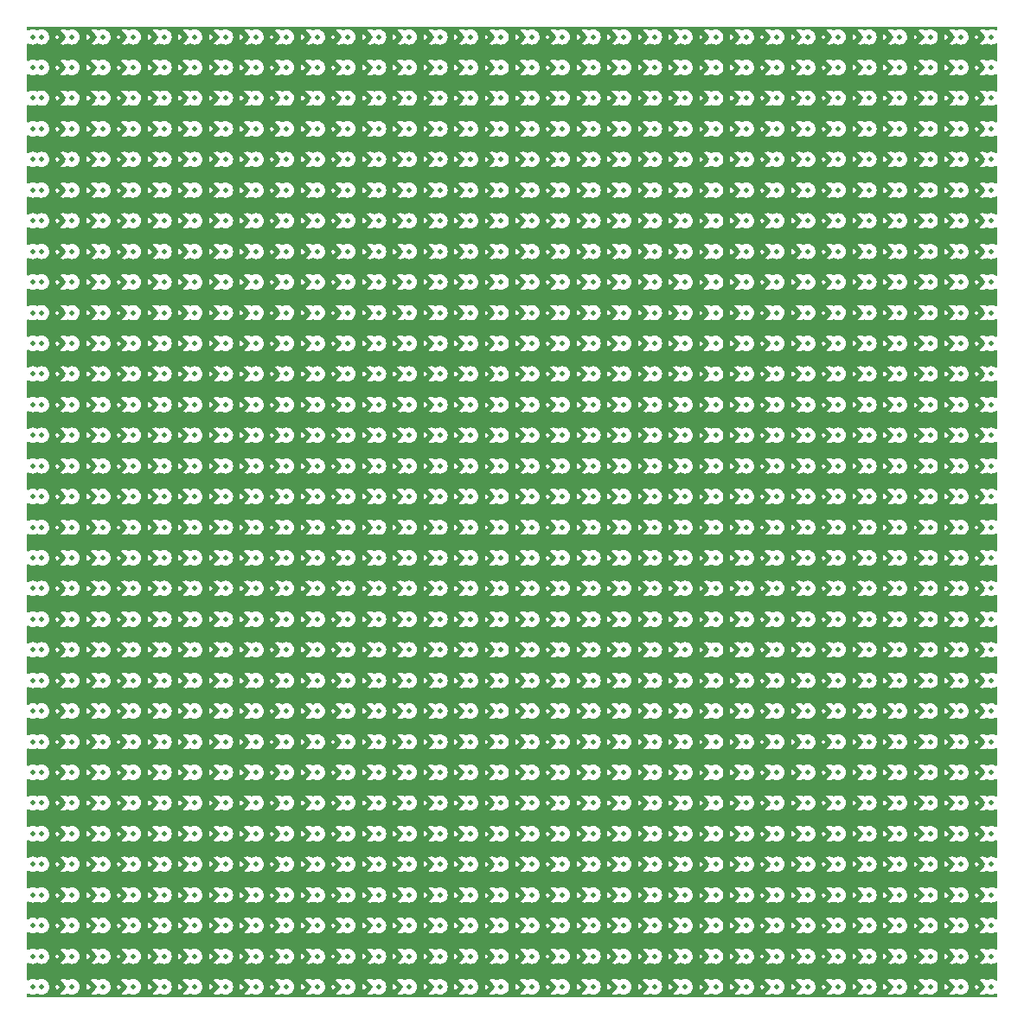
<source format=gbr>
%TF.GenerationSoftware,KiCad,Pcbnew,8.0.2*%
%TF.CreationDate,2024-07-20T19:47:13-05:00*%
%TF.ProjectId,pixel_grid,70697865-6c5f-4677-9269-642e6b696361,rev?*%
%TF.SameCoordinates,Original*%
%TF.FileFunction,Copper,L3,Inr*%
%TF.FilePolarity,Positive*%
%FSLAX46Y46*%
G04 Gerber Fmt 4.6, Leading zero omitted, Abs format (unit mm)*
G04 Created by KiCad (PCBNEW 8.0.2) date 2024-07-20 19:47:13*
%MOMM*%
%LPD*%
G01*
G04 APERTURE LIST*
%TA.AperFunction,ComponentPad*%
%ADD10C,0.500000*%
%TD*%
G04 APERTURE END LIST*
D10*
%TO.N,+5V*%
%TO.C,D1024*%
X113425000Y-113000000D03*
%TO.N,GND*%
X112575000Y-113000000D03*
%TD*%
%TO.N,+5V*%
%TO.C,D1023*%
X110425000Y-113000000D03*
%TO.N,GND*%
X109575000Y-113000000D03*
%TD*%
%TO.N,+5V*%
%TO.C,D1022*%
X107425000Y-113000000D03*
%TO.N,GND*%
X106575000Y-113000000D03*
%TD*%
%TO.N,+5V*%
%TO.C,D1021*%
X104425000Y-113000000D03*
%TO.N,GND*%
X103575000Y-113000000D03*
%TD*%
%TO.N,+5V*%
%TO.C,D1020*%
X101425000Y-113000000D03*
%TO.N,GND*%
X100575000Y-113000000D03*
%TD*%
%TO.N,+5V*%
%TO.C,D1019*%
X98425000Y-113000000D03*
%TO.N,GND*%
X97575000Y-113000000D03*
%TD*%
%TO.N,+5V*%
%TO.C,D1018*%
X95425000Y-113000000D03*
%TO.N,GND*%
X94575000Y-113000000D03*
%TD*%
%TO.N,+5V*%
%TO.C,D1017*%
X92425000Y-113000000D03*
%TO.N,GND*%
X91575000Y-113000000D03*
%TD*%
%TO.N,+5V*%
%TO.C,D1016*%
X89425000Y-113000000D03*
%TO.N,GND*%
X88575000Y-113000000D03*
%TD*%
%TO.N,+5V*%
%TO.C,D1015*%
X86425000Y-113000000D03*
%TO.N,GND*%
X85575000Y-113000000D03*
%TD*%
%TO.N,+5V*%
%TO.C,D1014*%
X83425000Y-113000000D03*
%TO.N,GND*%
X82575000Y-113000000D03*
%TD*%
%TO.N,+5V*%
%TO.C,D1013*%
X80425000Y-113000000D03*
%TO.N,GND*%
X79575000Y-113000000D03*
%TD*%
%TO.N,+5V*%
%TO.C,D1012*%
X77425000Y-113000000D03*
%TO.N,GND*%
X76575000Y-113000000D03*
%TD*%
%TO.N,+5V*%
%TO.C,D1011*%
X74425000Y-113000000D03*
%TO.N,GND*%
X73575000Y-113000000D03*
%TD*%
%TO.N,+5V*%
%TO.C,D1010*%
X71425000Y-113000000D03*
%TO.N,GND*%
X70575000Y-113000000D03*
%TD*%
%TO.N,+5V*%
%TO.C,D1009*%
X68425000Y-113000000D03*
%TO.N,GND*%
X67575000Y-113000000D03*
%TD*%
%TO.N,+5V*%
%TO.C,D1008*%
X65425000Y-113000000D03*
%TO.N,GND*%
X64575000Y-113000000D03*
%TD*%
%TO.N,+5V*%
%TO.C,D1007*%
X62425000Y-113000000D03*
%TO.N,GND*%
X61575000Y-113000000D03*
%TD*%
%TO.N,+5V*%
%TO.C,D1006*%
X59425000Y-113000000D03*
%TO.N,GND*%
X58575000Y-113000000D03*
%TD*%
%TO.N,+5V*%
%TO.C,D1005*%
X56425000Y-113000000D03*
%TO.N,GND*%
X55575000Y-113000000D03*
%TD*%
%TO.N,+5V*%
%TO.C,D1004*%
X53425000Y-113000000D03*
%TO.N,GND*%
X52575000Y-113000000D03*
%TD*%
%TO.N,+5V*%
%TO.C,D1003*%
X50425000Y-113000000D03*
%TO.N,GND*%
X49575000Y-113000000D03*
%TD*%
%TO.N,+5V*%
%TO.C,D1002*%
X47425000Y-113000000D03*
%TO.N,GND*%
X46575000Y-113000000D03*
%TD*%
%TO.N,+5V*%
%TO.C,D1001*%
X44425000Y-113000000D03*
%TO.N,GND*%
X43575000Y-113000000D03*
%TD*%
%TO.N,+5V*%
%TO.C,D1000*%
X41425000Y-113000000D03*
%TO.N,GND*%
X40575000Y-113000000D03*
%TD*%
%TO.N,+5V*%
%TO.C,D999*%
X38425000Y-113000000D03*
%TO.N,GND*%
X37575000Y-113000000D03*
%TD*%
%TO.N,+5V*%
%TO.C,D998*%
X35425000Y-113000000D03*
%TO.N,GND*%
X34575000Y-113000000D03*
%TD*%
%TO.N,+5V*%
%TO.C,D997*%
X32425000Y-113000000D03*
%TO.N,GND*%
X31575000Y-113000000D03*
%TD*%
%TO.N,+5V*%
%TO.C,D996*%
X29425000Y-113000000D03*
%TO.N,GND*%
X28575000Y-113000000D03*
%TD*%
%TO.N,+5V*%
%TO.C,D995*%
X26425000Y-113000000D03*
%TO.N,GND*%
X25575000Y-113000000D03*
%TD*%
%TO.N,+5V*%
%TO.C,D994*%
X23425000Y-113000000D03*
%TO.N,GND*%
X22575000Y-113000000D03*
%TD*%
%TO.N,+5V*%
%TO.C,D993*%
X20425000Y-113000000D03*
%TO.N,GND*%
X19575000Y-113000000D03*
%TD*%
%TO.N,+5V*%
%TO.C,D992*%
X113425000Y-110000000D03*
%TO.N,GND*%
X112575000Y-110000000D03*
%TD*%
%TO.N,+5V*%
%TO.C,D991*%
X110425000Y-110000000D03*
%TO.N,GND*%
X109575000Y-110000000D03*
%TD*%
%TO.N,+5V*%
%TO.C,D990*%
X107425000Y-110000000D03*
%TO.N,GND*%
X106575000Y-110000000D03*
%TD*%
%TO.N,+5V*%
%TO.C,D989*%
X104425000Y-110000000D03*
%TO.N,GND*%
X103575000Y-110000000D03*
%TD*%
%TO.N,+5V*%
%TO.C,D988*%
X101425000Y-110000000D03*
%TO.N,GND*%
X100575000Y-110000000D03*
%TD*%
%TO.N,+5V*%
%TO.C,D987*%
X98425000Y-110000000D03*
%TO.N,GND*%
X97575000Y-110000000D03*
%TD*%
%TO.N,+5V*%
%TO.C,D986*%
X95425000Y-110000000D03*
%TO.N,GND*%
X94575000Y-110000000D03*
%TD*%
%TO.N,+5V*%
%TO.C,D985*%
X92425000Y-110000000D03*
%TO.N,GND*%
X91575000Y-110000000D03*
%TD*%
%TO.N,+5V*%
%TO.C,D984*%
X89425000Y-110000000D03*
%TO.N,GND*%
X88575000Y-110000000D03*
%TD*%
%TO.N,+5V*%
%TO.C,D983*%
X86425000Y-110000000D03*
%TO.N,GND*%
X85575000Y-110000000D03*
%TD*%
%TO.N,+5V*%
%TO.C,D982*%
X83425000Y-110000000D03*
%TO.N,GND*%
X82575000Y-110000000D03*
%TD*%
%TO.N,+5V*%
%TO.C,D981*%
X80425000Y-110000000D03*
%TO.N,GND*%
X79575000Y-110000000D03*
%TD*%
%TO.N,+5V*%
%TO.C,D980*%
X77425000Y-110000000D03*
%TO.N,GND*%
X76575000Y-110000000D03*
%TD*%
%TO.N,+5V*%
%TO.C,D979*%
X74425000Y-110000000D03*
%TO.N,GND*%
X73575000Y-110000000D03*
%TD*%
%TO.N,+5V*%
%TO.C,D978*%
X71425000Y-110000000D03*
%TO.N,GND*%
X70575000Y-110000000D03*
%TD*%
%TO.N,+5V*%
%TO.C,D977*%
X68425000Y-110000000D03*
%TO.N,GND*%
X67575000Y-110000000D03*
%TD*%
%TO.N,+5V*%
%TO.C,D976*%
X65425000Y-110000000D03*
%TO.N,GND*%
X64575000Y-110000000D03*
%TD*%
%TO.N,+5V*%
%TO.C,D975*%
X62425000Y-110000000D03*
%TO.N,GND*%
X61575000Y-110000000D03*
%TD*%
%TO.N,+5V*%
%TO.C,D974*%
X59425000Y-110000000D03*
%TO.N,GND*%
X58575000Y-110000000D03*
%TD*%
%TO.N,+5V*%
%TO.C,D973*%
X56425000Y-110000000D03*
%TO.N,GND*%
X55575000Y-110000000D03*
%TD*%
%TO.N,+5V*%
%TO.C,D972*%
X53425000Y-110000000D03*
%TO.N,GND*%
X52575000Y-110000000D03*
%TD*%
%TO.N,+5V*%
%TO.C,D971*%
X50425000Y-110000000D03*
%TO.N,GND*%
X49575000Y-110000000D03*
%TD*%
%TO.N,+5V*%
%TO.C,D970*%
X47425000Y-110000000D03*
%TO.N,GND*%
X46575000Y-110000000D03*
%TD*%
%TO.N,+5V*%
%TO.C,D969*%
X44425000Y-110000000D03*
%TO.N,GND*%
X43575000Y-110000000D03*
%TD*%
%TO.N,+5V*%
%TO.C,D968*%
X41425000Y-110000000D03*
%TO.N,GND*%
X40575000Y-110000000D03*
%TD*%
%TO.N,+5V*%
%TO.C,D967*%
X38425000Y-110000000D03*
%TO.N,GND*%
X37575000Y-110000000D03*
%TD*%
%TO.N,+5V*%
%TO.C,D966*%
X35425000Y-110000000D03*
%TO.N,GND*%
X34575000Y-110000000D03*
%TD*%
%TO.N,+5V*%
%TO.C,D965*%
X32425000Y-110000000D03*
%TO.N,GND*%
X31575000Y-110000000D03*
%TD*%
%TO.N,+5V*%
%TO.C,D964*%
X29425000Y-110000000D03*
%TO.N,GND*%
X28575000Y-110000000D03*
%TD*%
%TO.N,+5V*%
%TO.C,D963*%
X26425000Y-110000000D03*
%TO.N,GND*%
X25575000Y-110000000D03*
%TD*%
%TO.N,+5V*%
%TO.C,D962*%
X23425000Y-110000000D03*
%TO.N,GND*%
X22575000Y-110000000D03*
%TD*%
%TO.N,+5V*%
%TO.C,D961*%
X20425000Y-110000000D03*
%TO.N,GND*%
X19575000Y-110000000D03*
%TD*%
%TO.N,+5V*%
%TO.C,D960*%
X113425000Y-107000000D03*
%TO.N,GND*%
X112575000Y-107000000D03*
%TD*%
%TO.N,+5V*%
%TO.C,D959*%
X110425000Y-107000000D03*
%TO.N,GND*%
X109575000Y-107000000D03*
%TD*%
%TO.N,+5V*%
%TO.C,D958*%
X107425000Y-107000000D03*
%TO.N,GND*%
X106575000Y-107000000D03*
%TD*%
%TO.N,+5V*%
%TO.C,D957*%
X104425000Y-107000000D03*
%TO.N,GND*%
X103575000Y-107000000D03*
%TD*%
%TO.N,+5V*%
%TO.C,D956*%
X101425000Y-107000000D03*
%TO.N,GND*%
X100575000Y-107000000D03*
%TD*%
%TO.N,+5V*%
%TO.C,D955*%
X98425000Y-107000000D03*
%TO.N,GND*%
X97575000Y-107000000D03*
%TD*%
%TO.N,+5V*%
%TO.C,D954*%
X95425000Y-107000000D03*
%TO.N,GND*%
X94575000Y-107000000D03*
%TD*%
%TO.N,+5V*%
%TO.C,D953*%
X92425000Y-107000000D03*
%TO.N,GND*%
X91575000Y-107000000D03*
%TD*%
%TO.N,+5V*%
%TO.C,D952*%
X89425000Y-107000000D03*
%TO.N,GND*%
X88575000Y-107000000D03*
%TD*%
%TO.N,+5V*%
%TO.C,D951*%
X86425000Y-107000000D03*
%TO.N,GND*%
X85575000Y-107000000D03*
%TD*%
%TO.N,+5V*%
%TO.C,D950*%
X83425000Y-107000000D03*
%TO.N,GND*%
X82575000Y-107000000D03*
%TD*%
%TO.N,+5V*%
%TO.C,D949*%
X80425000Y-107000000D03*
%TO.N,GND*%
X79575000Y-107000000D03*
%TD*%
%TO.N,+5V*%
%TO.C,D948*%
X77425000Y-107000000D03*
%TO.N,GND*%
X76575000Y-107000000D03*
%TD*%
%TO.N,+5V*%
%TO.C,D947*%
X74425000Y-107000000D03*
%TO.N,GND*%
X73575000Y-107000000D03*
%TD*%
%TO.N,+5V*%
%TO.C,D946*%
X71425000Y-107000000D03*
%TO.N,GND*%
X70575000Y-107000000D03*
%TD*%
%TO.N,+5V*%
%TO.C,D945*%
X68425000Y-107000000D03*
%TO.N,GND*%
X67575000Y-107000000D03*
%TD*%
%TO.N,+5V*%
%TO.C,D944*%
X65425000Y-107000000D03*
%TO.N,GND*%
X64575000Y-107000000D03*
%TD*%
%TO.N,+5V*%
%TO.C,D943*%
X62425000Y-107000000D03*
%TO.N,GND*%
X61575000Y-107000000D03*
%TD*%
%TO.N,+5V*%
%TO.C,D942*%
X59425000Y-107000000D03*
%TO.N,GND*%
X58575000Y-107000000D03*
%TD*%
%TO.N,+5V*%
%TO.C,D941*%
X56425000Y-107000000D03*
%TO.N,GND*%
X55575000Y-107000000D03*
%TD*%
%TO.N,+5V*%
%TO.C,D940*%
X53425000Y-107000000D03*
%TO.N,GND*%
X52575000Y-107000000D03*
%TD*%
%TO.N,+5V*%
%TO.C,D939*%
X50425000Y-107000000D03*
%TO.N,GND*%
X49575000Y-107000000D03*
%TD*%
%TO.N,+5V*%
%TO.C,D938*%
X47425000Y-107000000D03*
%TO.N,GND*%
X46575000Y-107000000D03*
%TD*%
%TO.N,+5V*%
%TO.C,D937*%
X44425000Y-107000000D03*
%TO.N,GND*%
X43575000Y-107000000D03*
%TD*%
%TO.N,+5V*%
%TO.C,D936*%
X41425000Y-107000000D03*
%TO.N,GND*%
X40575000Y-107000000D03*
%TD*%
%TO.N,+5V*%
%TO.C,D935*%
X38425000Y-107000000D03*
%TO.N,GND*%
X37575000Y-107000000D03*
%TD*%
%TO.N,+5V*%
%TO.C,D934*%
X35425000Y-107000000D03*
%TO.N,GND*%
X34575000Y-107000000D03*
%TD*%
%TO.N,+5V*%
%TO.C,D933*%
X32425000Y-107000000D03*
%TO.N,GND*%
X31575000Y-107000000D03*
%TD*%
%TO.N,+5V*%
%TO.C,D932*%
X29425000Y-107000000D03*
%TO.N,GND*%
X28575000Y-107000000D03*
%TD*%
%TO.N,+5V*%
%TO.C,D931*%
X26425000Y-107000000D03*
%TO.N,GND*%
X25575000Y-107000000D03*
%TD*%
%TO.N,+5V*%
%TO.C,D930*%
X23425000Y-107000000D03*
%TO.N,GND*%
X22575000Y-107000000D03*
%TD*%
%TO.N,+5V*%
%TO.C,D929*%
X20425000Y-107000000D03*
%TO.N,GND*%
X19575000Y-107000000D03*
%TD*%
%TO.N,+5V*%
%TO.C,D928*%
X113425000Y-104000000D03*
%TO.N,GND*%
X112575000Y-104000000D03*
%TD*%
%TO.N,+5V*%
%TO.C,D927*%
X110425000Y-104000000D03*
%TO.N,GND*%
X109575000Y-104000000D03*
%TD*%
%TO.N,+5V*%
%TO.C,D926*%
X107425000Y-104000000D03*
%TO.N,GND*%
X106575000Y-104000000D03*
%TD*%
%TO.N,+5V*%
%TO.C,D925*%
X104425000Y-104000000D03*
%TO.N,GND*%
X103575000Y-104000000D03*
%TD*%
%TO.N,+5V*%
%TO.C,D924*%
X101425000Y-104000000D03*
%TO.N,GND*%
X100575000Y-104000000D03*
%TD*%
%TO.N,+5V*%
%TO.C,D923*%
X98425000Y-104000000D03*
%TO.N,GND*%
X97575000Y-104000000D03*
%TD*%
%TO.N,+5V*%
%TO.C,D922*%
X95425000Y-104000000D03*
%TO.N,GND*%
X94575000Y-104000000D03*
%TD*%
%TO.N,+5V*%
%TO.C,D921*%
X92425000Y-104000000D03*
%TO.N,GND*%
X91575000Y-104000000D03*
%TD*%
%TO.N,+5V*%
%TO.C,D920*%
X89425000Y-104000000D03*
%TO.N,GND*%
X88575000Y-104000000D03*
%TD*%
%TO.N,+5V*%
%TO.C,D919*%
X86425000Y-104000000D03*
%TO.N,GND*%
X85575000Y-104000000D03*
%TD*%
%TO.N,+5V*%
%TO.C,D918*%
X83425000Y-104000000D03*
%TO.N,GND*%
X82575000Y-104000000D03*
%TD*%
%TO.N,+5V*%
%TO.C,D917*%
X80425000Y-104000000D03*
%TO.N,GND*%
X79575000Y-104000000D03*
%TD*%
%TO.N,+5V*%
%TO.C,D916*%
X77425000Y-104000000D03*
%TO.N,GND*%
X76575000Y-104000000D03*
%TD*%
%TO.N,+5V*%
%TO.C,D915*%
X74425000Y-104000000D03*
%TO.N,GND*%
X73575000Y-104000000D03*
%TD*%
%TO.N,+5V*%
%TO.C,D914*%
X71425000Y-104000000D03*
%TO.N,GND*%
X70575000Y-104000000D03*
%TD*%
%TO.N,+5V*%
%TO.C,D913*%
X68425000Y-104000000D03*
%TO.N,GND*%
X67575000Y-104000000D03*
%TD*%
%TO.N,+5V*%
%TO.C,D912*%
X65425000Y-104000000D03*
%TO.N,GND*%
X64575000Y-104000000D03*
%TD*%
%TO.N,+5V*%
%TO.C,D911*%
X62425000Y-104000000D03*
%TO.N,GND*%
X61575000Y-104000000D03*
%TD*%
%TO.N,+5V*%
%TO.C,D910*%
X59425000Y-104000000D03*
%TO.N,GND*%
X58575000Y-104000000D03*
%TD*%
%TO.N,+5V*%
%TO.C,D909*%
X56425000Y-104000000D03*
%TO.N,GND*%
X55575000Y-104000000D03*
%TD*%
%TO.N,+5V*%
%TO.C,D908*%
X53425000Y-104000000D03*
%TO.N,GND*%
X52575000Y-104000000D03*
%TD*%
%TO.N,+5V*%
%TO.C,D907*%
X50425000Y-104000000D03*
%TO.N,GND*%
X49575000Y-104000000D03*
%TD*%
%TO.N,+5V*%
%TO.C,D906*%
X47425000Y-104000000D03*
%TO.N,GND*%
X46575000Y-104000000D03*
%TD*%
%TO.N,+5V*%
%TO.C,D905*%
X44425000Y-104000000D03*
%TO.N,GND*%
X43575000Y-104000000D03*
%TD*%
%TO.N,+5V*%
%TO.C,D904*%
X41425000Y-104000000D03*
%TO.N,GND*%
X40575000Y-104000000D03*
%TD*%
%TO.N,+5V*%
%TO.C,D903*%
X38425000Y-104000000D03*
%TO.N,GND*%
X37575000Y-104000000D03*
%TD*%
%TO.N,+5V*%
%TO.C,D902*%
X35425000Y-104000000D03*
%TO.N,GND*%
X34575000Y-104000000D03*
%TD*%
%TO.N,+5V*%
%TO.C,D901*%
X32425000Y-104000000D03*
%TO.N,GND*%
X31575000Y-104000000D03*
%TD*%
%TO.N,+5V*%
%TO.C,D900*%
X29425000Y-104000000D03*
%TO.N,GND*%
X28575000Y-104000000D03*
%TD*%
%TO.N,+5V*%
%TO.C,D899*%
X26425000Y-104000000D03*
%TO.N,GND*%
X25575000Y-104000000D03*
%TD*%
%TO.N,+5V*%
%TO.C,D898*%
X23425000Y-104000000D03*
%TO.N,GND*%
X22575000Y-104000000D03*
%TD*%
%TO.N,+5V*%
%TO.C,D897*%
X20425000Y-104000000D03*
%TO.N,GND*%
X19575000Y-104000000D03*
%TD*%
%TO.N,+5V*%
%TO.C,D896*%
X113425000Y-101000000D03*
%TO.N,GND*%
X112575000Y-101000000D03*
%TD*%
%TO.N,+5V*%
%TO.C,D895*%
X110425000Y-101000000D03*
%TO.N,GND*%
X109575000Y-101000000D03*
%TD*%
%TO.N,+5V*%
%TO.C,D894*%
X107425000Y-101000000D03*
%TO.N,GND*%
X106575000Y-101000000D03*
%TD*%
%TO.N,+5V*%
%TO.C,D893*%
X104425000Y-101000000D03*
%TO.N,GND*%
X103575000Y-101000000D03*
%TD*%
%TO.N,+5V*%
%TO.C,D892*%
X101425000Y-101000000D03*
%TO.N,GND*%
X100575000Y-101000000D03*
%TD*%
%TO.N,+5V*%
%TO.C,D891*%
X98425000Y-101000000D03*
%TO.N,GND*%
X97575000Y-101000000D03*
%TD*%
%TO.N,+5V*%
%TO.C,D890*%
X95425000Y-101000000D03*
%TO.N,GND*%
X94575000Y-101000000D03*
%TD*%
%TO.N,+5V*%
%TO.C,D889*%
X92425000Y-101000000D03*
%TO.N,GND*%
X91575000Y-101000000D03*
%TD*%
%TO.N,+5V*%
%TO.C,D888*%
X89425000Y-101000000D03*
%TO.N,GND*%
X88575000Y-101000000D03*
%TD*%
%TO.N,+5V*%
%TO.C,D887*%
X86425000Y-101000000D03*
%TO.N,GND*%
X85575000Y-101000000D03*
%TD*%
%TO.N,+5V*%
%TO.C,D886*%
X83425000Y-101000000D03*
%TO.N,GND*%
X82575000Y-101000000D03*
%TD*%
%TO.N,+5V*%
%TO.C,D885*%
X80425000Y-101000000D03*
%TO.N,GND*%
X79575000Y-101000000D03*
%TD*%
%TO.N,+5V*%
%TO.C,D884*%
X77425000Y-101000000D03*
%TO.N,GND*%
X76575000Y-101000000D03*
%TD*%
%TO.N,+5V*%
%TO.C,D883*%
X74425000Y-101000000D03*
%TO.N,GND*%
X73575000Y-101000000D03*
%TD*%
%TO.N,+5V*%
%TO.C,D882*%
X71425000Y-101000000D03*
%TO.N,GND*%
X70575000Y-101000000D03*
%TD*%
%TO.N,+5V*%
%TO.C,D881*%
X68425000Y-101000000D03*
%TO.N,GND*%
X67575000Y-101000000D03*
%TD*%
%TO.N,+5V*%
%TO.C,D880*%
X65425000Y-101000000D03*
%TO.N,GND*%
X64575000Y-101000000D03*
%TD*%
%TO.N,+5V*%
%TO.C,D879*%
X62425000Y-101000000D03*
%TO.N,GND*%
X61575000Y-101000000D03*
%TD*%
%TO.N,+5V*%
%TO.C,D878*%
X59425000Y-101000000D03*
%TO.N,GND*%
X58575000Y-101000000D03*
%TD*%
%TO.N,+5V*%
%TO.C,D877*%
X56425000Y-101000000D03*
%TO.N,GND*%
X55575000Y-101000000D03*
%TD*%
%TO.N,+5V*%
%TO.C,D876*%
X53425000Y-101000000D03*
%TO.N,GND*%
X52575000Y-101000000D03*
%TD*%
%TO.N,+5V*%
%TO.C,D875*%
X50425000Y-101000000D03*
%TO.N,GND*%
X49575000Y-101000000D03*
%TD*%
%TO.N,+5V*%
%TO.C,D874*%
X47425000Y-101000000D03*
%TO.N,GND*%
X46575000Y-101000000D03*
%TD*%
%TO.N,+5V*%
%TO.C,D873*%
X44425000Y-101000000D03*
%TO.N,GND*%
X43575000Y-101000000D03*
%TD*%
%TO.N,+5V*%
%TO.C,D872*%
X41425000Y-101000000D03*
%TO.N,GND*%
X40575000Y-101000000D03*
%TD*%
%TO.N,+5V*%
%TO.C,D871*%
X38425000Y-101000000D03*
%TO.N,GND*%
X37575000Y-101000000D03*
%TD*%
%TO.N,+5V*%
%TO.C,D870*%
X35425000Y-101000000D03*
%TO.N,GND*%
X34575000Y-101000000D03*
%TD*%
%TO.N,+5V*%
%TO.C,D869*%
X32425000Y-101000000D03*
%TO.N,GND*%
X31575000Y-101000000D03*
%TD*%
%TO.N,+5V*%
%TO.C,D868*%
X29425000Y-101000000D03*
%TO.N,GND*%
X28575000Y-101000000D03*
%TD*%
%TO.N,+5V*%
%TO.C,D867*%
X26425000Y-101000000D03*
%TO.N,GND*%
X25575000Y-101000000D03*
%TD*%
%TO.N,+5V*%
%TO.C,D866*%
X23425000Y-101000000D03*
%TO.N,GND*%
X22575000Y-101000000D03*
%TD*%
%TO.N,+5V*%
%TO.C,D865*%
X20425000Y-101000000D03*
%TO.N,GND*%
X19575000Y-101000000D03*
%TD*%
%TO.N,+5V*%
%TO.C,D864*%
X113425000Y-98000000D03*
%TO.N,GND*%
X112575000Y-98000000D03*
%TD*%
%TO.N,+5V*%
%TO.C,D863*%
X110425000Y-98000000D03*
%TO.N,GND*%
X109575000Y-98000000D03*
%TD*%
%TO.N,+5V*%
%TO.C,D862*%
X107425000Y-98000000D03*
%TO.N,GND*%
X106575000Y-98000000D03*
%TD*%
%TO.N,+5V*%
%TO.C,D861*%
X104425000Y-98000000D03*
%TO.N,GND*%
X103575000Y-98000000D03*
%TD*%
%TO.N,+5V*%
%TO.C,D860*%
X101425000Y-98000000D03*
%TO.N,GND*%
X100575000Y-98000000D03*
%TD*%
%TO.N,+5V*%
%TO.C,D859*%
X98425000Y-98000000D03*
%TO.N,GND*%
X97575000Y-98000000D03*
%TD*%
%TO.N,+5V*%
%TO.C,D858*%
X95425000Y-98000000D03*
%TO.N,GND*%
X94575000Y-98000000D03*
%TD*%
%TO.N,+5V*%
%TO.C,D857*%
X92425000Y-98000000D03*
%TO.N,GND*%
X91575000Y-98000000D03*
%TD*%
%TO.N,+5V*%
%TO.C,D856*%
X89425000Y-98000000D03*
%TO.N,GND*%
X88575000Y-98000000D03*
%TD*%
%TO.N,+5V*%
%TO.C,D855*%
X86425000Y-98000000D03*
%TO.N,GND*%
X85575000Y-98000000D03*
%TD*%
%TO.N,+5V*%
%TO.C,D854*%
X83425000Y-98000000D03*
%TO.N,GND*%
X82575000Y-98000000D03*
%TD*%
%TO.N,+5V*%
%TO.C,D853*%
X80425000Y-98000000D03*
%TO.N,GND*%
X79575000Y-98000000D03*
%TD*%
%TO.N,+5V*%
%TO.C,D852*%
X77425000Y-98000000D03*
%TO.N,GND*%
X76575000Y-98000000D03*
%TD*%
%TO.N,+5V*%
%TO.C,D851*%
X74425000Y-98000000D03*
%TO.N,GND*%
X73575000Y-98000000D03*
%TD*%
%TO.N,+5V*%
%TO.C,D850*%
X71425000Y-98000000D03*
%TO.N,GND*%
X70575000Y-98000000D03*
%TD*%
%TO.N,+5V*%
%TO.C,D849*%
X68425000Y-98000000D03*
%TO.N,GND*%
X67575000Y-98000000D03*
%TD*%
%TO.N,+5V*%
%TO.C,D848*%
X65425000Y-98000000D03*
%TO.N,GND*%
X64575000Y-98000000D03*
%TD*%
%TO.N,+5V*%
%TO.C,D847*%
X62425000Y-98000000D03*
%TO.N,GND*%
X61575000Y-98000000D03*
%TD*%
%TO.N,+5V*%
%TO.C,D846*%
X59425000Y-98000000D03*
%TO.N,GND*%
X58575000Y-98000000D03*
%TD*%
%TO.N,+5V*%
%TO.C,D845*%
X56425000Y-98000000D03*
%TO.N,GND*%
X55575000Y-98000000D03*
%TD*%
%TO.N,+5V*%
%TO.C,D844*%
X53425000Y-98000000D03*
%TO.N,GND*%
X52575000Y-98000000D03*
%TD*%
%TO.N,+5V*%
%TO.C,D843*%
X50425000Y-98000000D03*
%TO.N,GND*%
X49575000Y-98000000D03*
%TD*%
%TO.N,+5V*%
%TO.C,D842*%
X47425000Y-98000000D03*
%TO.N,GND*%
X46575000Y-98000000D03*
%TD*%
%TO.N,+5V*%
%TO.C,D841*%
X44425000Y-98000000D03*
%TO.N,GND*%
X43575000Y-98000000D03*
%TD*%
%TO.N,+5V*%
%TO.C,D840*%
X41425000Y-98000000D03*
%TO.N,GND*%
X40575000Y-98000000D03*
%TD*%
%TO.N,+5V*%
%TO.C,D839*%
X38425000Y-98000000D03*
%TO.N,GND*%
X37575000Y-98000000D03*
%TD*%
%TO.N,+5V*%
%TO.C,D838*%
X35425000Y-98000000D03*
%TO.N,GND*%
X34575000Y-98000000D03*
%TD*%
%TO.N,+5V*%
%TO.C,D837*%
X32425000Y-98000000D03*
%TO.N,GND*%
X31575000Y-98000000D03*
%TD*%
%TO.N,+5V*%
%TO.C,D836*%
X29425000Y-98000000D03*
%TO.N,GND*%
X28575000Y-98000000D03*
%TD*%
%TO.N,+5V*%
%TO.C,D835*%
X26425000Y-98000000D03*
%TO.N,GND*%
X25575000Y-98000000D03*
%TD*%
%TO.N,+5V*%
%TO.C,D834*%
X23425000Y-98000000D03*
%TO.N,GND*%
X22575000Y-98000000D03*
%TD*%
%TO.N,+5V*%
%TO.C,D833*%
X20425000Y-98000000D03*
%TO.N,GND*%
X19575000Y-98000000D03*
%TD*%
%TO.N,+5V*%
%TO.C,D832*%
X113425000Y-95000000D03*
%TO.N,GND*%
X112575000Y-95000000D03*
%TD*%
%TO.N,+5V*%
%TO.C,D831*%
X110425000Y-95000000D03*
%TO.N,GND*%
X109575000Y-95000000D03*
%TD*%
%TO.N,+5V*%
%TO.C,D830*%
X107425000Y-95000000D03*
%TO.N,GND*%
X106575000Y-95000000D03*
%TD*%
%TO.N,+5V*%
%TO.C,D829*%
X104425000Y-95000000D03*
%TO.N,GND*%
X103575000Y-95000000D03*
%TD*%
%TO.N,+5V*%
%TO.C,D828*%
X101425000Y-95000000D03*
%TO.N,GND*%
X100575000Y-95000000D03*
%TD*%
%TO.N,+5V*%
%TO.C,D827*%
X98425000Y-95000000D03*
%TO.N,GND*%
X97575000Y-95000000D03*
%TD*%
%TO.N,+5V*%
%TO.C,D826*%
X95425000Y-95000000D03*
%TO.N,GND*%
X94575000Y-95000000D03*
%TD*%
%TO.N,+5V*%
%TO.C,D825*%
X92425000Y-95000000D03*
%TO.N,GND*%
X91575000Y-95000000D03*
%TD*%
%TO.N,+5V*%
%TO.C,D824*%
X89425000Y-95000000D03*
%TO.N,GND*%
X88575000Y-95000000D03*
%TD*%
%TO.N,+5V*%
%TO.C,D823*%
X86425000Y-95000000D03*
%TO.N,GND*%
X85575000Y-95000000D03*
%TD*%
%TO.N,+5V*%
%TO.C,D822*%
X83425000Y-95000000D03*
%TO.N,GND*%
X82575000Y-95000000D03*
%TD*%
%TO.N,+5V*%
%TO.C,D821*%
X80425000Y-95000000D03*
%TO.N,GND*%
X79575000Y-95000000D03*
%TD*%
%TO.N,+5V*%
%TO.C,D820*%
X77425000Y-95000000D03*
%TO.N,GND*%
X76575000Y-95000000D03*
%TD*%
%TO.N,+5V*%
%TO.C,D819*%
X74425000Y-95000000D03*
%TO.N,GND*%
X73575000Y-95000000D03*
%TD*%
%TO.N,+5V*%
%TO.C,D818*%
X71425000Y-95000000D03*
%TO.N,GND*%
X70575000Y-95000000D03*
%TD*%
%TO.N,+5V*%
%TO.C,D817*%
X68425000Y-95000000D03*
%TO.N,GND*%
X67575000Y-95000000D03*
%TD*%
%TO.N,+5V*%
%TO.C,D816*%
X65425000Y-95000000D03*
%TO.N,GND*%
X64575000Y-95000000D03*
%TD*%
%TO.N,+5V*%
%TO.C,D815*%
X62425000Y-95000000D03*
%TO.N,GND*%
X61575000Y-95000000D03*
%TD*%
%TO.N,+5V*%
%TO.C,D814*%
X59425000Y-95000000D03*
%TO.N,GND*%
X58575000Y-95000000D03*
%TD*%
%TO.N,+5V*%
%TO.C,D813*%
X56425000Y-95000000D03*
%TO.N,GND*%
X55575000Y-95000000D03*
%TD*%
%TO.N,+5V*%
%TO.C,D812*%
X53425000Y-95000000D03*
%TO.N,GND*%
X52575000Y-95000000D03*
%TD*%
%TO.N,+5V*%
%TO.C,D811*%
X50425000Y-95000000D03*
%TO.N,GND*%
X49575000Y-95000000D03*
%TD*%
%TO.N,+5V*%
%TO.C,D810*%
X47425000Y-95000000D03*
%TO.N,GND*%
X46575000Y-95000000D03*
%TD*%
%TO.N,+5V*%
%TO.C,D809*%
X44425000Y-95000000D03*
%TO.N,GND*%
X43575000Y-95000000D03*
%TD*%
%TO.N,+5V*%
%TO.C,D808*%
X41425000Y-95000000D03*
%TO.N,GND*%
X40575000Y-95000000D03*
%TD*%
%TO.N,+5V*%
%TO.C,D807*%
X38425000Y-95000000D03*
%TO.N,GND*%
X37575000Y-95000000D03*
%TD*%
%TO.N,+5V*%
%TO.C,D806*%
X35425000Y-95000000D03*
%TO.N,GND*%
X34575000Y-95000000D03*
%TD*%
%TO.N,+5V*%
%TO.C,D805*%
X32425000Y-95000000D03*
%TO.N,GND*%
X31575000Y-95000000D03*
%TD*%
%TO.N,+5V*%
%TO.C,D804*%
X29425000Y-95000000D03*
%TO.N,GND*%
X28575000Y-95000000D03*
%TD*%
%TO.N,+5V*%
%TO.C,D803*%
X26425000Y-95000000D03*
%TO.N,GND*%
X25575000Y-95000000D03*
%TD*%
%TO.N,+5V*%
%TO.C,D802*%
X23425000Y-95000000D03*
%TO.N,GND*%
X22575000Y-95000000D03*
%TD*%
%TO.N,+5V*%
%TO.C,D801*%
X20425000Y-95000000D03*
%TO.N,GND*%
X19575000Y-95000000D03*
%TD*%
%TO.N,+5V*%
%TO.C,D800*%
X113425000Y-92000000D03*
%TO.N,GND*%
X112575000Y-92000000D03*
%TD*%
%TO.N,+5V*%
%TO.C,D799*%
X110425000Y-92000000D03*
%TO.N,GND*%
X109575000Y-92000000D03*
%TD*%
%TO.N,+5V*%
%TO.C,D798*%
X107425000Y-92000000D03*
%TO.N,GND*%
X106575000Y-92000000D03*
%TD*%
%TO.N,+5V*%
%TO.C,D797*%
X104425000Y-92000000D03*
%TO.N,GND*%
X103575000Y-92000000D03*
%TD*%
%TO.N,+5V*%
%TO.C,D796*%
X101425000Y-92000000D03*
%TO.N,GND*%
X100575000Y-92000000D03*
%TD*%
%TO.N,+5V*%
%TO.C,D795*%
X98425000Y-92000000D03*
%TO.N,GND*%
X97575000Y-92000000D03*
%TD*%
%TO.N,+5V*%
%TO.C,D794*%
X95425000Y-92000000D03*
%TO.N,GND*%
X94575000Y-92000000D03*
%TD*%
%TO.N,+5V*%
%TO.C,D793*%
X92425000Y-92000000D03*
%TO.N,GND*%
X91575000Y-92000000D03*
%TD*%
%TO.N,+5V*%
%TO.C,D792*%
X89425000Y-92000000D03*
%TO.N,GND*%
X88575000Y-92000000D03*
%TD*%
%TO.N,+5V*%
%TO.C,D791*%
X86425000Y-92000000D03*
%TO.N,GND*%
X85575000Y-92000000D03*
%TD*%
%TO.N,+5V*%
%TO.C,D790*%
X83425000Y-92000000D03*
%TO.N,GND*%
X82575000Y-92000000D03*
%TD*%
%TO.N,+5V*%
%TO.C,D789*%
X80425000Y-92000000D03*
%TO.N,GND*%
X79575000Y-92000000D03*
%TD*%
%TO.N,+5V*%
%TO.C,D788*%
X77425000Y-92000000D03*
%TO.N,GND*%
X76575000Y-92000000D03*
%TD*%
%TO.N,+5V*%
%TO.C,D787*%
X74425000Y-92000000D03*
%TO.N,GND*%
X73575000Y-92000000D03*
%TD*%
%TO.N,+5V*%
%TO.C,D786*%
X71425000Y-92000000D03*
%TO.N,GND*%
X70575000Y-92000000D03*
%TD*%
%TO.N,+5V*%
%TO.C,D785*%
X68425000Y-92000000D03*
%TO.N,GND*%
X67575000Y-92000000D03*
%TD*%
%TO.N,+5V*%
%TO.C,D784*%
X65425000Y-92000000D03*
%TO.N,GND*%
X64575000Y-92000000D03*
%TD*%
%TO.N,+5V*%
%TO.C,D783*%
X62425000Y-92000000D03*
%TO.N,GND*%
X61575000Y-92000000D03*
%TD*%
%TO.N,+5V*%
%TO.C,D782*%
X59425000Y-92000000D03*
%TO.N,GND*%
X58575000Y-92000000D03*
%TD*%
%TO.N,+5V*%
%TO.C,D781*%
X56425000Y-92000000D03*
%TO.N,GND*%
X55575000Y-92000000D03*
%TD*%
%TO.N,+5V*%
%TO.C,D780*%
X53425000Y-92000000D03*
%TO.N,GND*%
X52575000Y-92000000D03*
%TD*%
%TO.N,+5V*%
%TO.C,D779*%
X50425000Y-92000000D03*
%TO.N,GND*%
X49575000Y-92000000D03*
%TD*%
%TO.N,+5V*%
%TO.C,D778*%
X47425000Y-92000000D03*
%TO.N,GND*%
X46575000Y-92000000D03*
%TD*%
%TO.N,+5V*%
%TO.C,D777*%
X44425000Y-92000000D03*
%TO.N,GND*%
X43575000Y-92000000D03*
%TD*%
%TO.N,+5V*%
%TO.C,D776*%
X41425000Y-92000000D03*
%TO.N,GND*%
X40575000Y-92000000D03*
%TD*%
%TO.N,+5V*%
%TO.C,D775*%
X38425000Y-92000000D03*
%TO.N,GND*%
X37575000Y-92000000D03*
%TD*%
%TO.N,+5V*%
%TO.C,D774*%
X35425000Y-92000000D03*
%TO.N,GND*%
X34575000Y-92000000D03*
%TD*%
%TO.N,+5V*%
%TO.C,D773*%
X32425000Y-92000000D03*
%TO.N,GND*%
X31575000Y-92000000D03*
%TD*%
%TO.N,+5V*%
%TO.C,D772*%
X29425000Y-92000000D03*
%TO.N,GND*%
X28575000Y-92000000D03*
%TD*%
%TO.N,+5V*%
%TO.C,D771*%
X26425000Y-92000000D03*
%TO.N,GND*%
X25575000Y-92000000D03*
%TD*%
%TO.N,+5V*%
%TO.C,D770*%
X23425000Y-92000000D03*
%TO.N,GND*%
X22575000Y-92000000D03*
%TD*%
%TO.N,+5V*%
%TO.C,D769*%
X20425000Y-92000000D03*
%TO.N,GND*%
X19575000Y-92000000D03*
%TD*%
%TO.N,+5V*%
%TO.C,D768*%
X113425000Y-89000000D03*
%TO.N,GND*%
X112575000Y-89000000D03*
%TD*%
%TO.N,+5V*%
%TO.C,D767*%
X110425000Y-89000000D03*
%TO.N,GND*%
X109575000Y-89000000D03*
%TD*%
%TO.N,+5V*%
%TO.C,D766*%
X107425000Y-89000000D03*
%TO.N,GND*%
X106575000Y-89000000D03*
%TD*%
%TO.N,+5V*%
%TO.C,D765*%
X104425000Y-89000000D03*
%TO.N,GND*%
X103575000Y-89000000D03*
%TD*%
%TO.N,+5V*%
%TO.C,D764*%
X101425000Y-89000000D03*
%TO.N,GND*%
X100575000Y-89000000D03*
%TD*%
%TO.N,+5V*%
%TO.C,D763*%
X98425000Y-89000000D03*
%TO.N,GND*%
X97575000Y-89000000D03*
%TD*%
%TO.N,+5V*%
%TO.C,D762*%
X95425000Y-89000000D03*
%TO.N,GND*%
X94575000Y-89000000D03*
%TD*%
%TO.N,+5V*%
%TO.C,D761*%
X92425000Y-89000000D03*
%TO.N,GND*%
X91575000Y-89000000D03*
%TD*%
%TO.N,+5V*%
%TO.C,D760*%
X89425000Y-89000000D03*
%TO.N,GND*%
X88575000Y-89000000D03*
%TD*%
%TO.N,+5V*%
%TO.C,D759*%
X86425000Y-89000000D03*
%TO.N,GND*%
X85575000Y-89000000D03*
%TD*%
%TO.N,+5V*%
%TO.C,D758*%
X83425000Y-89000000D03*
%TO.N,GND*%
X82575000Y-89000000D03*
%TD*%
%TO.N,+5V*%
%TO.C,D757*%
X80425000Y-89000000D03*
%TO.N,GND*%
X79575000Y-89000000D03*
%TD*%
%TO.N,+5V*%
%TO.C,D756*%
X77425000Y-89000000D03*
%TO.N,GND*%
X76575000Y-89000000D03*
%TD*%
%TO.N,+5V*%
%TO.C,D755*%
X74425000Y-89000000D03*
%TO.N,GND*%
X73575000Y-89000000D03*
%TD*%
%TO.N,+5V*%
%TO.C,D754*%
X71425000Y-89000000D03*
%TO.N,GND*%
X70575000Y-89000000D03*
%TD*%
%TO.N,+5V*%
%TO.C,D753*%
X68425000Y-89000000D03*
%TO.N,GND*%
X67575000Y-89000000D03*
%TD*%
%TO.N,+5V*%
%TO.C,D752*%
X65425000Y-89000000D03*
%TO.N,GND*%
X64575000Y-89000000D03*
%TD*%
%TO.N,+5V*%
%TO.C,D751*%
X62425000Y-89000000D03*
%TO.N,GND*%
X61575000Y-89000000D03*
%TD*%
%TO.N,+5V*%
%TO.C,D750*%
X59425000Y-89000000D03*
%TO.N,GND*%
X58575000Y-89000000D03*
%TD*%
%TO.N,+5V*%
%TO.C,D749*%
X56425000Y-89000000D03*
%TO.N,GND*%
X55575000Y-89000000D03*
%TD*%
%TO.N,+5V*%
%TO.C,D748*%
X53425000Y-89000000D03*
%TO.N,GND*%
X52575000Y-89000000D03*
%TD*%
%TO.N,+5V*%
%TO.C,D747*%
X50425000Y-89000000D03*
%TO.N,GND*%
X49575000Y-89000000D03*
%TD*%
%TO.N,+5V*%
%TO.C,D746*%
X47425000Y-89000000D03*
%TO.N,GND*%
X46575000Y-89000000D03*
%TD*%
%TO.N,+5V*%
%TO.C,D745*%
X44425000Y-89000000D03*
%TO.N,GND*%
X43575000Y-89000000D03*
%TD*%
%TO.N,+5V*%
%TO.C,D744*%
X41425000Y-89000000D03*
%TO.N,GND*%
X40575000Y-89000000D03*
%TD*%
%TO.N,+5V*%
%TO.C,D743*%
X38425000Y-89000000D03*
%TO.N,GND*%
X37575000Y-89000000D03*
%TD*%
%TO.N,+5V*%
%TO.C,D742*%
X35425000Y-89000000D03*
%TO.N,GND*%
X34575000Y-89000000D03*
%TD*%
%TO.N,+5V*%
%TO.C,D741*%
X32425000Y-89000000D03*
%TO.N,GND*%
X31575000Y-89000000D03*
%TD*%
%TO.N,+5V*%
%TO.C,D740*%
X29425000Y-89000000D03*
%TO.N,GND*%
X28575000Y-89000000D03*
%TD*%
%TO.N,+5V*%
%TO.C,D739*%
X26425000Y-89000000D03*
%TO.N,GND*%
X25575000Y-89000000D03*
%TD*%
%TO.N,+5V*%
%TO.C,D738*%
X23425000Y-89000000D03*
%TO.N,GND*%
X22575000Y-89000000D03*
%TD*%
%TO.N,+5V*%
%TO.C,D737*%
X20425000Y-89000000D03*
%TO.N,GND*%
X19575000Y-89000000D03*
%TD*%
%TO.N,+5V*%
%TO.C,D736*%
X113425000Y-86000000D03*
%TO.N,GND*%
X112575000Y-86000000D03*
%TD*%
%TO.N,+5V*%
%TO.C,D735*%
X110425000Y-86000000D03*
%TO.N,GND*%
X109575000Y-86000000D03*
%TD*%
%TO.N,+5V*%
%TO.C,D734*%
X107425000Y-86000000D03*
%TO.N,GND*%
X106575000Y-86000000D03*
%TD*%
%TO.N,+5V*%
%TO.C,D733*%
X104425000Y-86000000D03*
%TO.N,GND*%
X103575000Y-86000000D03*
%TD*%
%TO.N,+5V*%
%TO.C,D732*%
X101425000Y-86000000D03*
%TO.N,GND*%
X100575000Y-86000000D03*
%TD*%
%TO.N,+5V*%
%TO.C,D731*%
X98425000Y-86000000D03*
%TO.N,GND*%
X97575000Y-86000000D03*
%TD*%
%TO.N,+5V*%
%TO.C,D730*%
X95425000Y-86000000D03*
%TO.N,GND*%
X94575000Y-86000000D03*
%TD*%
%TO.N,+5V*%
%TO.C,D729*%
X92425000Y-86000000D03*
%TO.N,GND*%
X91575000Y-86000000D03*
%TD*%
%TO.N,+5V*%
%TO.C,D728*%
X89425000Y-86000000D03*
%TO.N,GND*%
X88575000Y-86000000D03*
%TD*%
%TO.N,+5V*%
%TO.C,D727*%
X86425000Y-86000000D03*
%TO.N,GND*%
X85575000Y-86000000D03*
%TD*%
%TO.N,+5V*%
%TO.C,D726*%
X83425000Y-86000000D03*
%TO.N,GND*%
X82575000Y-86000000D03*
%TD*%
%TO.N,+5V*%
%TO.C,D725*%
X80425000Y-86000000D03*
%TO.N,GND*%
X79575000Y-86000000D03*
%TD*%
%TO.N,+5V*%
%TO.C,D724*%
X77425000Y-86000000D03*
%TO.N,GND*%
X76575000Y-86000000D03*
%TD*%
%TO.N,+5V*%
%TO.C,D723*%
X74425000Y-86000000D03*
%TO.N,GND*%
X73575000Y-86000000D03*
%TD*%
%TO.N,+5V*%
%TO.C,D722*%
X71425000Y-86000000D03*
%TO.N,GND*%
X70575000Y-86000000D03*
%TD*%
%TO.N,+5V*%
%TO.C,D721*%
X68425000Y-86000000D03*
%TO.N,GND*%
X67575000Y-86000000D03*
%TD*%
%TO.N,+5V*%
%TO.C,D720*%
X65425000Y-86000000D03*
%TO.N,GND*%
X64575000Y-86000000D03*
%TD*%
%TO.N,+5V*%
%TO.C,D719*%
X62425000Y-86000000D03*
%TO.N,GND*%
X61575000Y-86000000D03*
%TD*%
%TO.N,+5V*%
%TO.C,D718*%
X59425000Y-86000000D03*
%TO.N,GND*%
X58575000Y-86000000D03*
%TD*%
%TO.N,+5V*%
%TO.C,D717*%
X56425000Y-86000000D03*
%TO.N,GND*%
X55575000Y-86000000D03*
%TD*%
%TO.N,+5V*%
%TO.C,D716*%
X53425000Y-86000000D03*
%TO.N,GND*%
X52575000Y-86000000D03*
%TD*%
%TO.N,+5V*%
%TO.C,D715*%
X50425000Y-86000000D03*
%TO.N,GND*%
X49575000Y-86000000D03*
%TD*%
%TO.N,+5V*%
%TO.C,D714*%
X47425000Y-86000000D03*
%TO.N,GND*%
X46575000Y-86000000D03*
%TD*%
%TO.N,+5V*%
%TO.C,D713*%
X44425000Y-86000000D03*
%TO.N,GND*%
X43575000Y-86000000D03*
%TD*%
%TO.N,+5V*%
%TO.C,D712*%
X41425000Y-86000000D03*
%TO.N,GND*%
X40575000Y-86000000D03*
%TD*%
%TO.N,+5V*%
%TO.C,D711*%
X38425000Y-86000000D03*
%TO.N,GND*%
X37575000Y-86000000D03*
%TD*%
%TO.N,+5V*%
%TO.C,D710*%
X35425000Y-86000000D03*
%TO.N,GND*%
X34575000Y-86000000D03*
%TD*%
%TO.N,+5V*%
%TO.C,D709*%
X32425000Y-86000000D03*
%TO.N,GND*%
X31575000Y-86000000D03*
%TD*%
%TO.N,+5V*%
%TO.C,D708*%
X29425000Y-86000000D03*
%TO.N,GND*%
X28575000Y-86000000D03*
%TD*%
%TO.N,+5V*%
%TO.C,D707*%
X26425000Y-86000000D03*
%TO.N,GND*%
X25575000Y-86000000D03*
%TD*%
%TO.N,+5V*%
%TO.C,D706*%
X23425000Y-86000000D03*
%TO.N,GND*%
X22575000Y-86000000D03*
%TD*%
%TO.N,+5V*%
%TO.C,D705*%
X20425000Y-86000000D03*
%TO.N,GND*%
X19575000Y-86000000D03*
%TD*%
%TO.N,+5V*%
%TO.C,D704*%
X113425000Y-83000000D03*
%TO.N,GND*%
X112575000Y-83000000D03*
%TD*%
%TO.N,+5V*%
%TO.C,D703*%
X110425000Y-83000000D03*
%TO.N,GND*%
X109575000Y-83000000D03*
%TD*%
%TO.N,+5V*%
%TO.C,D702*%
X107425000Y-83000000D03*
%TO.N,GND*%
X106575000Y-83000000D03*
%TD*%
%TO.N,+5V*%
%TO.C,D701*%
X104425000Y-83000000D03*
%TO.N,GND*%
X103575000Y-83000000D03*
%TD*%
%TO.N,+5V*%
%TO.C,D700*%
X101425000Y-83000000D03*
%TO.N,GND*%
X100575000Y-83000000D03*
%TD*%
%TO.N,+5V*%
%TO.C,D699*%
X98425000Y-83000000D03*
%TO.N,GND*%
X97575000Y-83000000D03*
%TD*%
%TO.N,+5V*%
%TO.C,D698*%
X95425000Y-83000000D03*
%TO.N,GND*%
X94575000Y-83000000D03*
%TD*%
%TO.N,+5V*%
%TO.C,D697*%
X92425000Y-83000000D03*
%TO.N,GND*%
X91575000Y-83000000D03*
%TD*%
%TO.N,+5V*%
%TO.C,D696*%
X89425000Y-83000000D03*
%TO.N,GND*%
X88575000Y-83000000D03*
%TD*%
%TO.N,+5V*%
%TO.C,D695*%
X86425000Y-83000000D03*
%TO.N,GND*%
X85575000Y-83000000D03*
%TD*%
%TO.N,+5V*%
%TO.C,D694*%
X83425000Y-83000000D03*
%TO.N,GND*%
X82575000Y-83000000D03*
%TD*%
%TO.N,+5V*%
%TO.C,D693*%
X80425000Y-83000000D03*
%TO.N,GND*%
X79575000Y-83000000D03*
%TD*%
%TO.N,+5V*%
%TO.C,D692*%
X77425000Y-83000000D03*
%TO.N,GND*%
X76575000Y-83000000D03*
%TD*%
%TO.N,+5V*%
%TO.C,D691*%
X74425000Y-83000000D03*
%TO.N,GND*%
X73575000Y-83000000D03*
%TD*%
%TO.N,+5V*%
%TO.C,D690*%
X71425000Y-83000000D03*
%TO.N,GND*%
X70575000Y-83000000D03*
%TD*%
%TO.N,+5V*%
%TO.C,D689*%
X68425000Y-83000000D03*
%TO.N,GND*%
X67575000Y-83000000D03*
%TD*%
%TO.N,+5V*%
%TO.C,D688*%
X65425000Y-83000000D03*
%TO.N,GND*%
X64575000Y-83000000D03*
%TD*%
%TO.N,+5V*%
%TO.C,D687*%
X62425000Y-83000000D03*
%TO.N,GND*%
X61575000Y-83000000D03*
%TD*%
%TO.N,+5V*%
%TO.C,D686*%
X59425000Y-83000000D03*
%TO.N,GND*%
X58575000Y-83000000D03*
%TD*%
%TO.N,+5V*%
%TO.C,D685*%
X56425000Y-83000000D03*
%TO.N,GND*%
X55575000Y-83000000D03*
%TD*%
%TO.N,+5V*%
%TO.C,D684*%
X53425000Y-83000000D03*
%TO.N,GND*%
X52575000Y-83000000D03*
%TD*%
%TO.N,+5V*%
%TO.C,D683*%
X50425000Y-83000000D03*
%TO.N,GND*%
X49575000Y-83000000D03*
%TD*%
%TO.N,+5V*%
%TO.C,D682*%
X47425000Y-83000000D03*
%TO.N,GND*%
X46575000Y-83000000D03*
%TD*%
%TO.N,+5V*%
%TO.C,D681*%
X44425000Y-83000000D03*
%TO.N,GND*%
X43575000Y-83000000D03*
%TD*%
%TO.N,+5V*%
%TO.C,D680*%
X41425000Y-83000000D03*
%TO.N,GND*%
X40575000Y-83000000D03*
%TD*%
%TO.N,+5V*%
%TO.C,D679*%
X38425000Y-83000000D03*
%TO.N,GND*%
X37575000Y-83000000D03*
%TD*%
%TO.N,+5V*%
%TO.C,D678*%
X35425000Y-83000000D03*
%TO.N,GND*%
X34575000Y-83000000D03*
%TD*%
%TO.N,+5V*%
%TO.C,D677*%
X32425000Y-83000000D03*
%TO.N,GND*%
X31575000Y-83000000D03*
%TD*%
%TO.N,+5V*%
%TO.C,D676*%
X29425000Y-83000000D03*
%TO.N,GND*%
X28575000Y-83000000D03*
%TD*%
%TO.N,+5V*%
%TO.C,D675*%
X26425000Y-83000000D03*
%TO.N,GND*%
X25575000Y-83000000D03*
%TD*%
%TO.N,+5V*%
%TO.C,D674*%
X23425000Y-83000000D03*
%TO.N,GND*%
X22575000Y-83000000D03*
%TD*%
%TO.N,+5V*%
%TO.C,D673*%
X20425000Y-83000000D03*
%TO.N,GND*%
X19575000Y-83000000D03*
%TD*%
%TO.N,+5V*%
%TO.C,D672*%
X113425000Y-80000000D03*
%TO.N,GND*%
X112575000Y-80000000D03*
%TD*%
%TO.N,+5V*%
%TO.C,D671*%
X110425000Y-80000000D03*
%TO.N,GND*%
X109575000Y-80000000D03*
%TD*%
%TO.N,+5V*%
%TO.C,D670*%
X107425000Y-80000000D03*
%TO.N,GND*%
X106575000Y-80000000D03*
%TD*%
%TO.N,+5V*%
%TO.C,D669*%
X104425000Y-80000000D03*
%TO.N,GND*%
X103575000Y-80000000D03*
%TD*%
%TO.N,+5V*%
%TO.C,D668*%
X101425000Y-80000000D03*
%TO.N,GND*%
X100575000Y-80000000D03*
%TD*%
%TO.N,+5V*%
%TO.C,D667*%
X98425000Y-80000000D03*
%TO.N,GND*%
X97575000Y-80000000D03*
%TD*%
%TO.N,+5V*%
%TO.C,D666*%
X95425000Y-80000000D03*
%TO.N,GND*%
X94575000Y-80000000D03*
%TD*%
%TO.N,+5V*%
%TO.C,D665*%
X92425000Y-80000000D03*
%TO.N,GND*%
X91575000Y-80000000D03*
%TD*%
%TO.N,+5V*%
%TO.C,D664*%
X89425000Y-80000000D03*
%TO.N,GND*%
X88575000Y-80000000D03*
%TD*%
%TO.N,+5V*%
%TO.C,D663*%
X86425000Y-80000000D03*
%TO.N,GND*%
X85575000Y-80000000D03*
%TD*%
%TO.N,+5V*%
%TO.C,D662*%
X83425000Y-80000000D03*
%TO.N,GND*%
X82575000Y-80000000D03*
%TD*%
%TO.N,+5V*%
%TO.C,D661*%
X80425000Y-80000000D03*
%TO.N,GND*%
X79575000Y-80000000D03*
%TD*%
%TO.N,+5V*%
%TO.C,D660*%
X77425000Y-80000000D03*
%TO.N,GND*%
X76575000Y-80000000D03*
%TD*%
%TO.N,+5V*%
%TO.C,D659*%
X74425000Y-80000000D03*
%TO.N,GND*%
X73575000Y-80000000D03*
%TD*%
%TO.N,+5V*%
%TO.C,D658*%
X71425000Y-80000000D03*
%TO.N,GND*%
X70575000Y-80000000D03*
%TD*%
%TO.N,+5V*%
%TO.C,D657*%
X68425000Y-80000000D03*
%TO.N,GND*%
X67575000Y-80000000D03*
%TD*%
%TO.N,+5V*%
%TO.C,D656*%
X65425000Y-80000000D03*
%TO.N,GND*%
X64575000Y-80000000D03*
%TD*%
%TO.N,+5V*%
%TO.C,D655*%
X62425000Y-80000000D03*
%TO.N,GND*%
X61575000Y-80000000D03*
%TD*%
%TO.N,+5V*%
%TO.C,D654*%
X59425000Y-80000000D03*
%TO.N,GND*%
X58575000Y-80000000D03*
%TD*%
%TO.N,+5V*%
%TO.C,D653*%
X56425000Y-80000000D03*
%TO.N,GND*%
X55575000Y-80000000D03*
%TD*%
%TO.N,+5V*%
%TO.C,D652*%
X53425000Y-80000000D03*
%TO.N,GND*%
X52575000Y-80000000D03*
%TD*%
%TO.N,+5V*%
%TO.C,D651*%
X50425000Y-80000000D03*
%TO.N,GND*%
X49575000Y-80000000D03*
%TD*%
%TO.N,+5V*%
%TO.C,D650*%
X47425000Y-80000000D03*
%TO.N,GND*%
X46575000Y-80000000D03*
%TD*%
%TO.N,+5V*%
%TO.C,D649*%
X44425000Y-80000000D03*
%TO.N,GND*%
X43575000Y-80000000D03*
%TD*%
%TO.N,+5V*%
%TO.C,D648*%
X41425000Y-80000000D03*
%TO.N,GND*%
X40575000Y-80000000D03*
%TD*%
%TO.N,+5V*%
%TO.C,D647*%
X38425000Y-80000000D03*
%TO.N,GND*%
X37575000Y-80000000D03*
%TD*%
%TO.N,+5V*%
%TO.C,D646*%
X35425000Y-80000000D03*
%TO.N,GND*%
X34575000Y-80000000D03*
%TD*%
%TO.N,+5V*%
%TO.C,D645*%
X32425000Y-80000000D03*
%TO.N,GND*%
X31575000Y-80000000D03*
%TD*%
%TO.N,+5V*%
%TO.C,D644*%
X29425000Y-80000000D03*
%TO.N,GND*%
X28575000Y-80000000D03*
%TD*%
%TO.N,+5V*%
%TO.C,D643*%
X26425000Y-80000000D03*
%TO.N,GND*%
X25575000Y-80000000D03*
%TD*%
%TO.N,+5V*%
%TO.C,D642*%
X23425000Y-80000000D03*
%TO.N,GND*%
X22575000Y-80000000D03*
%TD*%
%TO.N,+5V*%
%TO.C,D641*%
X20425000Y-80000000D03*
%TO.N,GND*%
X19575000Y-80000000D03*
%TD*%
%TO.N,+5V*%
%TO.C,D640*%
X113425000Y-77000000D03*
%TO.N,GND*%
X112575000Y-77000000D03*
%TD*%
%TO.N,+5V*%
%TO.C,D639*%
X110425000Y-77000000D03*
%TO.N,GND*%
X109575000Y-77000000D03*
%TD*%
%TO.N,+5V*%
%TO.C,D638*%
X107425000Y-77000000D03*
%TO.N,GND*%
X106575000Y-77000000D03*
%TD*%
%TO.N,+5V*%
%TO.C,D637*%
X104425000Y-77000000D03*
%TO.N,GND*%
X103575000Y-77000000D03*
%TD*%
%TO.N,+5V*%
%TO.C,D636*%
X101425000Y-77000000D03*
%TO.N,GND*%
X100575000Y-77000000D03*
%TD*%
%TO.N,+5V*%
%TO.C,D635*%
X98425000Y-77000000D03*
%TO.N,GND*%
X97575000Y-77000000D03*
%TD*%
%TO.N,+5V*%
%TO.C,D634*%
X95425000Y-77000000D03*
%TO.N,GND*%
X94575000Y-77000000D03*
%TD*%
%TO.N,+5V*%
%TO.C,D633*%
X92425000Y-77000000D03*
%TO.N,GND*%
X91575000Y-77000000D03*
%TD*%
%TO.N,+5V*%
%TO.C,D632*%
X89425000Y-77000000D03*
%TO.N,GND*%
X88575000Y-77000000D03*
%TD*%
%TO.N,+5V*%
%TO.C,D631*%
X86425000Y-77000000D03*
%TO.N,GND*%
X85575000Y-77000000D03*
%TD*%
%TO.N,+5V*%
%TO.C,D630*%
X83425000Y-77000000D03*
%TO.N,GND*%
X82575000Y-77000000D03*
%TD*%
%TO.N,+5V*%
%TO.C,D629*%
X80425000Y-77000000D03*
%TO.N,GND*%
X79575000Y-77000000D03*
%TD*%
%TO.N,+5V*%
%TO.C,D628*%
X77425000Y-77000000D03*
%TO.N,GND*%
X76575000Y-77000000D03*
%TD*%
%TO.N,+5V*%
%TO.C,D627*%
X74425000Y-77000000D03*
%TO.N,GND*%
X73575000Y-77000000D03*
%TD*%
%TO.N,+5V*%
%TO.C,D626*%
X71425000Y-77000000D03*
%TO.N,GND*%
X70575000Y-77000000D03*
%TD*%
%TO.N,+5V*%
%TO.C,D625*%
X68425000Y-77000000D03*
%TO.N,GND*%
X67575000Y-77000000D03*
%TD*%
%TO.N,+5V*%
%TO.C,D624*%
X65425000Y-77000000D03*
%TO.N,GND*%
X64575000Y-77000000D03*
%TD*%
%TO.N,+5V*%
%TO.C,D623*%
X62425000Y-77000000D03*
%TO.N,GND*%
X61575000Y-77000000D03*
%TD*%
%TO.N,+5V*%
%TO.C,D622*%
X59425000Y-77000000D03*
%TO.N,GND*%
X58575000Y-77000000D03*
%TD*%
%TO.N,+5V*%
%TO.C,D621*%
X56425000Y-77000000D03*
%TO.N,GND*%
X55575000Y-77000000D03*
%TD*%
%TO.N,+5V*%
%TO.C,D620*%
X53425000Y-77000000D03*
%TO.N,GND*%
X52575000Y-77000000D03*
%TD*%
%TO.N,+5V*%
%TO.C,D619*%
X50425000Y-77000000D03*
%TO.N,GND*%
X49575000Y-77000000D03*
%TD*%
%TO.N,+5V*%
%TO.C,D618*%
X47425000Y-77000000D03*
%TO.N,GND*%
X46575000Y-77000000D03*
%TD*%
%TO.N,+5V*%
%TO.C,D617*%
X44425000Y-77000000D03*
%TO.N,GND*%
X43575000Y-77000000D03*
%TD*%
%TO.N,+5V*%
%TO.C,D616*%
X41425000Y-77000000D03*
%TO.N,GND*%
X40575000Y-77000000D03*
%TD*%
%TO.N,+5V*%
%TO.C,D615*%
X38425000Y-77000000D03*
%TO.N,GND*%
X37575000Y-77000000D03*
%TD*%
%TO.N,+5V*%
%TO.C,D614*%
X35425000Y-77000000D03*
%TO.N,GND*%
X34575000Y-77000000D03*
%TD*%
%TO.N,+5V*%
%TO.C,D613*%
X32425000Y-77000000D03*
%TO.N,GND*%
X31575000Y-77000000D03*
%TD*%
%TO.N,+5V*%
%TO.C,D612*%
X29425000Y-77000000D03*
%TO.N,GND*%
X28575000Y-77000000D03*
%TD*%
%TO.N,+5V*%
%TO.C,D611*%
X26425000Y-77000000D03*
%TO.N,GND*%
X25575000Y-77000000D03*
%TD*%
%TO.N,+5V*%
%TO.C,D610*%
X23425000Y-77000000D03*
%TO.N,GND*%
X22575000Y-77000000D03*
%TD*%
%TO.N,+5V*%
%TO.C,D609*%
X20425000Y-77000000D03*
%TO.N,GND*%
X19575000Y-77000000D03*
%TD*%
%TO.N,+5V*%
%TO.C,D608*%
X113425000Y-74000000D03*
%TO.N,GND*%
X112575000Y-74000000D03*
%TD*%
%TO.N,+5V*%
%TO.C,D607*%
X110425000Y-74000000D03*
%TO.N,GND*%
X109575000Y-74000000D03*
%TD*%
%TO.N,+5V*%
%TO.C,D606*%
X107425000Y-74000000D03*
%TO.N,GND*%
X106575000Y-74000000D03*
%TD*%
%TO.N,+5V*%
%TO.C,D605*%
X104425000Y-74000000D03*
%TO.N,GND*%
X103575000Y-74000000D03*
%TD*%
%TO.N,+5V*%
%TO.C,D604*%
X101425000Y-74000000D03*
%TO.N,GND*%
X100575000Y-74000000D03*
%TD*%
%TO.N,+5V*%
%TO.C,D603*%
X98425000Y-74000000D03*
%TO.N,GND*%
X97575000Y-74000000D03*
%TD*%
%TO.N,+5V*%
%TO.C,D602*%
X95425000Y-74000000D03*
%TO.N,GND*%
X94575000Y-74000000D03*
%TD*%
%TO.N,+5V*%
%TO.C,D601*%
X92425000Y-74000000D03*
%TO.N,GND*%
X91575000Y-74000000D03*
%TD*%
%TO.N,+5V*%
%TO.C,D600*%
X89425000Y-74000000D03*
%TO.N,GND*%
X88575000Y-74000000D03*
%TD*%
%TO.N,+5V*%
%TO.C,D599*%
X86425000Y-74000000D03*
%TO.N,GND*%
X85575000Y-74000000D03*
%TD*%
%TO.N,+5V*%
%TO.C,D598*%
X83425000Y-74000000D03*
%TO.N,GND*%
X82575000Y-74000000D03*
%TD*%
%TO.N,+5V*%
%TO.C,D597*%
X80425000Y-74000000D03*
%TO.N,GND*%
X79575000Y-74000000D03*
%TD*%
%TO.N,+5V*%
%TO.C,D596*%
X77425000Y-74000000D03*
%TO.N,GND*%
X76575000Y-74000000D03*
%TD*%
%TO.N,+5V*%
%TO.C,D595*%
X74425000Y-74000000D03*
%TO.N,GND*%
X73575000Y-74000000D03*
%TD*%
%TO.N,+5V*%
%TO.C,D594*%
X71425000Y-74000000D03*
%TO.N,GND*%
X70575000Y-74000000D03*
%TD*%
%TO.N,+5V*%
%TO.C,D593*%
X68425000Y-74000000D03*
%TO.N,GND*%
X67575000Y-74000000D03*
%TD*%
%TO.N,+5V*%
%TO.C,D592*%
X65425000Y-74000000D03*
%TO.N,GND*%
X64575000Y-74000000D03*
%TD*%
%TO.N,+5V*%
%TO.C,D591*%
X62425000Y-74000000D03*
%TO.N,GND*%
X61575000Y-74000000D03*
%TD*%
%TO.N,+5V*%
%TO.C,D590*%
X59425000Y-74000000D03*
%TO.N,GND*%
X58575000Y-74000000D03*
%TD*%
%TO.N,+5V*%
%TO.C,D589*%
X56425000Y-74000000D03*
%TO.N,GND*%
X55575000Y-74000000D03*
%TD*%
%TO.N,+5V*%
%TO.C,D588*%
X53425000Y-74000000D03*
%TO.N,GND*%
X52575000Y-74000000D03*
%TD*%
%TO.N,+5V*%
%TO.C,D587*%
X50425000Y-74000000D03*
%TO.N,GND*%
X49575000Y-74000000D03*
%TD*%
%TO.N,+5V*%
%TO.C,D586*%
X47425000Y-74000000D03*
%TO.N,GND*%
X46575000Y-74000000D03*
%TD*%
%TO.N,+5V*%
%TO.C,D585*%
X44425000Y-74000000D03*
%TO.N,GND*%
X43575000Y-74000000D03*
%TD*%
%TO.N,+5V*%
%TO.C,D584*%
X41425000Y-74000000D03*
%TO.N,GND*%
X40575000Y-74000000D03*
%TD*%
%TO.N,+5V*%
%TO.C,D583*%
X38425000Y-74000000D03*
%TO.N,GND*%
X37575000Y-74000000D03*
%TD*%
%TO.N,+5V*%
%TO.C,D582*%
X35425000Y-74000000D03*
%TO.N,GND*%
X34575000Y-74000000D03*
%TD*%
%TO.N,+5V*%
%TO.C,D581*%
X32425000Y-74000000D03*
%TO.N,GND*%
X31575000Y-74000000D03*
%TD*%
%TO.N,+5V*%
%TO.C,D580*%
X29425000Y-74000000D03*
%TO.N,GND*%
X28575000Y-74000000D03*
%TD*%
%TO.N,+5V*%
%TO.C,D579*%
X26425000Y-74000000D03*
%TO.N,GND*%
X25575000Y-74000000D03*
%TD*%
%TO.N,+5V*%
%TO.C,D578*%
X23425000Y-74000000D03*
%TO.N,GND*%
X22575000Y-74000000D03*
%TD*%
%TO.N,+5V*%
%TO.C,D577*%
X20425000Y-74000000D03*
%TO.N,GND*%
X19575000Y-74000000D03*
%TD*%
%TO.N,+5V*%
%TO.C,D576*%
X113425000Y-71000000D03*
%TO.N,GND*%
X112575000Y-71000000D03*
%TD*%
%TO.N,+5V*%
%TO.C,D575*%
X110425000Y-71000000D03*
%TO.N,GND*%
X109575000Y-71000000D03*
%TD*%
%TO.N,+5V*%
%TO.C,D574*%
X107425000Y-71000000D03*
%TO.N,GND*%
X106575000Y-71000000D03*
%TD*%
%TO.N,+5V*%
%TO.C,D573*%
X104425000Y-71000000D03*
%TO.N,GND*%
X103575000Y-71000000D03*
%TD*%
%TO.N,+5V*%
%TO.C,D572*%
X101425000Y-71000000D03*
%TO.N,GND*%
X100575000Y-71000000D03*
%TD*%
%TO.N,+5V*%
%TO.C,D571*%
X98425000Y-71000000D03*
%TO.N,GND*%
X97575000Y-71000000D03*
%TD*%
%TO.N,+5V*%
%TO.C,D570*%
X95425000Y-71000000D03*
%TO.N,GND*%
X94575000Y-71000000D03*
%TD*%
%TO.N,+5V*%
%TO.C,D569*%
X92425000Y-71000000D03*
%TO.N,GND*%
X91575000Y-71000000D03*
%TD*%
%TO.N,+5V*%
%TO.C,D568*%
X89425000Y-71000000D03*
%TO.N,GND*%
X88575000Y-71000000D03*
%TD*%
%TO.N,+5V*%
%TO.C,D567*%
X86425000Y-71000000D03*
%TO.N,GND*%
X85575000Y-71000000D03*
%TD*%
%TO.N,+5V*%
%TO.C,D566*%
X83425000Y-71000000D03*
%TO.N,GND*%
X82575000Y-71000000D03*
%TD*%
%TO.N,+5V*%
%TO.C,D565*%
X80425000Y-71000000D03*
%TO.N,GND*%
X79575000Y-71000000D03*
%TD*%
%TO.N,+5V*%
%TO.C,D564*%
X77425000Y-71000000D03*
%TO.N,GND*%
X76575000Y-71000000D03*
%TD*%
%TO.N,+5V*%
%TO.C,D563*%
X74425000Y-71000000D03*
%TO.N,GND*%
X73575000Y-71000000D03*
%TD*%
%TO.N,+5V*%
%TO.C,D562*%
X71425000Y-71000000D03*
%TO.N,GND*%
X70575000Y-71000000D03*
%TD*%
%TO.N,+5V*%
%TO.C,D561*%
X68425000Y-71000000D03*
%TO.N,GND*%
X67575000Y-71000000D03*
%TD*%
%TO.N,+5V*%
%TO.C,D560*%
X65425000Y-71000000D03*
%TO.N,GND*%
X64575000Y-71000000D03*
%TD*%
%TO.N,+5V*%
%TO.C,D559*%
X62425000Y-71000000D03*
%TO.N,GND*%
X61575000Y-71000000D03*
%TD*%
%TO.N,+5V*%
%TO.C,D558*%
X59425000Y-71000000D03*
%TO.N,GND*%
X58575000Y-71000000D03*
%TD*%
%TO.N,+5V*%
%TO.C,D557*%
X56425000Y-71000000D03*
%TO.N,GND*%
X55575000Y-71000000D03*
%TD*%
%TO.N,+5V*%
%TO.C,D556*%
X53425000Y-71000000D03*
%TO.N,GND*%
X52575000Y-71000000D03*
%TD*%
%TO.N,+5V*%
%TO.C,D555*%
X50425000Y-71000000D03*
%TO.N,GND*%
X49575000Y-71000000D03*
%TD*%
%TO.N,+5V*%
%TO.C,D554*%
X47425000Y-71000000D03*
%TO.N,GND*%
X46575000Y-71000000D03*
%TD*%
%TO.N,+5V*%
%TO.C,D553*%
X44425000Y-71000000D03*
%TO.N,GND*%
X43575000Y-71000000D03*
%TD*%
%TO.N,+5V*%
%TO.C,D552*%
X41425000Y-71000000D03*
%TO.N,GND*%
X40575000Y-71000000D03*
%TD*%
%TO.N,+5V*%
%TO.C,D551*%
X38425000Y-71000000D03*
%TO.N,GND*%
X37575000Y-71000000D03*
%TD*%
%TO.N,+5V*%
%TO.C,D550*%
X35425000Y-71000000D03*
%TO.N,GND*%
X34575000Y-71000000D03*
%TD*%
%TO.N,+5V*%
%TO.C,D549*%
X32425000Y-71000000D03*
%TO.N,GND*%
X31575000Y-71000000D03*
%TD*%
%TO.N,+5V*%
%TO.C,D548*%
X29425000Y-71000000D03*
%TO.N,GND*%
X28575000Y-71000000D03*
%TD*%
%TO.N,+5V*%
%TO.C,D547*%
X26425000Y-71000000D03*
%TO.N,GND*%
X25575000Y-71000000D03*
%TD*%
%TO.N,+5V*%
%TO.C,D546*%
X23425000Y-71000000D03*
%TO.N,GND*%
X22575000Y-71000000D03*
%TD*%
%TO.N,+5V*%
%TO.C,D545*%
X20425000Y-71000000D03*
%TO.N,GND*%
X19575000Y-71000000D03*
%TD*%
%TO.N,+5V*%
%TO.C,D544*%
X113425000Y-68000000D03*
%TO.N,GND*%
X112575000Y-68000000D03*
%TD*%
%TO.N,+5V*%
%TO.C,D543*%
X110425000Y-68000000D03*
%TO.N,GND*%
X109575000Y-68000000D03*
%TD*%
%TO.N,+5V*%
%TO.C,D542*%
X107425000Y-68000000D03*
%TO.N,GND*%
X106575000Y-68000000D03*
%TD*%
%TO.N,+5V*%
%TO.C,D541*%
X104425000Y-68000000D03*
%TO.N,GND*%
X103575000Y-68000000D03*
%TD*%
%TO.N,+5V*%
%TO.C,D540*%
X101425000Y-68000000D03*
%TO.N,GND*%
X100575000Y-68000000D03*
%TD*%
%TO.N,+5V*%
%TO.C,D539*%
X98425000Y-68000000D03*
%TO.N,GND*%
X97575000Y-68000000D03*
%TD*%
%TO.N,+5V*%
%TO.C,D538*%
X95425000Y-68000000D03*
%TO.N,GND*%
X94575000Y-68000000D03*
%TD*%
%TO.N,+5V*%
%TO.C,D537*%
X92425000Y-68000000D03*
%TO.N,GND*%
X91575000Y-68000000D03*
%TD*%
%TO.N,+5V*%
%TO.C,D536*%
X89425000Y-68000000D03*
%TO.N,GND*%
X88575000Y-68000000D03*
%TD*%
%TO.N,+5V*%
%TO.C,D535*%
X86425000Y-68000000D03*
%TO.N,GND*%
X85575000Y-68000000D03*
%TD*%
%TO.N,+5V*%
%TO.C,D534*%
X83425000Y-68000000D03*
%TO.N,GND*%
X82575000Y-68000000D03*
%TD*%
%TO.N,+5V*%
%TO.C,D533*%
X80425000Y-68000000D03*
%TO.N,GND*%
X79575000Y-68000000D03*
%TD*%
%TO.N,+5V*%
%TO.C,D532*%
X77425000Y-68000000D03*
%TO.N,GND*%
X76575000Y-68000000D03*
%TD*%
%TO.N,+5V*%
%TO.C,D531*%
X74425000Y-68000000D03*
%TO.N,GND*%
X73575000Y-68000000D03*
%TD*%
%TO.N,+5V*%
%TO.C,D530*%
X71425000Y-68000000D03*
%TO.N,GND*%
X70575000Y-68000000D03*
%TD*%
%TO.N,+5V*%
%TO.C,D529*%
X68425000Y-68000000D03*
%TO.N,GND*%
X67575000Y-68000000D03*
%TD*%
%TO.N,+5V*%
%TO.C,D528*%
X65425000Y-68000000D03*
%TO.N,GND*%
X64575000Y-68000000D03*
%TD*%
%TO.N,+5V*%
%TO.C,D527*%
X62425000Y-68000000D03*
%TO.N,GND*%
X61575000Y-68000000D03*
%TD*%
%TO.N,+5V*%
%TO.C,D526*%
X59425000Y-68000000D03*
%TO.N,GND*%
X58575000Y-68000000D03*
%TD*%
%TO.N,+5V*%
%TO.C,D525*%
X56425000Y-68000000D03*
%TO.N,GND*%
X55575000Y-68000000D03*
%TD*%
%TO.N,+5V*%
%TO.C,D524*%
X53425000Y-68000000D03*
%TO.N,GND*%
X52575000Y-68000000D03*
%TD*%
%TO.N,+5V*%
%TO.C,D523*%
X50425000Y-68000000D03*
%TO.N,GND*%
X49575000Y-68000000D03*
%TD*%
%TO.N,+5V*%
%TO.C,D522*%
X47425000Y-68000000D03*
%TO.N,GND*%
X46575000Y-68000000D03*
%TD*%
%TO.N,+5V*%
%TO.C,D521*%
X44425000Y-68000000D03*
%TO.N,GND*%
X43575000Y-68000000D03*
%TD*%
%TO.N,+5V*%
%TO.C,D520*%
X41425000Y-68000000D03*
%TO.N,GND*%
X40575000Y-68000000D03*
%TD*%
%TO.N,+5V*%
%TO.C,D519*%
X38425000Y-68000000D03*
%TO.N,GND*%
X37575000Y-68000000D03*
%TD*%
%TO.N,+5V*%
%TO.C,D518*%
X35425000Y-68000000D03*
%TO.N,GND*%
X34575000Y-68000000D03*
%TD*%
%TO.N,+5V*%
%TO.C,D517*%
X32425000Y-68000000D03*
%TO.N,GND*%
X31575000Y-68000000D03*
%TD*%
%TO.N,+5V*%
%TO.C,D516*%
X29425000Y-68000000D03*
%TO.N,GND*%
X28575000Y-68000000D03*
%TD*%
%TO.N,+5V*%
%TO.C,D515*%
X26425000Y-68000000D03*
%TO.N,GND*%
X25575000Y-68000000D03*
%TD*%
%TO.N,+5V*%
%TO.C,D514*%
X23425000Y-68000000D03*
%TO.N,GND*%
X22575000Y-68000000D03*
%TD*%
%TO.N,+5V*%
%TO.C,D513*%
X20425000Y-68000000D03*
%TO.N,GND*%
X19575000Y-68000000D03*
%TD*%
%TO.N,+5V*%
%TO.C,D512*%
X113425000Y-65000000D03*
%TO.N,GND*%
X112575000Y-65000000D03*
%TD*%
%TO.N,+5V*%
%TO.C,D511*%
X110425000Y-65000000D03*
%TO.N,GND*%
X109575000Y-65000000D03*
%TD*%
%TO.N,+5V*%
%TO.C,D510*%
X107425000Y-65000000D03*
%TO.N,GND*%
X106575000Y-65000000D03*
%TD*%
%TO.N,+5V*%
%TO.C,D509*%
X104425000Y-65000000D03*
%TO.N,GND*%
X103575000Y-65000000D03*
%TD*%
%TO.N,+5V*%
%TO.C,D508*%
X101425000Y-65000000D03*
%TO.N,GND*%
X100575000Y-65000000D03*
%TD*%
%TO.N,+5V*%
%TO.C,D507*%
X98425000Y-65000000D03*
%TO.N,GND*%
X97575000Y-65000000D03*
%TD*%
%TO.N,+5V*%
%TO.C,D506*%
X95425000Y-65000000D03*
%TO.N,GND*%
X94575000Y-65000000D03*
%TD*%
%TO.N,+5V*%
%TO.C,D505*%
X92425000Y-65000000D03*
%TO.N,GND*%
X91575000Y-65000000D03*
%TD*%
%TO.N,+5V*%
%TO.C,D504*%
X89425000Y-65000000D03*
%TO.N,GND*%
X88575000Y-65000000D03*
%TD*%
%TO.N,+5V*%
%TO.C,D503*%
X86425000Y-65000000D03*
%TO.N,GND*%
X85575000Y-65000000D03*
%TD*%
%TO.N,+5V*%
%TO.C,D502*%
X83425000Y-65000000D03*
%TO.N,GND*%
X82575000Y-65000000D03*
%TD*%
%TO.N,+5V*%
%TO.C,D501*%
X80425000Y-65000000D03*
%TO.N,GND*%
X79575000Y-65000000D03*
%TD*%
%TO.N,+5V*%
%TO.C,D500*%
X77425000Y-65000000D03*
%TO.N,GND*%
X76575000Y-65000000D03*
%TD*%
%TO.N,+5V*%
%TO.C,D499*%
X74425000Y-65000000D03*
%TO.N,GND*%
X73575000Y-65000000D03*
%TD*%
%TO.N,+5V*%
%TO.C,D498*%
X71425000Y-65000000D03*
%TO.N,GND*%
X70575000Y-65000000D03*
%TD*%
%TO.N,+5V*%
%TO.C,D497*%
X68425000Y-65000000D03*
%TO.N,GND*%
X67575000Y-65000000D03*
%TD*%
%TO.N,+5V*%
%TO.C,D496*%
X65425000Y-65000000D03*
%TO.N,GND*%
X64575000Y-65000000D03*
%TD*%
%TO.N,+5V*%
%TO.C,D495*%
X62425000Y-65000000D03*
%TO.N,GND*%
X61575000Y-65000000D03*
%TD*%
%TO.N,+5V*%
%TO.C,D494*%
X59425000Y-65000000D03*
%TO.N,GND*%
X58575000Y-65000000D03*
%TD*%
%TO.N,+5V*%
%TO.C,D493*%
X56425000Y-65000000D03*
%TO.N,GND*%
X55575000Y-65000000D03*
%TD*%
%TO.N,+5V*%
%TO.C,D492*%
X53425000Y-65000000D03*
%TO.N,GND*%
X52575000Y-65000000D03*
%TD*%
%TO.N,+5V*%
%TO.C,D491*%
X50425000Y-65000000D03*
%TO.N,GND*%
X49575000Y-65000000D03*
%TD*%
%TO.N,+5V*%
%TO.C,D490*%
X47425000Y-65000000D03*
%TO.N,GND*%
X46575000Y-65000000D03*
%TD*%
%TO.N,+5V*%
%TO.C,D489*%
X44425000Y-65000000D03*
%TO.N,GND*%
X43575000Y-65000000D03*
%TD*%
%TO.N,+5V*%
%TO.C,D488*%
X41425000Y-65000000D03*
%TO.N,GND*%
X40575000Y-65000000D03*
%TD*%
%TO.N,+5V*%
%TO.C,D487*%
X38425000Y-65000000D03*
%TO.N,GND*%
X37575000Y-65000000D03*
%TD*%
%TO.N,+5V*%
%TO.C,D486*%
X35425000Y-65000000D03*
%TO.N,GND*%
X34575000Y-65000000D03*
%TD*%
%TO.N,+5V*%
%TO.C,D485*%
X32425000Y-65000000D03*
%TO.N,GND*%
X31575000Y-65000000D03*
%TD*%
%TO.N,+5V*%
%TO.C,D484*%
X29425000Y-65000000D03*
%TO.N,GND*%
X28575000Y-65000000D03*
%TD*%
%TO.N,+5V*%
%TO.C,D483*%
X26425000Y-65000000D03*
%TO.N,GND*%
X25575000Y-65000000D03*
%TD*%
%TO.N,+5V*%
%TO.C,D482*%
X23425000Y-65000000D03*
%TO.N,GND*%
X22575000Y-65000000D03*
%TD*%
%TO.N,+5V*%
%TO.C,D481*%
X20425000Y-65000000D03*
%TO.N,GND*%
X19575000Y-65000000D03*
%TD*%
%TO.N,+5V*%
%TO.C,D480*%
X113425000Y-62000000D03*
%TO.N,GND*%
X112575000Y-62000000D03*
%TD*%
%TO.N,+5V*%
%TO.C,D479*%
X110425000Y-62000000D03*
%TO.N,GND*%
X109575000Y-62000000D03*
%TD*%
%TO.N,+5V*%
%TO.C,D478*%
X107425000Y-62000000D03*
%TO.N,GND*%
X106575000Y-62000000D03*
%TD*%
%TO.N,+5V*%
%TO.C,D477*%
X104425000Y-62000000D03*
%TO.N,GND*%
X103575000Y-62000000D03*
%TD*%
%TO.N,+5V*%
%TO.C,D476*%
X101425000Y-62000000D03*
%TO.N,GND*%
X100575000Y-62000000D03*
%TD*%
%TO.N,+5V*%
%TO.C,D475*%
X98425000Y-62000000D03*
%TO.N,GND*%
X97575000Y-62000000D03*
%TD*%
%TO.N,+5V*%
%TO.C,D474*%
X95425000Y-62000000D03*
%TO.N,GND*%
X94575000Y-62000000D03*
%TD*%
%TO.N,+5V*%
%TO.C,D473*%
X92425000Y-62000000D03*
%TO.N,GND*%
X91575000Y-62000000D03*
%TD*%
%TO.N,+5V*%
%TO.C,D472*%
X89425000Y-62000000D03*
%TO.N,GND*%
X88575000Y-62000000D03*
%TD*%
%TO.N,+5V*%
%TO.C,D471*%
X86425000Y-62000000D03*
%TO.N,GND*%
X85575000Y-62000000D03*
%TD*%
%TO.N,+5V*%
%TO.C,D470*%
X83425000Y-62000000D03*
%TO.N,GND*%
X82575000Y-62000000D03*
%TD*%
%TO.N,+5V*%
%TO.C,D469*%
X80425000Y-62000000D03*
%TO.N,GND*%
X79575000Y-62000000D03*
%TD*%
%TO.N,+5V*%
%TO.C,D468*%
X77425000Y-62000000D03*
%TO.N,GND*%
X76575000Y-62000000D03*
%TD*%
%TO.N,+5V*%
%TO.C,D467*%
X74425000Y-62000000D03*
%TO.N,GND*%
X73575000Y-62000000D03*
%TD*%
%TO.N,+5V*%
%TO.C,D466*%
X71425000Y-62000000D03*
%TO.N,GND*%
X70575000Y-62000000D03*
%TD*%
%TO.N,+5V*%
%TO.C,D465*%
X68425000Y-62000000D03*
%TO.N,GND*%
X67575000Y-62000000D03*
%TD*%
%TO.N,+5V*%
%TO.C,D464*%
X65425000Y-62000000D03*
%TO.N,GND*%
X64575000Y-62000000D03*
%TD*%
%TO.N,+5V*%
%TO.C,D463*%
X62425000Y-62000000D03*
%TO.N,GND*%
X61575000Y-62000000D03*
%TD*%
%TO.N,+5V*%
%TO.C,D462*%
X59425000Y-62000000D03*
%TO.N,GND*%
X58575000Y-62000000D03*
%TD*%
%TO.N,+5V*%
%TO.C,D461*%
X56425000Y-62000000D03*
%TO.N,GND*%
X55575000Y-62000000D03*
%TD*%
%TO.N,+5V*%
%TO.C,D460*%
X53425000Y-62000000D03*
%TO.N,GND*%
X52575000Y-62000000D03*
%TD*%
%TO.N,+5V*%
%TO.C,D459*%
X50425000Y-62000000D03*
%TO.N,GND*%
X49575000Y-62000000D03*
%TD*%
%TO.N,+5V*%
%TO.C,D458*%
X47425000Y-62000000D03*
%TO.N,GND*%
X46575000Y-62000000D03*
%TD*%
%TO.N,+5V*%
%TO.C,D457*%
X44425000Y-62000000D03*
%TO.N,GND*%
X43575000Y-62000000D03*
%TD*%
%TO.N,+5V*%
%TO.C,D456*%
X41425000Y-62000000D03*
%TO.N,GND*%
X40575000Y-62000000D03*
%TD*%
%TO.N,+5V*%
%TO.C,D455*%
X38425000Y-62000000D03*
%TO.N,GND*%
X37575000Y-62000000D03*
%TD*%
%TO.N,+5V*%
%TO.C,D454*%
X35425000Y-62000000D03*
%TO.N,GND*%
X34575000Y-62000000D03*
%TD*%
%TO.N,+5V*%
%TO.C,D453*%
X32425000Y-62000000D03*
%TO.N,GND*%
X31575000Y-62000000D03*
%TD*%
%TO.N,+5V*%
%TO.C,D452*%
X29425000Y-62000000D03*
%TO.N,GND*%
X28575000Y-62000000D03*
%TD*%
%TO.N,+5V*%
%TO.C,D451*%
X26425000Y-62000000D03*
%TO.N,GND*%
X25575000Y-62000000D03*
%TD*%
%TO.N,+5V*%
%TO.C,D450*%
X23425000Y-62000000D03*
%TO.N,GND*%
X22575000Y-62000000D03*
%TD*%
%TO.N,+5V*%
%TO.C,D449*%
X20425000Y-62000000D03*
%TO.N,GND*%
X19575000Y-62000000D03*
%TD*%
%TO.N,+5V*%
%TO.C,D448*%
X113425000Y-59000000D03*
%TO.N,GND*%
X112575000Y-59000000D03*
%TD*%
%TO.N,+5V*%
%TO.C,D447*%
X110425000Y-59000000D03*
%TO.N,GND*%
X109575000Y-59000000D03*
%TD*%
%TO.N,+5V*%
%TO.C,D446*%
X107425000Y-59000000D03*
%TO.N,GND*%
X106575000Y-59000000D03*
%TD*%
%TO.N,+5V*%
%TO.C,D445*%
X104425000Y-59000000D03*
%TO.N,GND*%
X103575000Y-59000000D03*
%TD*%
%TO.N,+5V*%
%TO.C,D444*%
X101425000Y-59000000D03*
%TO.N,GND*%
X100575000Y-59000000D03*
%TD*%
%TO.N,+5V*%
%TO.C,D443*%
X98425000Y-59000000D03*
%TO.N,GND*%
X97575000Y-59000000D03*
%TD*%
%TO.N,+5V*%
%TO.C,D442*%
X95425000Y-59000000D03*
%TO.N,GND*%
X94575000Y-59000000D03*
%TD*%
%TO.N,+5V*%
%TO.C,D441*%
X92425000Y-59000000D03*
%TO.N,GND*%
X91575000Y-59000000D03*
%TD*%
%TO.N,+5V*%
%TO.C,D440*%
X89425000Y-59000000D03*
%TO.N,GND*%
X88575000Y-59000000D03*
%TD*%
%TO.N,+5V*%
%TO.C,D439*%
X86425000Y-59000000D03*
%TO.N,GND*%
X85575000Y-59000000D03*
%TD*%
%TO.N,+5V*%
%TO.C,D438*%
X83425000Y-59000000D03*
%TO.N,GND*%
X82575000Y-59000000D03*
%TD*%
%TO.N,+5V*%
%TO.C,D437*%
X80425000Y-59000000D03*
%TO.N,GND*%
X79575000Y-59000000D03*
%TD*%
%TO.N,+5V*%
%TO.C,D436*%
X77425000Y-59000000D03*
%TO.N,GND*%
X76575000Y-59000000D03*
%TD*%
%TO.N,+5V*%
%TO.C,D435*%
X74425000Y-59000000D03*
%TO.N,GND*%
X73575000Y-59000000D03*
%TD*%
%TO.N,+5V*%
%TO.C,D434*%
X71425000Y-59000000D03*
%TO.N,GND*%
X70575000Y-59000000D03*
%TD*%
%TO.N,+5V*%
%TO.C,D433*%
X68425000Y-59000000D03*
%TO.N,GND*%
X67575000Y-59000000D03*
%TD*%
%TO.N,+5V*%
%TO.C,D432*%
X65425000Y-59000000D03*
%TO.N,GND*%
X64575000Y-59000000D03*
%TD*%
%TO.N,+5V*%
%TO.C,D431*%
X62425000Y-59000000D03*
%TO.N,GND*%
X61575000Y-59000000D03*
%TD*%
%TO.N,+5V*%
%TO.C,D430*%
X59425000Y-59000000D03*
%TO.N,GND*%
X58575000Y-59000000D03*
%TD*%
%TO.N,+5V*%
%TO.C,D429*%
X56425000Y-59000000D03*
%TO.N,GND*%
X55575000Y-59000000D03*
%TD*%
%TO.N,+5V*%
%TO.C,D428*%
X53425000Y-59000000D03*
%TO.N,GND*%
X52575000Y-59000000D03*
%TD*%
%TO.N,+5V*%
%TO.C,D427*%
X50425000Y-59000000D03*
%TO.N,GND*%
X49575000Y-59000000D03*
%TD*%
%TO.N,+5V*%
%TO.C,D426*%
X47425000Y-59000000D03*
%TO.N,GND*%
X46575000Y-59000000D03*
%TD*%
%TO.N,+5V*%
%TO.C,D425*%
X44425000Y-59000000D03*
%TO.N,GND*%
X43575000Y-59000000D03*
%TD*%
%TO.N,+5V*%
%TO.C,D424*%
X41425000Y-59000000D03*
%TO.N,GND*%
X40575000Y-59000000D03*
%TD*%
%TO.N,+5V*%
%TO.C,D423*%
X38425000Y-59000000D03*
%TO.N,GND*%
X37575000Y-59000000D03*
%TD*%
%TO.N,+5V*%
%TO.C,D422*%
X35425000Y-59000000D03*
%TO.N,GND*%
X34575000Y-59000000D03*
%TD*%
%TO.N,+5V*%
%TO.C,D421*%
X32425000Y-59000000D03*
%TO.N,GND*%
X31575000Y-59000000D03*
%TD*%
%TO.N,+5V*%
%TO.C,D420*%
X29425000Y-59000000D03*
%TO.N,GND*%
X28575000Y-59000000D03*
%TD*%
%TO.N,+5V*%
%TO.C,D419*%
X26425000Y-59000000D03*
%TO.N,GND*%
X25575000Y-59000000D03*
%TD*%
%TO.N,+5V*%
%TO.C,D418*%
X23425000Y-59000000D03*
%TO.N,GND*%
X22575000Y-59000000D03*
%TD*%
%TO.N,+5V*%
%TO.C,D417*%
X20425000Y-59000000D03*
%TO.N,GND*%
X19575000Y-59000000D03*
%TD*%
%TO.N,+5V*%
%TO.C,D416*%
X113425000Y-56000000D03*
%TO.N,GND*%
X112575000Y-56000000D03*
%TD*%
%TO.N,+5V*%
%TO.C,D415*%
X110425000Y-56000000D03*
%TO.N,GND*%
X109575000Y-56000000D03*
%TD*%
%TO.N,+5V*%
%TO.C,D414*%
X107425000Y-56000000D03*
%TO.N,GND*%
X106575000Y-56000000D03*
%TD*%
%TO.N,+5V*%
%TO.C,D413*%
X104425000Y-56000000D03*
%TO.N,GND*%
X103575000Y-56000000D03*
%TD*%
%TO.N,+5V*%
%TO.C,D412*%
X101425000Y-56000000D03*
%TO.N,GND*%
X100575000Y-56000000D03*
%TD*%
%TO.N,+5V*%
%TO.C,D411*%
X98425000Y-56000000D03*
%TO.N,GND*%
X97575000Y-56000000D03*
%TD*%
%TO.N,+5V*%
%TO.C,D410*%
X95425000Y-56000000D03*
%TO.N,GND*%
X94575000Y-56000000D03*
%TD*%
%TO.N,+5V*%
%TO.C,D409*%
X92425000Y-56000000D03*
%TO.N,GND*%
X91575000Y-56000000D03*
%TD*%
%TO.N,+5V*%
%TO.C,D408*%
X89425000Y-56000000D03*
%TO.N,GND*%
X88575000Y-56000000D03*
%TD*%
%TO.N,+5V*%
%TO.C,D407*%
X86425000Y-56000000D03*
%TO.N,GND*%
X85575000Y-56000000D03*
%TD*%
%TO.N,+5V*%
%TO.C,D406*%
X83425000Y-56000000D03*
%TO.N,GND*%
X82575000Y-56000000D03*
%TD*%
%TO.N,+5V*%
%TO.C,D405*%
X80425000Y-56000000D03*
%TO.N,GND*%
X79575000Y-56000000D03*
%TD*%
%TO.N,+5V*%
%TO.C,D404*%
X77425000Y-56000000D03*
%TO.N,GND*%
X76575000Y-56000000D03*
%TD*%
%TO.N,+5V*%
%TO.C,D403*%
X74425000Y-56000000D03*
%TO.N,GND*%
X73575000Y-56000000D03*
%TD*%
%TO.N,+5V*%
%TO.C,D402*%
X71425000Y-56000000D03*
%TO.N,GND*%
X70575000Y-56000000D03*
%TD*%
%TO.N,+5V*%
%TO.C,D401*%
X68425000Y-56000000D03*
%TO.N,GND*%
X67575000Y-56000000D03*
%TD*%
%TO.N,+5V*%
%TO.C,D400*%
X65425000Y-56000000D03*
%TO.N,GND*%
X64575000Y-56000000D03*
%TD*%
%TO.N,+5V*%
%TO.C,D399*%
X62425000Y-56000000D03*
%TO.N,GND*%
X61575000Y-56000000D03*
%TD*%
%TO.N,+5V*%
%TO.C,D398*%
X59425000Y-56000000D03*
%TO.N,GND*%
X58575000Y-56000000D03*
%TD*%
%TO.N,+5V*%
%TO.C,D397*%
X56425000Y-56000000D03*
%TO.N,GND*%
X55575000Y-56000000D03*
%TD*%
%TO.N,+5V*%
%TO.C,D396*%
X53425000Y-56000000D03*
%TO.N,GND*%
X52575000Y-56000000D03*
%TD*%
%TO.N,+5V*%
%TO.C,D395*%
X50425000Y-56000000D03*
%TO.N,GND*%
X49575000Y-56000000D03*
%TD*%
%TO.N,+5V*%
%TO.C,D394*%
X47425000Y-56000000D03*
%TO.N,GND*%
X46575000Y-56000000D03*
%TD*%
%TO.N,+5V*%
%TO.C,D393*%
X44425000Y-56000000D03*
%TO.N,GND*%
X43575000Y-56000000D03*
%TD*%
%TO.N,+5V*%
%TO.C,D392*%
X41425000Y-56000000D03*
%TO.N,GND*%
X40575000Y-56000000D03*
%TD*%
%TO.N,+5V*%
%TO.C,D391*%
X38425000Y-56000000D03*
%TO.N,GND*%
X37575000Y-56000000D03*
%TD*%
%TO.N,+5V*%
%TO.C,D390*%
X35425000Y-56000000D03*
%TO.N,GND*%
X34575000Y-56000000D03*
%TD*%
%TO.N,+5V*%
%TO.C,D389*%
X32425000Y-56000000D03*
%TO.N,GND*%
X31575000Y-56000000D03*
%TD*%
%TO.N,+5V*%
%TO.C,D388*%
X29425000Y-56000000D03*
%TO.N,GND*%
X28575000Y-56000000D03*
%TD*%
%TO.N,+5V*%
%TO.C,D387*%
X26425000Y-56000000D03*
%TO.N,GND*%
X25575000Y-56000000D03*
%TD*%
%TO.N,+5V*%
%TO.C,D386*%
X23425000Y-56000000D03*
%TO.N,GND*%
X22575000Y-56000000D03*
%TD*%
%TO.N,+5V*%
%TO.C,D385*%
X20425000Y-56000000D03*
%TO.N,GND*%
X19575000Y-56000000D03*
%TD*%
%TO.N,+5V*%
%TO.C,D384*%
X113425000Y-53000000D03*
%TO.N,GND*%
X112575000Y-53000000D03*
%TD*%
%TO.N,+5V*%
%TO.C,D383*%
X110425000Y-53000000D03*
%TO.N,GND*%
X109575000Y-53000000D03*
%TD*%
%TO.N,+5V*%
%TO.C,D382*%
X107425000Y-53000000D03*
%TO.N,GND*%
X106575000Y-53000000D03*
%TD*%
%TO.N,+5V*%
%TO.C,D381*%
X104425000Y-53000000D03*
%TO.N,GND*%
X103575000Y-53000000D03*
%TD*%
%TO.N,+5V*%
%TO.C,D380*%
X101425000Y-53000000D03*
%TO.N,GND*%
X100575000Y-53000000D03*
%TD*%
%TO.N,+5V*%
%TO.C,D379*%
X98425000Y-53000000D03*
%TO.N,GND*%
X97575000Y-53000000D03*
%TD*%
%TO.N,+5V*%
%TO.C,D378*%
X95425000Y-53000000D03*
%TO.N,GND*%
X94575000Y-53000000D03*
%TD*%
%TO.N,+5V*%
%TO.C,D377*%
X92425000Y-53000000D03*
%TO.N,GND*%
X91575000Y-53000000D03*
%TD*%
%TO.N,+5V*%
%TO.C,D376*%
X89425000Y-53000000D03*
%TO.N,GND*%
X88575000Y-53000000D03*
%TD*%
%TO.N,+5V*%
%TO.C,D375*%
X86425000Y-53000000D03*
%TO.N,GND*%
X85575000Y-53000000D03*
%TD*%
%TO.N,+5V*%
%TO.C,D374*%
X83425000Y-53000000D03*
%TO.N,GND*%
X82575000Y-53000000D03*
%TD*%
%TO.N,+5V*%
%TO.C,D373*%
X80425000Y-53000000D03*
%TO.N,GND*%
X79575000Y-53000000D03*
%TD*%
%TO.N,+5V*%
%TO.C,D372*%
X77425000Y-53000000D03*
%TO.N,GND*%
X76575000Y-53000000D03*
%TD*%
%TO.N,+5V*%
%TO.C,D371*%
X74425000Y-53000000D03*
%TO.N,GND*%
X73575000Y-53000000D03*
%TD*%
%TO.N,+5V*%
%TO.C,D370*%
X71425000Y-53000000D03*
%TO.N,GND*%
X70575000Y-53000000D03*
%TD*%
%TO.N,+5V*%
%TO.C,D369*%
X68425000Y-53000000D03*
%TO.N,GND*%
X67575000Y-53000000D03*
%TD*%
%TO.N,+5V*%
%TO.C,D368*%
X65425000Y-53000000D03*
%TO.N,GND*%
X64575000Y-53000000D03*
%TD*%
%TO.N,+5V*%
%TO.C,D367*%
X62425000Y-53000000D03*
%TO.N,GND*%
X61575000Y-53000000D03*
%TD*%
%TO.N,+5V*%
%TO.C,D366*%
X59425000Y-53000000D03*
%TO.N,GND*%
X58575000Y-53000000D03*
%TD*%
%TO.N,+5V*%
%TO.C,D365*%
X56425000Y-53000000D03*
%TO.N,GND*%
X55575000Y-53000000D03*
%TD*%
%TO.N,+5V*%
%TO.C,D364*%
X53425000Y-53000000D03*
%TO.N,GND*%
X52575000Y-53000000D03*
%TD*%
%TO.N,+5V*%
%TO.C,D363*%
X50425000Y-53000000D03*
%TO.N,GND*%
X49575000Y-53000000D03*
%TD*%
%TO.N,+5V*%
%TO.C,D362*%
X47425000Y-53000000D03*
%TO.N,GND*%
X46575000Y-53000000D03*
%TD*%
%TO.N,+5V*%
%TO.C,D361*%
X44425000Y-53000000D03*
%TO.N,GND*%
X43575000Y-53000000D03*
%TD*%
%TO.N,+5V*%
%TO.C,D360*%
X41425000Y-53000000D03*
%TO.N,GND*%
X40575000Y-53000000D03*
%TD*%
%TO.N,+5V*%
%TO.C,D359*%
X38425000Y-53000000D03*
%TO.N,GND*%
X37575000Y-53000000D03*
%TD*%
%TO.N,+5V*%
%TO.C,D358*%
X35425000Y-53000000D03*
%TO.N,GND*%
X34575000Y-53000000D03*
%TD*%
%TO.N,+5V*%
%TO.C,D357*%
X32425000Y-53000000D03*
%TO.N,GND*%
X31575000Y-53000000D03*
%TD*%
%TO.N,+5V*%
%TO.C,D356*%
X29425000Y-53000000D03*
%TO.N,GND*%
X28575000Y-53000000D03*
%TD*%
%TO.N,+5V*%
%TO.C,D355*%
X26425000Y-53000000D03*
%TO.N,GND*%
X25575000Y-53000000D03*
%TD*%
%TO.N,+5V*%
%TO.C,D354*%
X23425000Y-53000000D03*
%TO.N,GND*%
X22575000Y-53000000D03*
%TD*%
%TO.N,+5V*%
%TO.C,D353*%
X20425000Y-53000000D03*
%TO.N,GND*%
X19575000Y-53000000D03*
%TD*%
%TO.N,+5V*%
%TO.C,D352*%
X113425000Y-50000000D03*
%TO.N,GND*%
X112575000Y-50000000D03*
%TD*%
%TO.N,+5V*%
%TO.C,D351*%
X110425000Y-50000000D03*
%TO.N,GND*%
X109575000Y-50000000D03*
%TD*%
%TO.N,+5V*%
%TO.C,D350*%
X107425000Y-50000000D03*
%TO.N,GND*%
X106575000Y-50000000D03*
%TD*%
%TO.N,+5V*%
%TO.C,D349*%
X104425000Y-50000000D03*
%TO.N,GND*%
X103575000Y-50000000D03*
%TD*%
%TO.N,+5V*%
%TO.C,D348*%
X101425000Y-50000000D03*
%TO.N,GND*%
X100575000Y-50000000D03*
%TD*%
%TO.N,+5V*%
%TO.C,D347*%
X98425000Y-50000000D03*
%TO.N,GND*%
X97575000Y-50000000D03*
%TD*%
%TO.N,+5V*%
%TO.C,D346*%
X95425000Y-50000000D03*
%TO.N,GND*%
X94575000Y-50000000D03*
%TD*%
%TO.N,+5V*%
%TO.C,D345*%
X92425000Y-50000000D03*
%TO.N,GND*%
X91575000Y-50000000D03*
%TD*%
%TO.N,+5V*%
%TO.C,D344*%
X89425000Y-50000000D03*
%TO.N,GND*%
X88575000Y-50000000D03*
%TD*%
%TO.N,+5V*%
%TO.C,D343*%
X86425000Y-50000000D03*
%TO.N,GND*%
X85575000Y-50000000D03*
%TD*%
%TO.N,+5V*%
%TO.C,D342*%
X83425000Y-50000000D03*
%TO.N,GND*%
X82575000Y-50000000D03*
%TD*%
%TO.N,+5V*%
%TO.C,D341*%
X80425000Y-50000000D03*
%TO.N,GND*%
X79575000Y-50000000D03*
%TD*%
%TO.N,+5V*%
%TO.C,D340*%
X77425000Y-50000000D03*
%TO.N,GND*%
X76575000Y-50000000D03*
%TD*%
%TO.N,+5V*%
%TO.C,D339*%
X74425000Y-50000000D03*
%TO.N,GND*%
X73575000Y-50000000D03*
%TD*%
%TO.N,+5V*%
%TO.C,D338*%
X71425000Y-50000000D03*
%TO.N,GND*%
X70575000Y-50000000D03*
%TD*%
%TO.N,+5V*%
%TO.C,D337*%
X68425000Y-50000000D03*
%TO.N,GND*%
X67575000Y-50000000D03*
%TD*%
%TO.N,+5V*%
%TO.C,D336*%
X65425000Y-50000000D03*
%TO.N,GND*%
X64575000Y-50000000D03*
%TD*%
%TO.N,+5V*%
%TO.C,D335*%
X62425000Y-50000000D03*
%TO.N,GND*%
X61575000Y-50000000D03*
%TD*%
%TO.N,+5V*%
%TO.C,D334*%
X59425000Y-50000000D03*
%TO.N,GND*%
X58575000Y-50000000D03*
%TD*%
%TO.N,+5V*%
%TO.C,D333*%
X56425000Y-50000000D03*
%TO.N,GND*%
X55575000Y-50000000D03*
%TD*%
%TO.N,+5V*%
%TO.C,D332*%
X53425000Y-50000000D03*
%TO.N,GND*%
X52575000Y-50000000D03*
%TD*%
%TO.N,+5V*%
%TO.C,D331*%
X50425000Y-50000000D03*
%TO.N,GND*%
X49575000Y-50000000D03*
%TD*%
%TO.N,+5V*%
%TO.C,D330*%
X47425000Y-50000000D03*
%TO.N,GND*%
X46575000Y-50000000D03*
%TD*%
%TO.N,+5V*%
%TO.C,D329*%
X44425000Y-50000000D03*
%TO.N,GND*%
X43575000Y-50000000D03*
%TD*%
%TO.N,+5V*%
%TO.C,D328*%
X41425000Y-50000000D03*
%TO.N,GND*%
X40575000Y-50000000D03*
%TD*%
%TO.N,+5V*%
%TO.C,D327*%
X38425000Y-50000000D03*
%TO.N,GND*%
X37575000Y-50000000D03*
%TD*%
%TO.N,+5V*%
%TO.C,D326*%
X35425000Y-50000000D03*
%TO.N,GND*%
X34575000Y-50000000D03*
%TD*%
%TO.N,+5V*%
%TO.C,D325*%
X32425000Y-50000000D03*
%TO.N,GND*%
X31575000Y-50000000D03*
%TD*%
%TO.N,+5V*%
%TO.C,D324*%
X29425000Y-50000000D03*
%TO.N,GND*%
X28575000Y-50000000D03*
%TD*%
%TO.N,+5V*%
%TO.C,D323*%
X26425000Y-50000000D03*
%TO.N,GND*%
X25575000Y-50000000D03*
%TD*%
%TO.N,+5V*%
%TO.C,D322*%
X23425000Y-50000000D03*
%TO.N,GND*%
X22575000Y-50000000D03*
%TD*%
%TO.N,+5V*%
%TO.C,D321*%
X20425000Y-50000000D03*
%TO.N,GND*%
X19575000Y-50000000D03*
%TD*%
%TO.N,+5V*%
%TO.C,D320*%
X113425000Y-47000000D03*
%TO.N,GND*%
X112575000Y-47000000D03*
%TD*%
%TO.N,+5V*%
%TO.C,D319*%
X110425000Y-47000000D03*
%TO.N,GND*%
X109575000Y-47000000D03*
%TD*%
%TO.N,+5V*%
%TO.C,D318*%
X107425000Y-47000000D03*
%TO.N,GND*%
X106575000Y-47000000D03*
%TD*%
%TO.N,+5V*%
%TO.C,D317*%
X104425000Y-47000000D03*
%TO.N,GND*%
X103575000Y-47000000D03*
%TD*%
%TO.N,+5V*%
%TO.C,D316*%
X101425000Y-47000000D03*
%TO.N,GND*%
X100575000Y-47000000D03*
%TD*%
%TO.N,+5V*%
%TO.C,D315*%
X98425000Y-47000000D03*
%TO.N,GND*%
X97575000Y-47000000D03*
%TD*%
%TO.N,+5V*%
%TO.C,D314*%
X95425000Y-47000000D03*
%TO.N,GND*%
X94575000Y-47000000D03*
%TD*%
%TO.N,+5V*%
%TO.C,D313*%
X92425000Y-47000000D03*
%TO.N,GND*%
X91575000Y-47000000D03*
%TD*%
%TO.N,+5V*%
%TO.C,D312*%
X89425000Y-47000000D03*
%TO.N,GND*%
X88575000Y-47000000D03*
%TD*%
%TO.N,+5V*%
%TO.C,D311*%
X86425000Y-47000000D03*
%TO.N,GND*%
X85575000Y-47000000D03*
%TD*%
%TO.N,+5V*%
%TO.C,D310*%
X83425000Y-47000000D03*
%TO.N,GND*%
X82575000Y-47000000D03*
%TD*%
%TO.N,+5V*%
%TO.C,D309*%
X80425000Y-47000000D03*
%TO.N,GND*%
X79575000Y-47000000D03*
%TD*%
%TO.N,+5V*%
%TO.C,D308*%
X77425000Y-47000000D03*
%TO.N,GND*%
X76575000Y-47000000D03*
%TD*%
%TO.N,+5V*%
%TO.C,D307*%
X74425000Y-47000000D03*
%TO.N,GND*%
X73575000Y-47000000D03*
%TD*%
%TO.N,+5V*%
%TO.C,D306*%
X71425000Y-47000000D03*
%TO.N,GND*%
X70575000Y-47000000D03*
%TD*%
%TO.N,+5V*%
%TO.C,D305*%
X68425000Y-47000000D03*
%TO.N,GND*%
X67575000Y-47000000D03*
%TD*%
%TO.N,+5V*%
%TO.C,D304*%
X65425000Y-47000000D03*
%TO.N,GND*%
X64575000Y-47000000D03*
%TD*%
%TO.N,+5V*%
%TO.C,D303*%
X62425000Y-47000000D03*
%TO.N,GND*%
X61575000Y-47000000D03*
%TD*%
%TO.N,+5V*%
%TO.C,D302*%
X59425000Y-47000000D03*
%TO.N,GND*%
X58575000Y-47000000D03*
%TD*%
%TO.N,+5V*%
%TO.C,D301*%
X56425000Y-47000000D03*
%TO.N,GND*%
X55575000Y-47000000D03*
%TD*%
%TO.N,+5V*%
%TO.C,D300*%
X53425000Y-47000000D03*
%TO.N,GND*%
X52575000Y-47000000D03*
%TD*%
%TO.N,+5V*%
%TO.C,D299*%
X50425000Y-47000000D03*
%TO.N,GND*%
X49575000Y-47000000D03*
%TD*%
%TO.N,+5V*%
%TO.C,D298*%
X47425000Y-47000000D03*
%TO.N,GND*%
X46575000Y-47000000D03*
%TD*%
%TO.N,+5V*%
%TO.C,D297*%
X44425000Y-47000000D03*
%TO.N,GND*%
X43575000Y-47000000D03*
%TD*%
%TO.N,+5V*%
%TO.C,D296*%
X41425000Y-47000000D03*
%TO.N,GND*%
X40575000Y-47000000D03*
%TD*%
%TO.N,+5V*%
%TO.C,D295*%
X38425000Y-47000000D03*
%TO.N,GND*%
X37575000Y-47000000D03*
%TD*%
%TO.N,+5V*%
%TO.C,D294*%
X35425000Y-47000000D03*
%TO.N,GND*%
X34575000Y-47000000D03*
%TD*%
%TO.N,+5V*%
%TO.C,D293*%
X32425000Y-47000000D03*
%TO.N,GND*%
X31575000Y-47000000D03*
%TD*%
%TO.N,+5V*%
%TO.C,D292*%
X29425000Y-47000000D03*
%TO.N,GND*%
X28575000Y-47000000D03*
%TD*%
%TO.N,+5V*%
%TO.C,D291*%
X26425000Y-47000000D03*
%TO.N,GND*%
X25575000Y-47000000D03*
%TD*%
%TO.N,+5V*%
%TO.C,D290*%
X23425000Y-47000000D03*
%TO.N,GND*%
X22575000Y-47000000D03*
%TD*%
%TO.N,+5V*%
%TO.C,D289*%
X20425000Y-47000000D03*
%TO.N,GND*%
X19575000Y-47000000D03*
%TD*%
%TO.N,+5V*%
%TO.C,D288*%
X113425000Y-44000000D03*
%TO.N,GND*%
X112575000Y-44000000D03*
%TD*%
%TO.N,+5V*%
%TO.C,D287*%
X110425000Y-44000000D03*
%TO.N,GND*%
X109575000Y-44000000D03*
%TD*%
%TO.N,+5V*%
%TO.C,D286*%
X107425000Y-44000000D03*
%TO.N,GND*%
X106575000Y-44000000D03*
%TD*%
%TO.N,+5V*%
%TO.C,D285*%
X104425000Y-44000000D03*
%TO.N,GND*%
X103575000Y-44000000D03*
%TD*%
%TO.N,+5V*%
%TO.C,D284*%
X101425000Y-44000000D03*
%TO.N,GND*%
X100575000Y-44000000D03*
%TD*%
%TO.N,+5V*%
%TO.C,D283*%
X98425000Y-44000000D03*
%TO.N,GND*%
X97575000Y-44000000D03*
%TD*%
%TO.N,+5V*%
%TO.C,D282*%
X95425000Y-44000000D03*
%TO.N,GND*%
X94575000Y-44000000D03*
%TD*%
%TO.N,+5V*%
%TO.C,D281*%
X92425000Y-44000000D03*
%TO.N,GND*%
X91575000Y-44000000D03*
%TD*%
%TO.N,+5V*%
%TO.C,D280*%
X89425000Y-44000000D03*
%TO.N,GND*%
X88575000Y-44000000D03*
%TD*%
%TO.N,+5V*%
%TO.C,D279*%
X86425000Y-44000000D03*
%TO.N,GND*%
X85575000Y-44000000D03*
%TD*%
%TO.N,+5V*%
%TO.C,D278*%
X83425000Y-44000000D03*
%TO.N,GND*%
X82575000Y-44000000D03*
%TD*%
%TO.N,+5V*%
%TO.C,D277*%
X80425000Y-44000000D03*
%TO.N,GND*%
X79575000Y-44000000D03*
%TD*%
%TO.N,+5V*%
%TO.C,D276*%
X77425000Y-44000000D03*
%TO.N,GND*%
X76575000Y-44000000D03*
%TD*%
%TO.N,+5V*%
%TO.C,D275*%
X74425000Y-44000000D03*
%TO.N,GND*%
X73575000Y-44000000D03*
%TD*%
%TO.N,+5V*%
%TO.C,D274*%
X71425000Y-44000000D03*
%TO.N,GND*%
X70575000Y-44000000D03*
%TD*%
%TO.N,+5V*%
%TO.C,D273*%
X68425000Y-44000000D03*
%TO.N,GND*%
X67575000Y-44000000D03*
%TD*%
%TO.N,+5V*%
%TO.C,D272*%
X65425000Y-44000000D03*
%TO.N,GND*%
X64575000Y-44000000D03*
%TD*%
%TO.N,+5V*%
%TO.C,D271*%
X62425000Y-44000000D03*
%TO.N,GND*%
X61575000Y-44000000D03*
%TD*%
%TO.N,+5V*%
%TO.C,D270*%
X59425000Y-44000000D03*
%TO.N,GND*%
X58575000Y-44000000D03*
%TD*%
%TO.N,+5V*%
%TO.C,D269*%
X56425000Y-44000000D03*
%TO.N,GND*%
X55575000Y-44000000D03*
%TD*%
%TO.N,+5V*%
%TO.C,D268*%
X53425000Y-44000000D03*
%TO.N,GND*%
X52575000Y-44000000D03*
%TD*%
%TO.N,+5V*%
%TO.C,D267*%
X50425000Y-44000000D03*
%TO.N,GND*%
X49575000Y-44000000D03*
%TD*%
%TO.N,+5V*%
%TO.C,D266*%
X47425000Y-44000000D03*
%TO.N,GND*%
X46575000Y-44000000D03*
%TD*%
%TO.N,+5V*%
%TO.C,D265*%
X44425000Y-44000000D03*
%TO.N,GND*%
X43575000Y-44000000D03*
%TD*%
%TO.N,+5V*%
%TO.C,D264*%
X41425000Y-44000000D03*
%TO.N,GND*%
X40575000Y-44000000D03*
%TD*%
%TO.N,+5V*%
%TO.C,D263*%
X38425000Y-44000000D03*
%TO.N,GND*%
X37575000Y-44000000D03*
%TD*%
%TO.N,+5V*%
%TO.C,D262*%
X35425000Y-44000000D03*
%TO.N,GND*%
X34575000Y-44000000D03*
%TD*%
%TO.N,+5V*%
%TO.C,D261*%
X32425000Y-44000000D03*
%TO.N,GND*%
X31575000Y-44000000D03*
%TD*%
%TO.N,+5V*%
%TO.C,D260*%
X29425000Y-44000000D03*
%TO.N,GND*%
X28575000Y-44000000D03*
%TD*%
%TO.N,+5V*%
%TO.C,D259*%
X26425000Y-44000000D03*
%TO.N,GND*%
X25575000Y-44000000D03*
%TD*%
%TO.N,+5V*%
%TO.C,D258*%
X23425000Y-44000000D03*
%TO.N,GND*%
X22575000Y-44000000D03*
%TD*%
%TO.N,+5V*%
%TO.C,D257*%
X20425000Y-44000000D03*
%TO.N,GND*%
X19575000Y-44000000D03*
%TD*%
%TO.N,+5V*%
%TO.C,D256*%
X113425000Y-41000000D03*
%TO.N,GND*%
X112575000Y-41000000D03*
%TD*%
%TO.N,+5V*%
%TO.C,D255*%
X110425000Y-41000000D03*
%TO.N,GND*%
X109575000Y-41000000D03*
%TD*%
%TO.N,+5V*%
%TO.C,D254*%
X107425000Y-41000000D03*
%TO.N,GND*%
X106575000Y-41000000D03*
%TD*%
%TO.N,+5V*%
%TO.C,D253*%
X104425000Y-41000000D03*
%TO.N,GND*%
X103575000Y-41000000D03*
%TD*%
%TO.N,+5V*%
%TO.C,D252*%
X101425000Y-41000000D03*
%TO.N,GND*%
X100575000Y-41000000D03*
%TD*%
%TO.N,+5V*%
%TO.C,D251*%
X98425000Y-41000000D03*
%TO.N,GND*%
X97575000Y-41000000D03*
%TD*%
%TO.N,+5V*%
%TO.C,D250*%
X95425000Y-41000000D03*
%TO.N,GND*%
X94575000Y-41000000D03*
%TD*%
%TO.N,+5V*%
%TO.C,D249*%
X92425000Y-41000000D03*
%TO.N,GND*%
X91575000Y-41000000D03*
%TD*%
%TO.N,+5V*%
%TO.C,D248*%
X89425000Y-41000000D03*
%TO.N,GND*%
X88575000Y-41000000D03*
%TD*%
%TO.N,+5V*%
%TO.C,D247*%
X86425000Y-41000000D03*
%TO.N,GND*%
X85575000Y-41000000D03*
%TD*%
%TO.N,+5V*%
%TO.C,D246*%
X83425000Y-41000000D03*
%TO.N,GND*%
X82575000Y-41000000D03*
%TD*%
%TO.N,+5V*%
%TO.C,D245*%
X80425000Y-41000000D03*
%TO.N,GND*%
X79575000Y-41000000D03*
%TD*%
%TO.N,+5V*%
%TO.C,D244*%
X77425000Y-41000000D03*
%TO.N,GND*%
X76575000Y-41000000D03*
%TD*%
%TO.N,+5V*%
%TO.C,D243*%
X74425000Y-41000000D03*
%TO.N,GND*%
X73575000Y-41000000D03*
%TD*%
%TO.N,+5V*%
%TO.C,D242*%
X71425000Y-41000000D03*
%TO.N,GND*%
X70575000Y-41000000D03*
%TD*%
%TO.N,+5V*%
%TO.C,D241*%
X68425000Y-41000000D03*
%TO.N,GND*%
X67575000Y-41000000D03*
%TD*%
%TO.N,+5V*%
%TO.C,D240*%
X65425000Y-41000000D03*
%TO.N,GND*%
X64575000Y-41000000D03*
%TD*%
%TO.N,+5V*%
%TO.C,D239*%
X62425000Y-41000000D03*
%TO.N,GND*%
X61575000Y-41000000D03*
%TD*%
%TO.N,+5V*%
%TO.C,D238*%
X59425000Y-41000000D03*
%TO.N,GND*%
X58575000Y-41000000D03*
%TD*%
%TO.N,+5V*%
%TO.C,D237*%
X56425000Y-41000000D03*
%TO.N,GND*%
X55575000Y-41000000D03*
%TD*%
%TO.N,+5V*%
%TO.C,D236*%
X53425000Y-41000000D03*
%TO.N,GND*%
X52575000Y-41000000D03*
%TD*%
%TO.N,+5V*%
%TO.C,D235*%
X50425000Y-41000000D03*
%TO.N,GND*%
X49575000Y-41000000D03*
%TD*%
%TO.N,+5V*%
%TO.C,D234*%
X47425000Y-41000000D03*
%TO.N,GND*%
X46575000Y-41000000D03*
%TD*%
%TO.N,+5V*%
%TO.C,D233*%
X44425000Y-41000000D03*
%TO.N,GND*%
X43575000Y-41000000D03*
%TD*%
%TO.N,+5V*%
%TO.C,D232*%
X41425000Y-41000000D03*
%TO.N,GND*%
X40575000Y-41000000D03*
%TD*%
%TO.N,+5V*%
%TO.C,D231*%
X38425000Y-41000000D03*
%TO.N,GND*%
X37575000Y-41000000D03*
%TD*%
%TO.N,+5V*%
%TO.C,D230*%
X35425000Y-41000000D03*
%TO.N,GND*%
X34575000Y-41000000D03*
%TD*%
%TO.N,+5V*%
%TO.C,D229*%
X32425000Y-41000000D03*
%TO.N,GND*%
X31575000Y-41000000D03*
%TD*%
%TO.N,+5V*%
%TO.C,D228*%
X29425000Y-41000000D03*
%TO.N,GND*%
X28575000Y-41000000D03*
%TD*%
%TO.N,+5V*%
%TO.C,D227*%
X26425000Y-41000000D03*
%TO.N,GND*%
X25575000Y-41000000D03*
%TD*%
%TO.N,+5V*%
%TO.C,D226*%
X23425000Y-41000000D03*
%TO.N,GND*%
X22575000Y-41000000D03*
%TD*%
%TO.N,+5V*%
%TO.C,D225*%
X20425000Y-41000000D03*
%TO.N,GND*%
X19575000Y-41000000D03*
%TD*%
%TO.N,+5V*%
%TO.C,D224*%
X113425000Y-38000000D03*
%TO.N,GND*%
X112575000Y-38000000D03*
%TD*%
%TO.N,+5V*%
%TO.C,D223*%
X110425000Y-38000000D03*
%TO.N,GND*%
X109575000Y-38000000D03*
%TD*%
%TO.N,+5V*%
%TO.C,D222*%
X107425000Y-38000000D03*
%TO.N,GND*%
X106575000Y-38000000D03*
%TD*%
%TO.N,+5V*%
%TO.C,D221*%
X104425000Y-38000000D03*
%TO.N,GND*%
X103575000Y-38000000D03*
%TD*%
%TO.N,+5V*%
%TO.C,D220*%
X101425000Y-38000000D03*
%TO.N,GND*%
X100575000Y-38000000D03*
%TD*%
%TO.N,+5V*%
%TO.C,D219*%
X98425000Y-38000000D03*
%TO.N,GND*%
X97575000Y-38000000D03*
%TD*%
%TO.N,+5V*%
%TO.C,D218*%
X95425000Y-38000000D03*
%TO.N,GND*%
X94575000Y-38000000D03*
%TD*%
%TO.N,+5V*%
%TO.C,D217*%
X92425000Y-38000000D03*
%TO.N,GND*%
X91575000Y-38000000D03*
%TD*%
%TO.N,+5V*%
%TO.C,D216*%
X89425000Y-38000000D03*
%TO.N,GND*%
X88575000Y-38000000D03*
%TD*%
%TO.N,+5V*%
%TO.C,D215*%
X86425000Y-38000000D03*
%TO.N,GND*%
X85575000Y-38000000D03*
%TD*%
%TO.N,+5V*%
%TO.C,D214*%
X83425000Y-38000000D03*
%TO.N,GND*%
X82575000Y-38000000D03*
%TD*%
%TO.N,+5V*%
%TO.C,D213*%
X80425000Y-38000000D03*
%TO.N,GND*%
X79575000Y-38000000D03*
%TD*%
%TO.N,+5V*%
%TO.C,D212*%
X77425000Y-38000000D03*
%TO.N,GND*%
X76575000Y-38000000D03*
%TD*%
%TO.N,+5V*%
%TO.C,D211*%
X74425000Y-38000000D03*
%TO.N,GND*%
X73575000Y-38000000D03*
%TD*%
%TO.N,+5V*%
%TO.C,D210*%
X71425000Y-38000000D03*
%TO.N,GND*%
X70575000Y-38000000D03*
%TD*%
%TO.N,+5V*%
%TO.C,D209*%
X68425000Y-38000000D03*
%TO.N,GND*%
X67575000Y-38000000D03*
%TD*%
%TO.N,+5V*%
%TO.C,D208*%
X65425000Y-38000000D03*
%TO.N,GND*%
X64575000Y-38000000D03*
%TD*%
%TO.N,+5V*%
%TO.C,D207*%
X62425000Y-38000000D03*
%TO.N,GND*%
X61575000Y-38000000D03*
%TD*%
%TO.N,+5V*%
%TO.C,D206*%
X59425000Y-38000000D03*
%TO.N,GND*%
X58575000Y-38000000D03*
%TD*%
%TO.N,+5V*%
%TO.C,D205*%
X56425000Y-38000000D03*
%TO.N,GND*%
X55575000Y-38000000D03*
%TD*%
%TO.N,+5V*%
%TO.C,D204*%
X53425000Y-38000000D03*
%TO.N,GND*%
X52575000Y-38000000D03*
%TD*%
%TO.N,+5V*%
%TO.C,D203*%
X50425000Y-38000000D03*
%TO.N,GND*%
X49575000Y-38000000D03*
%TD*%
%TO.N,+5V*%
%TO.C,D202*%
X47425000Y-38000000D03*
%TO.N,GND*%
X46575000Y-38000000D03*
%TD*%
%TO.N,+5V*%
%TO.C,D201*%
X44425000Y-38000000D03*
%TO.N,GND*%
X43575000Y-38000000D03*
%TD*%
%TO.N,+5V*%
%TO.C,D200*%
X41425000Y-38000000D03*
%TO.N,GND*%
X40575000Y-38000000D03*
%TD*%
%TO.N,+5V*%
%TO.C,D199*%
X38425000Y-38000000D03*
%TO.N,GND*%
X37575000Y-38000000D03*
%TD*%
%TO.N,+5V*%
%TO.C,D198*%
X35425000Y-38000000D03*
%TO.N,GND*%
X34575000Y-38000000D03*
%TD*%
%TO.N,+5V*%
%TO.C,D197*%
X32425000Y-38000000D03*
%TO.N,GND*%
X31575000Y-38000000D03*
%TD*%
%TO.N,+5V*%
%TO.C,D196*%
X29425000Y-38000000D03*
%TO.N,GND*%
X28575000Y-38000000D03*
%TD*%
%TO.N,+5V*%
%TO.C,D195*%
X26425000Y-38000000D03*
%TO.N,GND*%
X25575000Y-38000000D03*
%TD*%
%TO.N,+5V*%
%TO.C,D194*%
X23425000Y-38000000D03*
%TO.N,GND*%
X22575000Y-38000000D03*
%TD*%
%TO.N,+5V*%
%TO.C,D193*%
X20425000Y-38000000D03*
%TO.N,GND*%
X19575000Y-38000000D03*
%TD*%
%TO.N,+5V*%
%TO.C,D192*%
X113425000Y-35000000D03*
%TO.N,GND*%
X112575000Y-35000000D03*
%TD*%
%TO.N,+5V*%
%TO.C,D191*%
X110425000Y-35000000D03*
%TO.N,GND*%
X109575000Y-35000000D03*
%TD*%
%TO.N,+5V*%
%TO.C,D190*%
X107425000Y-35000000D03*
%TO.N,GND*%
X106575000Y-35000000D03*
%TD*%
%TO.N,+5V*%
%TO.C,D189*%
X104425000Y-35000000D03*
%TO.N,GND*%
X103575000Y-35000000D03*
%TD*%
%TO.N,+5V*%
%TO.C,D188*%
X101425000Y-35000000D03*
%TO.N,GND*%
X100575000Y-35000000D03*
%TD*%
%TO.N,+5V*%
%TO.C,D187*%
X98425000Y-35000000D03*
%TO.N,GND*%
X97575000Y-35000000D03*
%TD*%
%TO.N,+5V*%
%TO.C,D186*%
X95425000Y-35000000D03*
%TO.N,GND*%
X94575000Y-35000000D03*
%TD*%
%TO.N,+5V*%
%TO.C,D185*%
X92425000Y-35000000D03*
%TO.N,GND*%
X91575000Y-35000000D03*
%TD*%
%TO.N,+5V*%
%TO.C,D184*%
X89425000Y-35000000D03*
%TO.N,GND*%
X88575000Y-35000000D03*
%TD*%
%TO.N,+5V*%
%TO.C,D183*%
X86425000Y-35000000D03*
%TO.N,GND*%
X85575000Y-35000000D03*
%TD*%
%TO.N,+5V*%
%TO.C,D182*%
X83425000Y-35000000D03*
%TO.N,GND*%
X82575000Y-35000000D03*
%TD*%
%TO.N,+5V*%
%TO.C,D181*%
X80425000Y-35000000D03*
%TO.N,GND*%
X79575000Y-35000000D03*
%TD*%
%TO.N,+5V*%
%TO.C,D180*%
X77425000Y-35000000D03*
%TO.N,GND*%
X76575000Y-35000000D03*
%TD*%
%TO.N,+5V*%
%TO.C,D179*%
X74425000Y-35000000D03*
%TO.N,GND*%
X73575000Y-35000000D03*
%TD*%
%TO.N,+5V*%
%TO.C,D178*%
X71425000Y-35000000D03*
%TO.N,GND*%
X70575000Y-35000000D03*
%TD*%
%TO.N,+5V*%
%TO.C,D177*%
X68425000Y-35000000D03*
%TO.N,GND*%
X67575000Y-35000000D03*
%TD*%
%TO.N,+5V*%
%TO.C,D176*%
X65425000Y-35000000D03*
%TO.N,GND*%
X64575000Y-35000000D03*
%TD*%
%TO.N,+5V*%
%TO.C,D175*%
X62425000Y-35000000D03*
%TO.N,GND*%
X61575000Y-35000000D03*
%TD*%
%TO.N,+5V*%
%TO.C,D174*%
X59425000Y-35000000D03*
%TO.N,GND*%
X58575000Y-35000000D03*
%TD*%
%TO.N,+5V*%
%TO.C,D173*%
X56425000Y-35000000D03*
%TO.N,GND*%
X55575000Y-35000000D03*
%TD*%
%TO.N,+5V*%
%TO.C,D172*%
X53425000Y-35000000D03*
%TO.N,GND*%
X52575000Y-35000000D03*
%TD*%
%TO.N,+5V*%
%TO.C,D171*%
X50425000Y-35000000D03*
%TO.N,GND*%
X49575000Y-35000000D03*
%TD*%
%TO.N,+5V*%
%TO.C,D170*%
X47425000Y-35000000D03*
%TO.N,GND*%
X46575000Y-35000000D03*
%TD*%
%TO.N,+5V*%
%TO.C,D169*%
X44425000Y-35000000D03*
%TO.N,GND*%
X43575000Y-35000000D03*
%TD*%
%TO.N,+5V*%
%TO.C,D168*%
X41425000Y-35000000D03*
%TO.N,GND*%
X40575000Y-35000000D03*
%TD*%
%TO.N,+5V*%
%TO.C,D167*%
X38425000Y-35000000D03*
%TO.N,GND*%
X37575000Y-35000000D03*
%TD*%
%TO.N,+5V*%
%TO.C,D166*%
X35425000Y-35000000D03*
%TO.N,GND*%
X34575000Y-35000000D03*
%TD*%
%TO.N,+5V*%
%TO.C,D165*%
X32425000Y-35000000D03*
%TO.N,GND*%
X31575000Y-35000000D03*
%TD*%
%TO.N,+5V*%
%TO.C,D164*%
X29425000Y-35000000D03*
%TO.N,GND*%
X28575000Y-35000000D03*
%TD*%
%TO.N,+5V*%
%TO.C,D163*%
X26425000Y-35000000D03*
%TO.N,GND*%
X25575000Y-35000000D03*
%TD*%
%TO.N,+5V*%
%TO.C,D162*%
X23425000Y-35000000D03*
%TO.N,GND*%
X22575000Y-35000000D03*
%TD*%
%TO.N,+5V*%
%TO.C,D161*%
X20425000Y-35000000D03*
%TO.N,GND*%
X19575000Y-35000000D03*
%TD*%
%TO.N,+5V*%
%TO.C,D160*%
X113425000Y-32000000D03*
%TO.N,GND*%
X112575000Y-32000000D03*
%TD*%
%TO.N,+5V*%
%TO.C,D159*%
X110425000Y-32000000D03*
%TO.N,GND*%
X109575000Y-32000000D03*
%TD*%
%TO.N,+5V*%
%TO.C,D158*%
X107425000Y-32000000D03*
%TO.N,GND*%
X106575000Y-32000000D03*
%TD*%
%TO.N,+5V*%
%TO.C,D157*%
X104425000Y-32000000D03*
%TO.N,GND*%
X103575000Y-32000000D03*
%TD*%
%TO.N,+5V*%
%TO.C,D156*%
X101425000Y-32000000D03*
%TO.N,GND*%
X100575000Y-32000000D03*
%TD*%
%TO.N,+5V*%
%TO.C,D155*%
X98425000Y-32000000D03*
%TO.N,GND*%
X97575000Y-32000000D03*
%TD*%
%TO.N,+5V*%
%TO.C,D154*%
X95425000Y-32000000D03*
%TO.N,GND*%
X94575000Y-32000000D03*
%TD*%
%TO.N,+5V*%
%TO.C,D153*%
X92425000Y-32000000D03*
%TO.N,GND*%
X91575000Y-32000000D03*
%TD*%
%TO.N,+5V*%
%TO.C,D152*%
X89425000Y-32000000D03*
%TO.N,GND*%
X88575000Y-32000000D03*
%TD*%
%TO.N,+5V*%
%TO.C,D151*%
X86425000Y-32000000D03*
%TO.N,GND*%
X85575000Y-32000000D03*
%TD*%
%TO.N,+5V*%
%TO.C,D150*%
X83425000Y-32000000D03*
%TO.N,GND*%
X82575000Y-32000000D03*
%TD*%
%TO.N,+5V*%
%TO.C,D149*%
X80425000Y-32000000D03*
%TO.N,GND*%
X79575000Y-32000000D03*
%TD*%
%TO.N,+5V*%
%TO.C,D148*%
X77425000Y-32000000D03*
%TO.N,GND*%
X76575000Y-32000000D03*
%TD*%
%TO.N,+5V*%
%TO.C,D147*%
X74425000Y-32000000D03*
%TO.N,GND*%
X73575000Y-32000000D03*
%TD*%
%TO.N,+5V*%
%TO.C,D146*%
X71425000Y-32000000D03*
%TO.N,GND*%
X70575000Y-32000000D03*
%TD*%
%TO.N,+5V*%
%TO.C,D145*%
X68425000Y-32000000D03*
%TO.N,GND*%
X67575000Y-32000000D03*
%TD*%
%TO.N,+5V*%
%TO.C,D144*%
X65425000Y-32000000D03*
%TO.N,GND*%
X64575000Y-32000000D03*
%TD*%
%TO.N,+5V*%
%TO.C,D143*%
X62425000Y-32000000D03*
%TO.N,GND*%
X61575000Y-32000000D03*
%TD*%
%TO.N,+5V*%
%TO.C,D142*%
X59425000Y-32000000D03*
%TO.N,GND*%
X58575000Y-32000000D03*
%TD*%
%TO.N,+5V*%
%TO.C,D141*%
X56425000Y-32000000D03*
%TO.N,GND*%
X55575000Y-32000000D03*
%TD*%
%TO.N,+5V*%
%TO.C,D140*%
X53425000Y-32000000D03*
%TO.N,GND*%
X52575000Y-32000000D03*
%TD*%
%TO.N,+5V*%
%TO.C,D139*%
X50425000Y-32000000D03*
%TO.N,GND*%
X49575000Y-32000000D03*
%TD*%
%TO.N,+5V*%
%TO.C,D138*%
X47425000Y-32000000D03*
%TO.N,GND*%
X46575000Y-32000000D03*
%TD*%
%TO.N,+5V*%
%TO.C,D137*%
X44425000Y-32000000D03*
%TO.N,GND*%
X43575000Y-32000000D03*
%TD*%
%TO.N,+5V*%
%TO.C,D136*%
X41425000Y-32000000D03*
%TO.N,GND*%
X40575000Y-32000000D03*
%TD*%
%TO.N,+5V*%
%TO.C,D135*%
X38425000Y-32000000D03*
%TO.N,GND*%
X37575000Y-32000000D03*
%TD*%
%TO.N,+5V*%
%TO.C,D134*%
X35425000Y-32000000D03*
%TO.N,GND*%
X34575000Y-32000000D03*
%TD*%
%TO.N,+5V*%
%TO.C,D133*%
X32425000Y-32000000D03*
%TO.N,GND*%
X31575000Y-32000000D03*
%TD*%
%TO.N,+5V*%
%TO.C,D132*%
X29425000Y-32000000D03*
%TO.N,GND*%
X28575000Y-32000000D03*
%TD*%
%TO.N,+5V*%
%TO.C,D131*%
X26425000Y-32000000D03*
%TO.N,GND*%
X25575000Y-32000000D03*
%TD*%
%TO.N,+5V*%
%TO.C,D130*%
X23425000Y-32000000D03*
%TO.N,GND*%
X22575000Y-32000000D03*
%TD*%
%TO.N,+5V*%
%TO.C,D129*%
X20425000Y-32000000D03*
%TO.N,GND*%
X19575000Y-32000000D03*
%TD*%
%TO.N,+5V*%
%TO.C,D128*%
X113425000Y-29000000D03*
%TO.N,GND*%
X112575000Y-29000000D03*
%TD*%
%TO.N,+5V*%
%TO.C,D127*%
X110425000Y-29000000D03*
%TO.N,GND*%
X109575000Y-29000000D03*
%TD*%
%TO.N,+5V*%
%TO.C,D126*%
X107425000Y-29000000D03*
%TO.N,GND*%
X106575000Y-29000000D03*
%TD*%
%TO.N,+5V*%
%TO.C,D125*%
X104425000Y-29000000D03*
%TO.N,GND*%
X103575000Y-29000000D03*
%TD*%
%TO.N,+5V*%
%TO.C,D124*%
X101425000Y-29000000D03*
%TO.N,GND*%
X100575000Y-29000000D03*
%TD*%
%TO.N,+5V*%
%TO.C,D123*%
X98425000Y-29000000D03*
%TO.N,GND*%
X97575000Y-29000000D03*
%TD*%
%TO.N,+5V*%
%TO.C,D122*%
X95425000Y-29000000D03*
%TO.N,GND*%
X94575000Y-29000000D03*
%TD*%
%TO.N,+5V*%
%TO.C,D121*%
X92425000Y-29000000D03*
%TO.N,GND*%
X91575000Y-29000000D03*
%TD*%
%TO.N,+5V*%
%TO.C,D120*%
X89425000Y-29000000D03*
%TO.N,GND*%
X88575000Y-29000000D03*
%TD*%
%TO.N,+5V*%
%TO.C,D119*%
X86425000Y-29000000D03*
%TO.N,GND*%
X85575000Y-29000000D03*
%TD*%
%TO.N,+5V*%
%TO.C,D118*%
X83425000Y-29000000D03*
%TO.N,GND*%
X82575000Y-29000000D03*
%TD*%
%TO.N,+5V*%
%TO.C,D117*%
X80425000Y-29000000D03*
%TO.N,GND*%
X79575000Y-29000000D03*
%TD*%
%TO.N,+5V*%
%TO.C,D116*%
X77425000Y-29000000D03*
%TO.N,GND*%
X76575000Y-29000000D03*
%TD*%
%TO.N,+5V*%
%TO.C,D115*%
X74425000Y-29000000D03*
%TO.N,GND*%
X73575000Y-29000000D03*
%TD*%
%TO.N,+5V*%
%TO.C,D114*%
X71425000Y-29000000D03*
%TO.N,GND*%
X70575000Y-29000000D03*
%TD*%
%TO.N,+5V*%
%TO.C,D113*%
X68425000Y-29000000D03*
%TO.N,GND*%
X67575000Y-29000000D03*
%TD*%
%TO.N,+5V*%
%TO.C,D112*%
X65425000Y-29000000D03*
%TO.N,GND*%
X64575000Y-29000000D03*
%TD*%
%TO.N,+5V*%
%TO.C,D111*%
X62425000Y-29000000D03*
%TO.N,GND*%
X61575000Y-29000000D03*
%TD*%
%TO.N,+5V*%
%TO.C,D110*%
X59425000Y-29000000D03*
%TO.N,GND*%
X58575000Y-29000000D03*
%TD*%
%TO.N,+5V*%
%TO.C,D109*%
X56425000Y-29000000D03*
%TO.N,GND*%
X55575000Y-29000000D03*
%TD*%
%TO.N,+5V*%
%TO.C,D108*%
X53425000Y-29000000D03*
%TO.N,GND*%
X52575000Y-29000000D03*
%TD*%
%TO.N,+5V*%
%TO.C,D107*%
X50425000Y-29000000D03*
%TO.N,GND*%
X49575000Y-29000000D03*
%TD*%
%TO.N,+5V*%
%TO.C,D106*%
X47425000Y-29000000D03*
%TO.N,GND*%
X46575000Y-29000000D03*
%TD*%
%TO.N,+5V*%
%TO.C,D105*%
X44425000Y-29000000D03*
%TO.N,GND*%
X43575000Y-29000000D03*
%TD*%
%TO.N,+5V*%
%TO.C,D104*%
X41425000Y-29000000D03*
%TO.N,GND*%
X40575000Y-29000000D03*
%TD*%
%TO.N,+5V*%
%TO.C,D103*%
X38425000Y-29000000D03*
%TO.N,GND*%
X37575000Y-29000000D03*
%TD*%
%TO.N,+5V*%
%TO.C,D102*%
X35425000Y-29000000D03*
%TO.N,GND*%
X34575000Y-29000000D03*
%TD*%
%TO.N,+5V*%
%TO.C,D101*%
X32425000Y-29000000D03*
%TO.N,GND*%
X31575000Y-29000000D03*
%TD*%
%TO.N,+5V*%
%TO.C,D100*%
X29425000Y-29000000D03*
%TO.N,GND*%
X28575000Y-29000000D03*
%TD*%
%TO.N,+5V*%
%TO.C,D99*%
X26425000Y-29000000D03*
%TO.N,GND*%
X25575000Y-29000000D03*
%TD*%
%TO.N,+5V*%
%TO.C,D98*%
X23425000Y-29000000D03*
%TO.N,GND*%
X22575000Y-29000000D03*
%TD*%
%TO.N,+5V*%
%TO.C,D97*%
X20425000Y-29000000D03*
%TO.N,GND*%
X19575000Y-29000000D03*
%TD*%
%TO.N,+5V*%
%TO.C,D96*%
X113425000Y-26000000D03*
%TO.N,GND*%
X112575000Y-26000000D03*
%TD*%
%TO.N,+5V*%
%TO.C,D95*%
X110425000Y-26000000D03*
%TO.N,GND*%
X109575000Y-26000000D03*
%TD*%
%TO.N,+5V*%
%TO.C,D94*%
X107425000Y-26000000D03*
%TO.N,GND*%
X106575000Y-26000000D03*
%TD*%
%TO.N,+5V*%
%TO.C,D93*%
X104425000Y-26000000D03*
%TO.N,GND*%
X103575000Y-26000000D03*
%TD*%
%TO.N,+5V*%
%TO.C,D92*%
X101425000Y-26000000D03*
%TO.N,GND*%
X100575000Y-26000000D03*
%TD*%
%TO.N,+5V*%
%TO.C,D91*%
X98425000Y-26000000D03*
%TO.N,GND*%
X97575000Y-26000000D03*
%TD*%
%TO.N,+5V*%
%TO.C,D90*%
X95425000Y-26000000D03*
%TO.N,GND*%
X94575000Y-26000000D03*
%TD*%
%TO.N,+5V*%
%TO.C,D89*%
X92425000Y-26000000D03*
%TO.N,GND*%
X91575000Y-26000000D03*
%TD*%
%TO.N,+5V*%
%TO.C,D88*%
X89425000Y-26000000D03*
%TO.N,GND*%
X88575000Y-26000000D03*
%TD*%
%TO.N,+5V*%
%TO.C,D87*%
X86425000Y-26000000D03*
%TO.N,GND*%
X85575000Y-26000000D03*
%TD*%
%TO.N,+5V*%
%TO.C,D86*%
X83425000Y-26000000D03*
%TO.N,GND*%
X82575000Y-26000000D03*
%TD*%
%TO.N,+5V*%
%TO.C,D85*%
X80425000Y-26000000D03*
%TO.N,GND*%
X79575000Y-26000000D03*
%TD*%
%TO.N,+5V*%
%TO.C,D84*%
X77425000Y-26000000D03*
%TO.N,GND*%
X76575000Y-26000000D03*
%TD*%
%TO.N,+5V*%
%TO.C,D83*%
X74425000Y-26000000D03*
%TO.N,GND*%
X73575000Y-26000000D03*
%TD*%
%TO.N,+5V*%
%TO.C,D82*%
X71425000Y-26000000D03*
%TO.N,GND*%
X70575000Y-26000000D03*
%TD*%
%TO.N,+5V*%
%TO.C,D81*%
X68425000Y-26000000D03*
%TO.N,GND*%
X67575000Y-26000000D03*
%TD*%
%TO.N,+5V*%
%TO.C,D80*%
X65425000Y-26000000D03*
%TO.N,GND*%
X64575000Y-26000000D03*
%TD*%
%TO.N,+5V*%
%TO.C,D79*%
X62425000Y-26000000D03*
%TO.N,GND*%
X61575000Y-26000000D03*
%TD*%
%TO.N,+5V*%
%TO.C,D78*%
X59425000Y-26000000D03*
%TO.N,GND*%
X58575000Y-26000000D03*
%TD*%
%TO.N,+5V*%
%TO.C,D77*%
X56425000Y-26000000D03*
%TO.N,GND*%
X55575000Y-26000000D03*
%TD*%
%TO.N,+5V*%
%TO.C,D76*%
X53425000Y-26000000D03*
%TO.N,GND*%
X52575000Y-26000000D03*
%TD*%
%TO.N,+5V*%
%TO.C,D75*%
X50425000Y-26000000D03*
%TO.N,GND*%
X49575000Y-26000000D03*
%TD*%
%TO.N,+5V*%
%TO.C,D74*%
X47425000Y-26000000D03*
%TO.N,GND*%
X46575000Y-26000000D03*
%TD*%
%TO.N,+5V*%
%TO.C,D73*%
X44425000Y-26000000D03*
%TO.N,GND*%
X43575000Y-26000000D03*
%TD*%
%TO.N,+5V*%
%TO.C,D72*%
X41425000Y-26000000D03*
%TO.N,GND*%
X40575000Y-26000000D03*
%TD*%
%TO.N,+5V*%
%TO.C,D71*%
X38425000Y-26000000D03*
%TO.N,GND*%
X37575000Y-26000000D03*
%TD*%
%TO.N,+5V*%
%TO.C,D70*%
X35425000Y-26000000D03*
%TO.N,GND*%
X34575000Y-26000000D03*
%TD*%
%TO.N,+5V*%
%TO.C,D69*%
X32425000Y-26000000D03*
%TO.N,GND*%
X31575000Y-26000000D03*
%TD*%
%TO.N,+5V*%
%TO.C,D68*%
X29425000Y-26000000D03*
%TO.N,GND*%
X28575000Y-26000000D03*
%TD*%
%TO.N,+5V*%
%TO.C,D67*%
X26425000Y-26000000D03*
%TO.N,GND*%
X25575000Y-26000000D03*
%TD*%
%TO.N,+5V*%
%TO.C,D66*%
X23425000Y-26000000D03*
%TO.N,GND*%
X22575000Y-26000000D03*
%TD*%
%TO.N,+5V*%
%TO.C,D65*%
X20425000Y-26000000D03*
%TO.N,GND*%
X19575000Y-26000000D03*
%TD*%
%TO.N,+5V*%
%TO.C,D64*%
X113425000Y-23000000D03*
%TO.N,GND*%
X112575000Y-23000000D03*
%TD*%
%TO.N,+5V*%
%TO.C,D63*%
X110425000Y-23000000D03*
%TO.N,GND*%
X109575000Y-23000000D03*
%TD*%
%TO.N,+5V*%
%TO.C,D62*%
X107425000Y-23000000D03*
%TO.N,GND*%
X106575000Y-23000000D03*
%TD*%
%TO.N,+5V*%
%TO.C,D61*%
X104425000Y-23000000D03*
%TO.N,GND*%
X103575000Y-23000000D03*
%TD*%
%TO.N,+5V*%
%TO.C,D60*%
X101425000Y-23000000D03*
%TO.N,GND*%
X100575000Y-23000000D03*
%TD*%
%TO.N,+5V*%
%TO.C,D59*%
X98425000Y-23000000D03*
%TO.N,GND*%
X97575000Y-23000000D03*
%TD*%
%TO.N,+5V*%
%TO.C,D58*%
X95425000Y-23000000D03*
%TO.N,GND*%
X94575000Y-23000000D03*
%TD*%
%TO.N,+5V*%
%TO.C,D57*%
X92425000Y-23000000D03*
%TO.N,GND*%
X91575000Y-23000000D03*
%TD*%
%TO.N,+5V*%
%TO.C,D56*%
X89425000Y-23000000D03*
%TO.N,GND*%
X88575000Y-23000000D03*
%TD*%
%TO.N,+5V*%
%TO.C,D55*%
X86425000Y-23000000D03*
%TO.N,GND*%
X85575000Y-23000000D03*
%TD*%
%TO.N,+5V*%
%TO.C,D54*%
X83425000Y-23000000D03*
%TO.N,GND*%
X82575000Y-23000000D03*
%TD*%
%TO.N,+5V*%
%TO.C,D53*%
X80425000Y-23000000D03*
%TO.N,GND*%
X79575000Y-23000000D03*
%TD*%
%TO.N,+5V*%
%TO.C,D52*%
X77425000Y-23000000D03*
%TO.N,GND*%
X76575000Y-23000000D03*
%TD*%
%TO.N,+5V*%
%TO.C,D51*%
X74425000Y-23000000D03*
%TO.N,GND*%
X73575000Y-23000000D03*
%TD*%
%TO.N,+5V*%
%TO.C,D50*%
X71425000Y-23000000D03*
%TO.N,GND*%
X70575000Y-23000000D03*
%TD*%
%TO.N,+5V*%
%TO.C,D49*%
X68425000Y-23000000D03*
%TO.N,GND*%
X67575000Y-23000000D03*
%TD*%
%TO.N,+5V*%
%TO.C,D48*%
X65425000Y-23000000D03*
%TO.N,GND*%
X64575000Y-23000000D03*
%TD*%
%TO.N,+5V*%
%TO.C,D47*%
X62425000Y-23000000D03*
%TO.N,GND*%
X61575000Y-23000000D03*
%TD*%
%TO.N,+5V*%
%TO.C,D46*%
X59425000Y-23000000D03*
%TO.N,GND*%
X58575000Y-23000000D03*
%TD*%
%TO.N,+5V*%
%TO.C,D45*%
X56425000Y-23000000D03*
%TO.N,GND*%
X55575000Y-23000000D03*
%TD*%
%TO.N,+5V*%
%TO.C,D44*%
X53425000Y-23000000D03*
%TO.N,GND*%
X52575000Y-23000000D03*
%TD*%
%TO.N,+5V*%
%TO.C,D43*%
X50425000Y-23000000D03*
%TO.N,GND*%
X49575000Y-23000000D03*
%TD*%
%TO.N,+5V*%
%TO.C,D42*%
X47425000Y-23000000D03*
%TO.N,GND*%
X46575000Y-23000000D03*
%TD*%
%TO.N,+5V*%
%TO.C,D41*%
X44425000Y-23000000D03*
%TO.N,GND*%
X43575000Y-23000000D03*
%TD*%
%TO.N,+5V*%
%TO.C,D40*%
X41425000Y-23000000D03*
%TO.N,GND*%
X40575000Y-23000000D03*
%TD*%
%TO.N,+5V*%
%TO.C,D39*%
X38425000Y-23000000D03*
%TO.N,GND*%
X37575000Y-23000000D03*
%TD*%
%TO.N,+5V*%
%TO.C,D38*%
X35425000Y-23000000D03*
%TO.N,GND*%
X34575000Y-23000000D03*
%TD*%
%TO.N,+5V*%
%TO.C,D37*%
X32425000Y-23000000D03*
%TO.N,GND*%
X31575000Y-23000000D03*
%TD*%
%TO.N,+5V*%
%TO.C,D36*%
X29425000Y-23000000D03*
%TO.N,GND*%
X28575000Y-23000000D03*
%TD*%
%TO.N,+5V*%
%TO.C,D35*%
X26425000Y-23000000D03*
%TO.N,GND*%
X25575000Y-23000000D03*
%TD*%
%TO.N,+5V*%
%TO.C,D34*%
X23425000Y-23000000D03*
%TO.N,GND*%
X22575000Y-23000000D03*
%TD*%
%TO.N,+5V*%
%TO.C,D33*%
X20425000Y-23000000D03*
%TO.N,GND*%
X19575000Y-23000000D03*
%TD*%
%TO.N,+5V*%
%TO.C,D32*%
X113425000Y-20000000D03*
%TO.N,GND*%
X112575000Y-20000000D03*
%TD*%
%TO.N,+5V*%
%TO.C,D31*%
X110425000Y-20000000D03*
%TO.N,GND*%
X109575000Y-20000000D03*
%TD*%
%TO.N,+5V*%
%TO.C,D30*%
X107425000Y-20000000D03*
%TO.N,GND*%
X106575000Y-20000000D03*
%TD*%
%TO.N,GND*%
%TO.C,D29*%
X103575000Y-20000000D03*
%TO.N,+5V*%
X104425000Y-20000000D03*
%TD*%
%TO.N,+5V*%
%TO.C,D28*%
X101425000Y-20000000D03*
%TO.N,GND*%
X100575000Y-20000000D03*
%TD*%
%TO.N,+5V*%
%TO.C,D27*%
X98425000Y-20000000D03*
%TO.N,GND*%
X97575000Y-20000000D03*
%TD*%
%TO.N,+5V*%
%TO.C,D26*%
X95425000Y-20000000D03*
%TO.N,GND*%
X94575000Y-20000000D03*
%TD*%
%TO.N,+5V*%
%TO.C,D25*%
X92425000Y-20000000D03*
%TO.N,GND*%
X91575000Y-20000000D03*
%TD*%
%TO.N,+5V*%
%TO.C,D24*%
X89425000Y-20000000D03*
%TO.N,GND*%
X88575000Y-20000000D03*
%TD*%
%TO.N,+5V*%
%TO.C,D23*%
X86425000Y-20000000D03*
%TO.N,GND*%
X85575000Y-20000000D03*
%TD*%
%TO.N,+5V*%
%TO.C,D22*%
X83425000Y-20000000D03*
%TO.N,GND*%
X82575000Y-20000000D03*
%TD*%
%TO.N,+5V*%
%TO.C,D21*%
X80425000Y-20000000D03*
%TO.N,GND*%
X79575000Y-20000000D03*
%TD*%
%TO.N,+5V*%
%TO.C,D20*%
X77425000Y-20000000D03*
%TO.N,GND*%
X76575000Y-20000000D03*
%TD*%
%TO.N,+5V*%
%TO.C,D19*%
X74425000Y-20000000D03*
%TO.N,GND*%
X73575000Y-20000000D03*
%TD*%
%TO.N,+5V*%
%TO.C,D18*%
X71425000Y-20000000D03*
%TO.N,GND*%
X70575000Y-20000000D03*
%TD*%
%TO.N,+5V*%
%TO.C,D17*%
X68425000Y-20000000D03*
%TO.N,GND*%
X67575000Y-20000000D03*
%TD*%
%TO.N,+5V*%
%TO.C,D16*%
X65425000Y-20000000D03*
%TO.N,GND*%
X64575000Y-20000000D03*
%TD*%
%TO.N,+5V*%
%TO.C,D15*%
X62425000Y-20000000D03*
%TO.N,GND*%
X61575000Y-20000000D03*
%TD*%
%TO.N,+5V*%
%TO.C,D14*%
X59425000Y-20000000D03*
%TO.N,GND*%
X58575000Y-20000000D03*
%TD*%
%TO.N,+5V*%
%TO.C,D13*%
X56425000Y-20000000D03*
%TO.N,GND*%
X55575000Y-20000000D03*
%TD*%
%TO.N,+5V*%
%TO.C,D12*%
X53425000Y-20000000D03*
%TO.N,GND*%
X52575000Y-20000000D03*
%TD*%
%TO.N,+5V*%
%TO.C,D11*%
X50425000Y-20000000D03*
%TO.N,GND*%
X49575000Y-20000000D03*
%TD*%
%TO.N,+5V*%
%TO.C,D10*%
X47425000Y-20000000D03*
%TO.N,GND*%
X46575000Y-20000000D03*
%TD*%
%TO.N,+5V*%
%TO.C,D9*%
X44425000Y-20000000D03*
%TO.N,GND*%
X43575000Y-20000000D03*
%TD*%
%TO.N,+5V*%
%TO.C,D8*%
X41425000Y-20000000D03*
%TO.N,GND*%
X40575000Y-20000000D03*
%TD*%
%TO.N,+5V*%
%TO.C,D7*%
X38425000Y-20000000D03*
%TO.N,GND*%
X37575000Y-20000000D03*
%TD*%
%TO.N,+5V*%
%TO.C,D6*%
X35425000Y-20000000D03*
%TO.N,GND*%
X34575000Y-20000000D03*
%TD*%
%TO.N,+5V*%
%TO.C,D5*%
X32425000Y-20000000D03*
%TO.N,GND*%
X31575000Y-20000000D03*
%TD*%
%TO.N,+5V*%
%TO.C,D4*%
X29425000Y-20000000D03*
%TO.N,GND*%
X28575000Y-20000000D03*
%TD*%
%TO.N,+5V*%
%TO.C,D3*%
X26425000Y-20000000D03*
%TO.N,GND*%
X25575000Y-20000000D03*
%TD*%
%TO.N,+5V*%
%TO.C,D2*%
X23425000Y-20000000D03*
%TO.N,GND*%
X22575000Y-20000000D03*
%TD*%
%TO.N,+5V*%
%TO.C,D1*%
X20425000Y-20000000D03*
%TO.N,GND*%
X19575000Y-20000000D03*
%TD*%
%TA.AperFunction,Conductor*%
%TO.N,GND*%
G36*
X19573047Y-19010431D02*
G01*
X19589380Y-19002360D01*
X19610774Y-19000500D01*
X20384763Y-19000500D01*
X20424183Y-19012075D01*
X20443843Y-19002360D01*
X20465237Y-19000500D01*
X22539226Y-19000500D01*
X22573047Y-19010431D01*
X22589380Y-19002360D01*
X22610774Y-19000500D01*
X23384763Y-19000500D01*
X23424183Y-19012075D01*
X23443843Y-19002360D01*
X23465237Y-19000500D01*
X25539226Y-19000500D01*
X25573047Y-19010431D01*
X25589380Y-19002360D01*
X25610774Y-19000500D01*
X26384763Y-19000500D01*
X26424183Y-19012075D01*
X26443843Y-19002360D01*
X26465237Y-19000500D01*
X28539226Y-19000500D01*
X28573047Y-19010431D01*
X28589380Y-19002360D01*
X28610774Y-19000500D01*
X29384763Y-19000500D01*
X29424183Y-19012075D01*
X29443843Y-19002360D01*
X29465237Y-19000500D01*
X31539226Y-19000500D01*
X31573047Y-19010431D01*
X31589380Y-19002360D01*
X31610774Y-19000500D01*
X32384763Y-19000500D01*
X32424183Y-19012075D01*
X32443843Y-19002360D01*
X32465237Y-19000500D01*
X34539226Y-19000500D01*
X34573047Y-19010431D01*
X34589380Y-19002360D01*
X34610774Y-19000500D01*
X35384763Y-19000500D01*
X35424183Y-19012075D01*
X35443843Y-19002360D01*
X35465237Y-19000500D01*
X37539226Y-19000500D01*
X37573047Y-19010431D01*
X37589380Y-19002360D01*
X37610774Y-19000500D01*
X38384763Y-19000500D01*
X38424183Y-19012075D01*
X38443843Y-19002360D01*
X38465237Y-19000500D01*
X40539226Y-19000500D01*
X40573047Y-19010431D01*
X40589380Y-19002360D01*
X40610774Y-19000500D01*
X41384763Y-19000500D01*
X41424183Y-19012075D01*
X41443843Y-19002360D01*
X41465237Y-19000500D01*
X43539226Y-19000500D01*
X43573047Y-19010431D01*
X43589380Y-19002360D01*
X43610774Y-19000500D01*
X44384763Y-19000500D01*
X44424183Y-19012075D01*
X44443843Y-19002360D01*
X44465237Y-19000500D01*
X46539226Y-19000500D01*
X46573047Y-19010431D01*
X46589380Y-19002360D01*
X46610774Y-19000500D01*
X47384763Y-19000500D01*
X47424183Y-19012075D01*
X47443843Y-19002360D01*
X47465237Y-19000500D01*
X49539226Y-19000500D01*
X49573047Y-19010431D01*
X49589380Y-19002360D01*
X49610774Y-19000500D01*
X50384763Y-19000500D01*
X50424183Y-19012075D01*
X50443843Y-19002360D01*
X50465237Y-19000500D01*
X52539226Y-19000500D01*
X52573047Y-19010431D01*
X52589380Y-19002360D01*
X52610774Y-19000500D01*
X53384763Y-19000500D01*
X53424183Y-19012075D01*
X53443843Y-19002360D01*
X53465237Y-19000500D01*
X55539226Y-19000500D01*
X55573047Y-19010431D01*
X55589380Y-19002360D01*
X55610774Y-19000500D01*
X56384763Y-19000500D01*
X56424183Y-19012075D01*
X56443843Y-19002360D01*
X56465237Y-19000500D01*
X58539226Y-19000500D01*
X58573047Y-19010431D01*
X58589380Y-19002360D01*
X58610774Y-19000500D01*
X59384763Y-19000500D01*
X59424183Y-19012075D01*
X59443843Y-19002360D01*
X59465237Y-19000500D01*
X61539226Y-19000500D01*
X61573047Y-19010431D01*
X61589380Y-19002360D01*
X61610774Y-19000500D01*
X62384763Y-19000500D01*
X62424183Y-19012075D01*
X62443843Y-19002360D01*
X62465237Y-19000500D01*
X64539226Y-19000500D01*
X64573047Y-19010431D01*
X64589380Y-19002360D01*
X64610774Y-19000500D01*
X65384763Y-19000500D01*
X65424183Y-19012075D01*
X65443843Y-19002360D01*
X65465237Y-19000500D01*
X67539226Y-19000500D01*
X67573047Y-19010431D01*
X67589380Y-19002360D01*
X67610774Y-19000500D01*
X68384763Y-19000500D01*
X68424183Y-19012075D01*
X68443843Y-19002360D01*
X68465237Y-19000500D01*
X70539226Y-19000500D01*
X70573047Y-19010431D01*
X70589380Y-19002360D01*
X70610774Y-19000500D01*
X71384763Y-19000500D01*
X71424183Y-19012075D01*
X71443843Y-19002360D01*
X71465237Y-19000500D01*
X73539226Y-19000500D01*
X73573047Y-19010431D01*
X73589380Y-19002360D01*
X73610774Y-19000500D01*
X74384763Y-19000500D01*
X74424183Y-19012075D01*
X74443843Y-19002360D01*
X74465237Y-19000500D01*
X76539226Y-19000500D01*
X76573047Y-19010431D01*
X76589380Y-19002360D01*
X76610774Y-19000500D01*
X77384763Y-19000500D01*
X77424183Y-19012075D01*
X77443843Y-19002360D01*
X77465237Y-19000500D01*
X79539226Y-19000500D01*
X79573047Y-19010431D01*
X79589380Y-19002360D01*
X79610774Y-19000500D01*
X80384763Y-19000500D01*
X80424183Y-19012075D01*
X80443843Y-19002360D01*
X80465237Y-19000500D01*
X82539226Y-19000500D01*
X82573047Y-19010431D01*
X82589380Y-19002360D01*
X82610774Y-19000500D01*
X83384763Y-19000500D01*
X83424183Y-19012075D01*
X83443843Y-19002360D01*
X83465237Y-19000500D01*
X85539226Y-19000500D01*
X85573047Y-19010431D01*
X85589380Y-19002360D01*
X85610774Y-19000500D01*
X86384763Y-19000500D01*
X86424183Y-19012075D01*
X86443843Y-19002360D01*
X86465237Y-19000500D01*
X88539226Y-19000500D01*
X88573047Y-19010431D01*
X88589380Y-19002360D01*
X88610774Y-19000500D01*
X89384763Y-19000500D01*
X89424183Y-19012075D01*
X89443843Y-19002360D01*
X89465237Y-19000500D01*
X91539226Y-19000500D01*
X91573047Y-19010431D01*
X91589380Y-19002360D01*
X91610774Y-19000500D01*
X92384763Y-19000500D01*
X92424183Y-19012075D01*
X92443843Y-19002360D01*
X92465237Y-19000500D01*
X94539226Y-19000500D01*
X94573047Y-19010431D01*
X94589380Y-19002360D01*
X94610774Y-19000500D01*
X95384763Y-19000500D01*
X95424183Y-19012075D01*
X95443843Y-19002360D01*
X95465237Y-19000500D01*
X97539226Y-19000500D01*
X97573047Y-19010431D01*
X97589380Y-19002360D01*
X97610774Y-19000500D01*
X98384763Y-19000500D01*
X98424183Y-19012075D01*
X98443843Y-19002360D01*
X98465237Y-19000500D01*
X100539226Y-19000500D01*
X100573047Y-19010431D01*
X100589380Y-19002360D01*
X100610774Y-19000500D01*
X101384763Y-19000500D01*
X101424183Y-19012075D01*
X101443843Y-19002360D01*
X101465237Y-19000500D01*
X103539226Y-19000500D01*
X103573047Y-19010431D01*
X103589380Y-19002360D01*
X103610774Y-19000500D01*
X104384763Y-19000500D01*
X104424183Y-19012075D01*
X104443843Y-19002360D01*
X104465237Y-19000500D01*
X106539226Y-19000500D01*
X106573047Y-19010431D01*
X106589380Y-19002360D01*
X106610774Y-19000500D01*
X107384763Y-19000500D01*
X107424183Y-19012075D01*
X107443843Y-19002360D01*
X107465237Y-19000500D01*
X109539226Y-19000500D01*
X109573047Y-19010431D01*
X109589380Y-19002360D01*
X109610774Y-19000500D01*
X110384763Y-19000500D01*
X110424183Y-19012075D01*
X110443843Y-19002360D01*
X110465237Y-19000500D01*
X112539226Y-19000500D01*
X112573047Y-19010431D01*
X112589380Y-19002360D01*
X112610774Y-19000500D01*
X113384763Y-19000500D01*
X113424183Y-19012075D01*
X113443843Y-19002360D01*
X113465237Y-19000500D01*
X113875500Y-19000500D01*
X113942539Y-19020185D01*
X113988294Y-19072989D01*
X113999500Y-19124500D01*
X113999500Y-19250263D01*
X113979815Y-19317302D01*
X113927011Y-19363057D01*
X113857853Y-19373001D01*
X113809528Y-19355257D01*
X113752692Y-19319545D01*
X113752691Y-19319544D01*
X113752690Y-19319544D01*
X113699479Y-19300925D01*
X113593055Y-19263685D01*
X113451354Y-19247720D01*
X113428220Y-19237999D01*
X113419698Y-19243477D01*
X113398646Y-19247720D01*
X113256944Y-19263685D01*
X113097309Y-19319544D01*
X113065499Y-19339531D01*
X112998261Y-19358529D01*
X112933559Y-19339529D01*
X112902474Y-19319997D01*
X112742949Y-19264177D01*
X112742941Y-19264175D01*
X112596891Y-19247720D01*
X112579155Y-19240267D01*
X112574161Y-19243477D01*
X112553109Y-19247720D01*
X112407058Y-19264175D01*
X112407053Y-19264176D01*
X112248285Y-19319732D01*
X112653732Y-19725179D01*
X112687217Y-19786502D01*
X112689271Y-19826743D01*
X112681636Y-19894504D01*
X112659968Y-19872836D01*
X112604837Y-19850000D01*
X112545163Y-19850000D01*
X112490032Y-19872836D01*
X112447836Y-19915032D01*
X112425000Y-19970163D01*
X112425000Y-20029837D01*
X112447836Y-20084968D01*
X112490032Y-20127164D01*
X112545163Y-20150000D01*
X112604837Y-20150000D01*
X112659968Y-20127164D01*
X112681636Y-20105495D01*
X112689271Y-20173255D01*
X112677216Y-20242077D01*
X112653732Y-20274819D01*
X112248285Y-20680266D01*
X112407056Y-20735824D01*
X112574996Y-20754746D01*
X112575004Y-20754746D01*
X112742941Y-20735824D01*
X112742949Y-20735822D01*
X112902469Y-20680004D01*
X112933557Y-20660470D01*
X113000793Y-20641469D01*
X113065500Y-20660468D01*
X113097310Y-20680456D01*
X113256941Y-20736313D01*
X113298955Y-20741047D01*
X113424997Y-20755249D01*
X113425000Y-20755249D01*
X113425003Y-20755249D01*
X113593056Y-20736314D01*
X113594462Y-20735822D01*
X113752690Y-20680456D01*
X113770936Y-20668990D01*
X113809527Y-20644743D01*
X113876764Y-20625742D01*
X113943599Y-20646109D01*
X113988814Y-20699377D01*
X113999500Y-20749736D01*
X113999500Y-22250263D01*
X113979815Y-22317302D01*
X113927011Y-22363057D01*
X113857853Y-22373001D01*
X113809528Y-22355257D01*
X113752692Y-22319545D01*
X113752691Y-22319544D01*
X113752690Y-22319544D01*
X113700297Y-22301211D01*
X113593056Y-22263685D01*
X113425003Y-22244751D01*
X113424997Y-22244751D01*
X113256943Y-22263685D01*
X113097309Y-22319544D01*
X113065499Y-22339531D01*
X112998261Y-22358529D01*
X112933559Y-22339529D01*
X112902474Y-22319997D01*
X112742949Y-22264177D01*
X112742941Y-22264175D01*
X112575004Y-22245254D01*
X112574996Y-22245254D01*
X112407058Y-22264175D01*
X112407053Y-22264176D01*
X112248285Y-22319732D01*
X112653732Y-22725179D01*
X112687217Y-22786502D01*
X112689271Y-22826743D01*
X112681636Y-22894504D01*
X112659968Y-22872836D01*
X112604837Y-22850000D01*
X112545163Y-22850000D01*
X112490032Y-22872836D01*
X112447836Y-22915032D01*
X112425000Y-22970163D01*
X112425000Y-23029837D01*
X112447836Y-23084968D01*
X112490032Y-23127164D01*
X112545163Y-23150000D01*
X112604837Y-23150000D01*
X112659968Y-23127164D01*
X112681636Y-23105495D01*
X112689271Y-23173255D01*
X112677216Y-23242077D01*
X112653732Y-23274819D01*
X112248285Y-23680266D01*
X112407056Y-23735824D01*
X112574996Y-23754746D01*
X112575004Y-23754746D01*
X112742941Y-23735824D01*
X112742949Y-23735822D01*
X112902469Y-23680004D01*
X112933557Y-23660470D01*
X113000793Y-23641469D01*
X113065500Y-23660468D01*
X113097310Y-23680456D01*
X113256941Y-23736313D01*
X113298955Y-23741047D01*
X113424997Y-23755249D01*
X113425000Y-23755249D01*
X113425003Y-23755249D01*
X113593056Y-23736314D01*
X113594462Y-23735822D01*
X113752690Y-23680456D01*
X113770936Y-23668990D01*
X113809527Y-23644743D01*
X113876764Y-23625742D01*
X113943599Y-23646109D01*
X113988814Y-23699377D01*
X113999500Y-23749736D01*
X113999500Y-25250263D01*
X113979815Y-25317302D01*
X113927011Y-25363057D01*
X113857853Y-25373001D01*
X113809528Y-25355257D01*
X113752692Y-25319545D01*
X113752691Y-25319544D01*
X113752690Y-25319544D01*
X113700297Y-25301211D01*
X113593056Y-25263685D01*
X113425003Y-25244751D01*
X113424997Y-25244751D01*
X113256943Y-25263685D01*
X113097309Y-25319544D01*
X113065499Y-25339531D01*
X112998261Y-25358529D01*
X112933559Y-25339529D01*
X112902474Y-25319997D01*
X112742949Y-25264177D01*
X112742941Y-25264175D01*
X112575004Y-25245254D01*
X112574996Y-25245254D01*
X112407058Y-25264175D01*
X112407053Y-25264176D01*
X112248285Y-25319732D01*
X112653732Y-25725179D01*
X112687217Y-25786502D01*
X112689271Y-25826743D01*
X112681636Y-25894504D01*
X112659968Y-25872836D01*
X112604837Y-25850000D01*
X112545163Y-25850000D01*
X112490032Y-25872836D01*
X112447836Y-25915032D01*
X112425000Y-25970163D01*
X112425000Y-26029837D01*
X112447836Y-26084968D01*
X112490032Y-26127164D01*
X112545163Y-26150000D01*
X112604837Y-26150000D01*
X112659968Y-26127164D01*
X112681636Y-26105495D01*
X112689271Y-26173255D01*
X112677216Y-26242077D01*
X112653732Y-26274819D01*
X112248285Y-26680266D01*
X112407056Y-26735824D01*
X112574996Y-26754746D01*
X112575004Y-26754746D01*
X112742941Y-26735824D01*
X112742949Y-26735822D01*
X112902469Y-26680004D01*
X112933557Y-26660470D01*
X113000793Y-26641469D01*
X113065500Y-26660468D01*
X113097310Y-26680456D01*
X113256941Y-26736313D01*
X113298955Y-26741047D01*
X113424997Y-26755249D01*
X113425000Y-26755249D01*
X113425003Y-26755249D01*
X113593056Y-26736314D01*
X113594462Y-26735822D01*
X113752690Y-26680456D01*
X113770936Y-26668990D01*
X113809527Y-26644743D01*
X113876764Y-26625742D01*
X113943599Y-26646109D01*
X113988814Y-26699377D01*
X113999500Y-26749736D01*
X113999500Y-28250263D01*
X113979815Y-28317302D01*
X113927011Y-28363057D01*
X113857853Y-28373001D01*
X113809528Y-28355257D01*
X113752692Y-28319545D01*
X113752691Y-28319544D01*
X113752690Y-28319544D01*
X113700297Y-28301211D01*
X113593056Y-28263685D01*
X113425003Y-28244751D01*
X113424997Y-28244751D01*
X113256943Y-28263685D01*
X113097309Y-28319544D01*
X113065499Y-28339531D01*
X112998261Y-28358529D01*
X112933559Y-28339529D01*
X112902474Y-28319997D01*
X112742949Y-28264177D01*
X112742941Y-28264175D01*
X112575004Y-28245254D01*
X112574996Y-28245254D01*
X112407058Y-28264175D01*
X112407053Y-28264176D01*
X112248285Y-28319732D01*
X112653732Y-28725179D01*
X112687217Y-28786502D01*
X112689271Y-28826743D01*
X112681636Y-28894504D01*
X112659968Y-28872836D01*
X112604837Y-28850000D01*
X112545163Y-28850000D01*
X112490032Y-28872836D01*
X112447836Y-28915032D01*
X112425000Y-28970163D01*
X112425000Y-29029837D01*
X112447836Y-29084968D01*
X112490032Y-29127164D01*
X112545163Y-29150000D01*
X112604837Y-29150000D01*
X112659968Y-29127164D01*
X112681636Y-29105495D01*
X112689271Y-29173255D01*
X112677216Y-29242077D01*
X112653732Y-29274819D01*
X112248285Y-29680266D01*
X112407056Y-29735824D01*
X112574996Y-29754746D01*
X112575004Y-29754746D01*
X112742941Y-29735824D01*
X112742949Y-29735822D01*
X112902469Y-29680004D01*
X112933557Y-29660470D01*
X113000793Y-29641469D01*
X113065500Y-29660468D01*
X113097310Y-29680456D01*
X113256941Y-29736313D01*
X113298955Y-29741047D01*
X113424997Y-29755249D01*
X113425000Y-29755249D01*
X113425003Y-29755249D01*
X113593056Y-29736314D01*
X113594462Y-29735822D01*
X113752690Y-29680456D01*
X113770936Y-29668990D01*
X113809527Y-29644743D01*
X113876764Y-29625742D01*
X113943599Y-29646109D01*
X113988814Y-29699377D01*
X113999500Y-29749736D01*
X113999500Y-31250263D01*
X113979815Y-31317302D01*
X113927011Y-31363057D01*
X113857853Y-31373001D01*
X113809528Y-31355257D01*
X113752692Y-31319545D01*
X113752691Y-31319544D01*
X113752690Y-31319544D01*
X113700297Y-31301211D01*
X113593056Y-31263685D01*
X113425003Y-31244751D01*
X113424997Y-31244751D01*
X113256943Y-31263685D01*
X113097309Y-31319544D01*
X113065499Y-31339531D01*
X112998261Y-31358529D01*
X112933559Y-31339529D01*
X112902474Y-31319997D01*
X112742949Y-31264177D01*
X112742941Y-31264175D01*
X112575004Y-31245254D01*
X112574996Y-31245254D01*
X112407058Y-31264175D01*
X112407053Y-31264176D01*
X112248285Y-31319732D01*
X112653732Y-31725179D01*
X112687217Y-31786502D01*
X112689271Y-31826743D01*
X112681636Y-31894504D01*
X112659968Y-31872836D01*
X112604837Y-31850000D01*
X112545163Y-31850000D01*
X112490032Y-31872836D01*
X112447836Y-31915032D01*
X112425000Y-31970163D01*
X112425000Y-32029837D01*
X112447836Y-32084968D01*
X112490032Y-32127164D01*
X112545163Y-32150000D01*
X112604837Y-32150000D01*
X112659968Y-32127164D01*
X112681636Y-32105495D01*
X112689271Y-32173255D01*
X112677216Y-32242077D01*
X112653732Y-32274819D01*
X112248285Y-32680266D01*
X112407056Y-32735824D01*
X112574996Y-32754746D01*
X112575004Y-32754746D01*
X112742941Y-32735824D01*
X112742949Y-32735822D01*
X112902469Y-32680004D01*
X112933557Y-32660470D01*
X113000793Y-32641469D01*
X113065500Y-32660468D01*
X113097310Y-32680456D01*
X113256941Y-32736313D01*
X113298955Y-32741047D01*
X113424997Y-32755249D01*
X113425000Y-32755249D01*
X113425003Y-32755249D01*
X113593056Y-32736314D01*
X113594462Y-32735822D01*
X113752690Y-32680456D01*
X113770936Y-32668990D01*
X113809527Y-32644743D01*
X113876764Y-32625742D01*
X113943599Y-32646109D01*
X113988814Y-32699377D01*
X113999500Y-32749736D01*
X113999500Y-34250263D01*
X113979815Y-34317302D01*
X113927011Y-34363057D01*
X113857853Y-34373001D01*
X113809528Y-34355257D01*
X113752692Y-34319545D01*
X113752691Y-34319544D01*
X113752690Y-34319544D01*
X113700297Y-34301211D01*
X113593056Y-34263685D01*
X113425003Y-34244751D01*
X113424997Y-34244751D01*
X113256943Y-34263685D01*
X113097309Y-34319544D01*
X113065499Y-34339531D01*
X112998261Y-34358529D01*
X112933559Y-34339529D01*
X112902474Y-34319997D01*
X112742949Y-34264177D01*
X112742941Y-34264175D01*
X112575004Y-34245254D01*
X112574996Y-34245254D01*
X112407058Y-34264175D01*
X112407053Y-34264176D01*
X112248285Y-34319732D01*
X112653732Y-34725179D01*
X112687217Y-34786502D01*
X112689271Y-34826743D01*
X112681636Y-34894504D01*
X112659968Y-34872836D01*
X112604837Y-34850000D01*
X112545163Y-34850000D01*
X112490032Y-34872836D01*
X112447836Y-34915032D01*
X112425000Y-34970163D01*
X112425000Y-35029837D01*
X112447836Y-35084968D01*
X112490032Y-35127164D01*
X112545163Y-35150000D01*
X112604837Y-35150000D01*
X112659968Y-35127164D01*
X112681636Y-35105495D01*
X112689271Y-35173255D01*
X112677216Y-35242077D01*
X112653732Y-35274819D01*
X112248285Y-35680266D01*
X112407056Y-35735824D01*
X112574996Y-35754746D01*
X112575004Y-35754746D01*
X112742941Y-35735824D01*
X112742949Y-35735822D01*
X112902469Y-35680004D01*
X112933557Y-35660470D01*
X113000793Y-35641469D01*
X113065500Y-35660468D01*
X113097310Y-35680456D01*
X113256941Y-35736313D01*
X113298955Y-35741047D01*
X113424997Y-35755249D01*
X113425000Y-35755249D01*
X113425003Y-35755249D01*
X113593056Y-35736314D01*
X113594462Y-35735822D01*
X113752690Y-35680456D01*
X113770936Y-35668990D01*
X113809527Y-35644743D01*
X113876764Y-35625742D01*
X113943599Y-35646109D01*
X113988814Y-35699377D01*
X113999500Y-35749736D01*
X113999500Y-37250263D01*
X113979815Y-37317302D01*
X113927011Y-37363057D01*
X113857853Y-37373001D01*
X113809528Y-37355257D01*
X113752692Y-37319545D01*
X113752691Y-37319544D01*
X113752690Y-37319544D01*
X113700297Y-37301211D01*
X113593056Y-37263685D01*
X113425003Y-37244751D01*
X113424997Y-37244751D01*
X113256943Y-37263685D01*
X113097309Y-37319544D01*
X113065499Y-37339531D01*
X112998261Y-37358529D01*
X112933559Y-37339529D01*
X112902474Y-37319997D01*
X112742949Y-37264177D01*
X112742941Y-37264175D01*
X112575004Y-37245254D01*
X112574996Y-37245254D01*
X112407058Y-37264175D01*
X112407053Y-37264176D01*
X112248285Y-37319732D01*
X112653732Y-37725179D01*
X112687217Y-37786502D01*
X112689271Y-37826743D01*
X112681636Y-37894504D01*
X112659968Y-37872836D01*
X112604837Y-37850000D01*
X112545163Y-37850000D01*
X112490032Y-37872836D01*
X112447836Y-37915032D01*
X112425000Y-37970163D01*
X112425000Y-38029837D01*
X112447836Y-38084968D01*
X112490032Y-38127164D01*
X112545163Y-38150000D01*
X112604837Y-38150000D01*
X112659968Y-38127164D01*
X112681636Y-38105495D01*
X112689271Y-38173255D01*
X112677216Y-38242077D01*
X112653732Y-38274819D01*
X112248285Y-38680266D01*
X112407056Y-38735824D01*
X112574996Y-38754746D01*
X112575004Y-38754746D01*
X112742941Y-38735824D01*
X112742949Y-38735822D01*
X112902469Y-38680004D01*
X112933557Y-38660470D01*
X113000793Y-38641469D01*
X113065500Y-38660468D01*
X113097310Y-38680456D01*
X113256941Y-38736313D01*
X113298955Y-38741047D01*
X113424997Y-38755249D01*
X113425000Y-38755249D01*
X113425003Y-38755249D01*
X113593056Y-38736314D01*
X113594462Y-38735822D01*
X113752690Y-38680456D01*
X113770936Y-38668990D01*
X113809527Y-38644743D01*
X113876764Y-38625742D01*
X113943599Y-38646109D01*
X113988814Y-38699377D01*
X113999500Y-38749736D01*
X113999500Y-40250263D01*
X113979815Y-40317302D01*
X113927011Y-40363057D01*
X113857853Y-40373001D01*
X113809528Y-40355257D01*
X113752692Y-40319545D01*
X113752691Y-40319544D01*
X113752690Y-40319544D01*
X113700297Y-40301211D01*
X113593056Y-40263685D01*
X113425003Y-40244751D01*
X113424997Y-40244751D01*
X113256943Y-40263685D01*
X113097309Y-40319544D01*
X113065499Y-40339531D01*
X112998261Y-40358529D01*
X112933559Y-40339529D01*
X112902474Y-40319997D01*
X112742949Y-40264177D01*
X112742941Y-40264175D01*
X112575004Y-40245254D01*
X112574996Y-40245254D01*
X112407058Y-40264175D01*
X112407053Y-40264176D01*
X112248285Y-40319732D01*
X112653732Y-40725179D01*
X112687217Y-40786502D01*
X112689271Y-40826743D01*
X112681636Y-40894504D01*
X112659968Y-40872836D01*
X112604837Y-40850000D01*
X112545163Y-40850000D01*
X112490032Y-40872836D01*
X112447836Y-40915032D01*
X112425000Y-40970163D01*
X112425000Y-41029837D01*
X112447836Y-41084968D01*
X112490032Y-41127164D01*
X112545163Y-41150000D01*
X112604837Y-41150000D01*
X112659968Y-41127164D01*
X112681636Y-41105495D01*
X112689271Y-41173255D01*
X112677216Y-41242077D01*
X112653732Y-41274819D01*
X112248285Y-41680266D01*
X112407056Y-41735824D01*
X112574996Y-41754746D01*
X112575004Y-41754746D01*
X112742941Y-41735824D01*
X112742949Y-41735822D01*
X112902469Y-41680004D01*
X112933557Y-41660470D01*
X113000793Y-41641469D01*
X113065500Y-41660468D01*
X113097310Y-41680456D01*
X113256941Y-41736313D01*
X113298955Y-41741047D01*
X113424997Y-41755249D01*
X113425000Y-41755249D01*
X113425003Y-41755249D01*
X113593056Y-41736314D01*
X113594462Y-41735822D01*
X113752690Y-41680456D01*
X113770936Y-41668990D01*
X113809527Y-41644743D01*
X113876764Y-41625742D01*
X113943599Y-41646109D01*
X113988814Y-41699377D01*
X113999500Y-41749736D01*
X113999500Y-43250263D01*
X113979815Y-43317302D01*
X113927011Y-43363057D01*
X113857853Y-43373001D01*
X113809528Y-43355257D01*
X113752692Y-43319545D01*
X113752691Y-43319544D01*
X113752690Y-43319544D01*
X113700297Y-43301211D01*
X113593056Y-43263685D01*
X113425003Y-43244751D01*
X113424997Y-43244751D01*
X113256943Y-43263685D01*
X113097309Y-43319544D01*
X113065499Y-43339531D01*
X112998261Y-43358529D01*
X112933559Y-43339529D01*
X112902474Y-43319997D01*
X112742949Y-43264177D01*
X112742941Y-43264175D01*
X112575004Y-43245254D01*
X112574996Y-43245254D01*
X112407058Y-43264175D01*
X112407053Y-43264176D01*
X112248285Y-43319732D01*
X112653732Y-43725179D01*
X112687217Y-43786502D01*
X112689271Y-43826743D01*
X112681636Y-43894504D01*
X112659968Y-43872836D01*
X112604837Y-43850000D01*
X112545163Y-43850000D01*
X112490032Y-43872836D01*
X112447836Y-43915032D01*
X112425000Y-43970163D01*
X112425000Y-44029837D01*
X112447836Y-44084968D01*
X112490032Y-44127164D01*
X112545163Y-44150000D01*
X112604837Y-44150000D01*
X112659968Y-44127164D01*
X112681636Y-44105495D01*
X112689271Y-44173255D01*
X112677216Y-44242077D01*
X112653732Y-44274819D01*
X112248285Y-44680266D01*
X112407056Y-44735824D01*
X112574996Y-44754746D01*
X112575004Y-44754746D01*
X112742941Y-44735824D01*
X112742949Y-44735822D01*
X112902469Y-44680004D01*
X112933557Y-44660470D01*
X113000793Y-44641469D01*
X113065500Y-44660468D01*
X113097310Y-44680456D01*
X113256941Y-44736313D01*
X113298955Y-44741047D01*
X113424997Y-44755249D01*
X113425000Y-44755249D01*
X113425003Y-44755249D01*
X113593056Y-44736314D01*
X113594462Y-44735822D01*
X113752690Y-44680456D01*
X113770936Y-44668990D01*
X113809527Y-44644743D01*
X113876764Y-44625742D01*
X113943599Y-44646109D01*
X113988814Y-44699377D01*
X113999500Y-44749736D01*
X113999500Y-46250263D01*
X113979815Y-46317302D01*
X113927011Y-46363057D01*
X113857853Y-46373001D01*
X113809528Y-46355257D01*
X113752692Y-46319545D01*
X113752691Y-46319544D01*
X113752690Y-46319544D01*
X113700297Y-46301211D01*
X113593056Y-46263685D01*
X113425003Y-46244751D01*
X113424997Y-46244751D01*
X113256943Y-46263685D01*
X113097309Y-46319544D01*
X113065499Y-46339531D01*
X112998261Y-46358529D01*
X112933559Y-46339529D01*
X112902474Y-46319997D01*
X112742949Y-46264177D01*
X112742941Y-46264175D01*
X112575004Y-46245254D01*
X112574996Y-46245254D01*
X112407058Y-46264175D01*
X112407053Y-46264176D01*
X112248285Y-46319732D01*
X112653732Y-46725179D01*
X112687217Y-46786502D01*
X112689271Y-46826743D01*
X112681636Y-46894504D01*
X112659968Y-46872836D01*
X112604837Y-46850000D01*
X112545163Y-46850000D01*
X112490032Y-46872836D01*
X112447836Y-46915032D01*
X112425000Y-46970163D01*
X112425000Y-47029837D01*
X112447836Y-47084968D01*
X112490032Y-47127164D01*
X112545163Y-47150000D01*
X112604837Y-47150000D01*
X112659968Y-47127164D01*
X112681636Y-47105495D01*
X112689271Y-47173255D01*
X112677216Y-47242077D01*
X112653732Y-47274819D01*
X112248285Y-47680266D01*
X112407056Y-47735824D01*
X112574996Y-47754746D01*
X112575004Y-47754746D01*
X112742941Y-47735824D01*
X112742949Y-47735822D01*
X112902469Y-47680004D01*
X112933557Y-47660470D01*
X113000793Y-47641469D01*
X113065500Y-47660468D01*
X113097310Y-47680456D01*
X113256941Y-47736313D01*
X113298955Y-47741047D01*
X113424997Y-47755249D01*
X113425000Y-47755249D01*
X113425003Y-47755249D01*
X113593056Y-47736314D01*
X113594462Y-47735822D01*
X113752690Y-47680456D01*
X113770936Y-47668990D01*
X113809527Y-47644743D01*
X113876764Y-47625742D01*
X113943599Y-47646109D01*
X113988814Y-47699377D01*
X113999500Y-47749736D01*
X113999500Y-49250263D01*
X113979815Y-49317302D01*
X113927011Y-49363057D01*
X113857853Y-49373001D01*
X113809528Y-49355257D01*
X113752692Y-49319545D01*
X113752691Y-49319544D01*
X113752690Y-49319544D01*
X113700297Y-49301211D01*
X113593056Y-49263685D01*
X113425003Y-49244751D01*
X113424997Y-49244751D01*
X113256943Y-49263685D01*
X113097309Y-49319544D01*
X113065499Y-49339531D01*
X112998261Y-49358529D01*
X112933559Y-49339529D01*
X112902474Y-49319997D01*
X112742949Y-49264177D01*
X112742941Y-49264175D01*
X112575004Y-49245254D01*
X112574996Y-49245254D01*
X112407058Y-49264175D01*
X112407053Y-49264176D01*
X112248285Y-49319732D01*
X112653732Y-49725179D01*
X112687217Y-49786502D01*
X112689271Y-49826743D01*
X112681636Y-49894504D01*
X112659968Y-49872836D01*
X112604837Y-49850000D01*
X112545163Y-49850000D01*
X112490032Y-49872836D01*
X112447836Y-49915032D01*
X112425000Y-49970163D01*
X112425000Y-50029837D01*
X112447836Y-50084968D01*
X112490032Y-50127164D01*
X112545163Y-50150000D01*
X112604837Y-50150000D01*
X112659968Y-50127164D01*
X112681636Y-50105495D01*
X112689271Y-50173255D01*
X112677216Y-50242077D01*
X112653732Y-50274819D01*
X112248285Y-50680266D01*
X112407056Y-50735824D01*
X112574996Y-50754746D01*
X112575004Y-50754746D01*
X112742941Y-50735824D01*
X112742949Y-50735822D01*
X112902469Y-50680004D01*
X112933557Y-50660470D01*
X113000793Y-50641469D01*
X113065500Y-50660468D01*
X113097310Y-50680456D01*
X113256941Y-50736313D01*
X113298955Y-50741047D01*
X113424997Y-50755249D01*
X113425000Y-50755249D01*
X113425003Y-50755249D01*
X113593056Y-50736314D01*
X113594462Y-50735822D01*
X113752690Y-50680456D01*
X113770936Y-50668990D01*
X113809527Y-50644743D01*
X113876764Y-50625742D01*
X113943599Y-50646109D01*
X113988814Y-50699377D01*
X113999500Y-50749736D01*
X113999500Y-52250263D01*
X113979815Y-52317302D01*
X113927011Y-52363057D01*
X113857853Y-52373001D01*
X113809528Y-52355257D01*
X113752692Y-52319545D01*
X113752691Y-52319544D01*
X113752690Y-52319544D01*
X113700297Y-52301211D01*
X113593056Y-52263685D01*
X113425003Y-52244751D01*
X113424997Y-52244751D01*
X113256943Y-52263685D01*
X113097309Y-52319544D01*
X113065499Y-52339531D01*
X112998261Y-52358529D01*
X112933559Y-52339529D01*
X112902474Y-52319997D01*
X112742949Y-52264177D01*
X112742941Y-52264175D01*
X112575004Y-52245254D01*
X112574996Y-52245254D01*
X112407058Y-52264175D01*
X112407053Y-52264176D01*
X112248285Y-52319732D01*
X112653732Y-52725179D01*
X112687217Y-52786502D01*
X112689271Y-52826743D01*
X112681636Y-52894504D01*
X112659968Y-52872836D01*
X112604837Y-52850000D01*
X112545163Y-52850000D01*
X112490032Y-52872836D01*
X112447836Y-52915032D01*
X112425000Y-52970163D01*
X112425000Y-53029837D01*
X112447836Y-53084968D01*
X112490032Y-53127164D01*
X112545163Y-53150000D01*
X112604837Y-53150000D01*
X112659968Y-53127164D01*
X112681636Y-53105495D01*
X112689271Y-53173255D01*
X112677216Y-53242077D01*
X112653732Y-53274819D01*
X112248285Y-53680266D01*
X112407056Y-53735824D01*
X112574996Y-53754746D01*
X112575004Y-53754746D01*
X112742941Y-53735824D01*
X112742949Y-53735822D01*
X112902469Y-53680004D01*
X112933557Y-53660470D01*
X113000793Y-53641469D01*
X113065500Y-53660468D01*
X113097310Y-53680456D01*
X113256941Y-53736313D01*
X113298955Y-53741047D01*
X113424997Y-53755249D01*
X113425000Y-53755249D01*
X113425003Y-53755249D01*
X113593056Y-53736314D01*
X113594462Y-53735822D01*
X113752690Y-53680456D01*
X113770936Y-53668990D01*
X113809527Y-53644743D01*
X113876764Y-53625742D01*
X113943599Y-53646109D01*
X113988814Y-53699377D01*
X113999500Y-53749736D01*
X113999500Y-55250263D01*
X113979815Y-55317302D01*
X113927011Y-55363057D01*
X113857853Y-55373001D01*
X113809528Y-55355257D01*
X113752692Y-55319545D01*
X113752691Y-55319544D01*
X113752690Y-55319544D01*
X113700297Y-55301211D01*
X113593056Y-55263685D01*
X113425003Y-55244751D01*
X113424997Y-55244751D01*
X113256943Y-55263685D01*
X113097309Y-55319544D01*
X113065499Y-55339531D01*
X112998261Y-55358529D01*
X112933559Y-55339529D01*
X112902474Y-55319997D01*
X112742949Y-55264177D01*
X112742941Y-55264175D01*
X112575004Y-55245254D01*
X112574996Y-55245254D01*
X112407058Y-55264175D01*
X112407053Y-55264176D01*
X112248285Y-55319732D01*
X112653732Y-55725179D01*
X112687217Y-55786502D01*
X112689271Y-55826743D01*
X112681636Y-55894504D01*
X112659968Y-55872836D01*
X112604837Y-55850000D01*
X112545163Y-55850000D01*
X112490032Y-55872836D01*
X112447836Y-55915032D01*
X112425000Y-55970163D01*
X112425000Y-56029837D01*
X112447836Y-56084968D01*
X112490032Y-56127164D01*
X112545163Y-56150000D01*
X112604837Y-56150000D01*
X112659968Y-56127164D01*
X112681636Y-56105495D01*
X112689271Y-56173255D01*
X112677216Y-56242077D01*
X112653732Y-56274819D01*
X112248285Y-56680266D01*
X112407056Y-56735824D01*
X112574996Y-56754746D01*
X112575004Y-56754746D01*
X112742941Y-56735824D01*
X112742949Y-56735822D01*
X112902469Y-56680004D01*
X112933557Y-56660470D01*
X113000793Y-56641469D01*
X113065500Y-56660468D01*
X113097310Y-56680456D01*
X113256941Y-56736313D01*
X113298955Y-56741047D01*
X113424997Y-56755249D01*
X113425000Y-56755249D01*
X113425003Y-56755249D01*
X113593056Y-56736314D01*
X113594462Y-56735822D01*
X113752690Y-56680456D01*
X113770936Y-56668990D01*
X113809527Y-56644743D01*
X113876764Y-56625742D01*
X113943599Y-56646109D01*
X113988814Y-56699377D01*
X113999500Y-56749736D01*
X113999500Y-58250263D01*
X113979815Y-58317302D01*
X113927011Y-58363057D01*
X113857853Y-58373001D01*
X113809528Y-58355257D01*
X113752692Y-58319545D01*
X113752691Y-58319544D01*
X113752690Y-58319544D01*
X113700297Y-58301211D01*
X113593056Y-58263685D01*
X113425003Y-58244751D01*
X113424997Y-58244751D01*
X113256943Y-58263685D01*
X113097309Y-58319544D01*
X113065499Y-58339531D01*
X112998261Y-58358529D01*
X112933559Y-58339529D01*
X112902474Y-58319997D01*
X112742949Y-58264177D01*
X112742941Y-58264175D01*
X112575004Y-58245254D01*
X112574996Y-58245254D01*
X112407058Y-58264175D01*
X112407053Y-58264176D01*
X112248285Y-58319732D01*
X112653732Y-58725179D01*
X112687217Y-58786502D01*
X112689271Y-58826743D01*
X112681636Y-58894504D01*
X112659968Y-58872836D01*
X112604837Y-58850000D01*
X112545163Y-58850000D01*
X112490032Y-58872836D01*
X112447836Y-58915032D01*
X112425000Y-58970163D01*
X112425000Y-59029837D01*
X112447836Y-59084968D01*
X112490032Y-59127164D01*
X112545163Y-59150000D01*
X112604837Y-59150000D01*
X112659968Y-59127164D01*
X112681636Y-59105495D01*
X112689271Y-59173255D01*
X112677216Y-59242077D01*
X112653732Y-59274819D01*
X112248285Y-59680266D01*
X112407056Y-59735824D01*
X112574996Y-59754746D01*
X112575004Y-59754746D01*
X112742941Y-59735824D01*
X112742949Y-59735822D01*
X112902469Y-59680004D01*
X112933557Y-59660470D01*
X113000793Y-59641469D01*
X113065500Y-59660468D01*
X113097310Y-59680456D01*
X113256941Y-59736313D01*
X113298955Y-59741047D01*
X113424997Y-59755249D01*
X113425000Y-59755249D01*
X113425003Y-59755249D01*
X113593056Y-59736314D01*
X113594462Y-59735822D01*
X113752690Y-59680456D01*
X113770936Y-59668990D01*
X113809527Y-59644743D01*
X113876764Y-59625742D01*
X113943599Y-59646109D01*
X113988814Y-59699377D01*
X113999500Y-59749736D01*
X113999500Y-61250263D01*
X113979815Y-61317302D01*
X113927011Y-61363057D01*
X113857853Y-61373001D01*
X113809528Y-61355257D01*
X113752692Y-61319545D01*
X113752691Y-61319544D01*
X113752690Y-61319544D01*
X113700297Y-61301211D01*
X113593056Y-61263685D01*
X113425003Y-61244751D01*
X113424997Y-61244751D01*
X113256943Y-61263685D01*
X113097309Y-61319544D01*
X113065499Y-61339531D01*
X112998261Y-61358529D01*
X112933559Y-61339529D01*
X112902474Y-61319997D01*
X112742949Y-61264177D01*
X112742941Y-61264175D01*
X112575004Y-61245254D01*
X112574996Y-61245254D01*
X112407058Y-61264175D01*
X112407053Y-61264176D01*
X112248285Y-61319732D01*
X112653732Y-61725179D01*
X112687217Y-61786502D01*
X112689271Y-61826743D01*
X112681636Y-61894504D01*
X112659968Y-61872836D01*
X112604837Y-61850000D01*
X112545163Y-61850000D01*
X112490032Y-61872836D01*
X112447836Y-61915032D01*
X112425000Y-61970163D01*
X112425000Y-62029837D01*
X112447836Y-62084968D01*
X112490032Y-62127164D01*
X112545163Y-62150000D01*
X112604837Y-62150000D01*
X112659968Y-62127164D01*
X112681636Y-62105495D01*
X112689271Y-62173255D01*
X112677216Y-62242077D01*
X112653732Y-62274819D01*
X112248285Y-62680266D01*
X112407056Y-62735824D01*
X112574996Y-62754746D01*
X112575004Y-62754746D01*
X112742941Y-62735824D01*
X112742949Y-62735822D01*
X112902469Y-62680004D01*
X112933557Y-62660470D01*
X113000793Y-62641469D01*
X113065500Y-62660468D01*
X113097310Y-62680456D01*
X113256941Y-62736313D01*
X113298955Y-62741047D01*
X113424997Y-62755249D01*
X113425000Y-62755249D01*
X113425003Y-62755249D01*
X113593056Y-62736314D01*
X113594462Y-62735822D01*
X113752690Y-62680456D01*
X113770936Y-62668990D01*
X113809527Y-62644743D01*
X113876764Y-62625742D01*
X113943599Y-62646109D01*
X113988814Y-62699377D01*
X113999500Y-62749736D01*
X113999500Y-64250263D01*
X113979815Y-64317302D01*
X113927011Y-64363057D01*
X113857853Y-64373001D01*
X113809528Y-64355257D01*
X113752692Y-64319545D01*
X113752691Y-64319544D01*
X113752690Y-64319544D01*
X113700297Y-64301211D01*
X113593056Y-64263685D01*
X113425003Y-64244751D01*
X113424997Y-64244751D01*
X113256943Y-64263685D01*
X113097309Y-64319544D01*
X113065499Y-64339531D01*
X112998261Y-64358529D01*
X112933559Y-64339529D01*
X112902474Y-64319997D01*
X112742949Y-64264177D01*
X112742941Y-64264175D01*
X112575004Y-64245254D01*
X112574996Y-64245254D01*
X112407058Y-64264175D01*
X112407053Y-64264176D01*
X112248285Y-64319732D01*
X112653732Y-64725179D01*
X112687217Y-64786502D01*
X112689271Y-64826743D01*
X112681636Y-64894504D01*
X112659968Y-64872836D01*
X112604837Y-64850000D01*
X112545163Y-64850000D01*
X112490032Y-64872836D01*
X112447836Y-64915032D01*
X112425000Y-64970163D01*
X112425000Y-65029837D01*
X112447836Y-65084968D01*
X112490032Y-65127164D01*
X112545163Y-65150000D01*
X112604837Y-65150000D01*
X112659968Y-65127164D01*
X112681636Y-65105495D01*
X112689271Y-65173255D01*
X112677216Y-65242077D01*
X112653732Y-65274819D01*
X112248285Y-65680266D01*
X112407056Y-65735824D01*
X112574996Y-65754746D01*
X112575004Y-65754746D01*
X112742941Y-65735824D01*
X112742949Y-65735822D01*
X112902469Y-65680004D01*
X112933557Y-65660470D01*
X113000793Y-65641469D01*
X113065500Y-65660468D01*
X113097310Y-65680456D01*
X113256941Y-65736313D01*
X113298955Y-65741047D01*
X113424997Y-65755249D01*
X113425000Y-65755249D01*
X113425003Y-65755249D01*
X113593056Y-65736314D01*
X113594462Y-65735822D01*
X113752690Y-65680456D01*
X113770936Y-65668990D01*
X113809527Y-65644743D01*
X113876764Y-65625742D01*
X113943599Y-65646109D01*
X113988814Y-65699377D01*
X113999500Y-65749736D01*
X113999500Y-67250263D01*
X113979815Y-67317302D01*
X113927011Y-67363057D01*
X113857853Y-67373001D01*
X113809528Y-67355257D01*
X113752692Y-67319545D01*
X113752691Y-67319544D01*
X113752690Y-67319544D01*
X113700297Y-67301211D01*
X113593056Y-67263685D01*
X113425003Y-67244751D01*
X113424997Y-67244751D01*
X113256943Y-67263685D01*
X113097309Y-67319544D01*
X113065499Y-67339531D01*
X112998261Y-67358529D01*
X112933559Y-67339529D01*
X112902474Y-67319997D01*
X112742949Y-67264177D01*
X112742941Y-67264175D01*
X112575004Y-67245254D01*
X112574996Y-67245254D01*
X112407058Y-67264175D01*
X112407053Y-67264176D01*
X112248285Y-67319732D01*
X112653732Y-67725179D01*
X112687217Y-67786502D01*
X112689271Y-67826743D01*
X112681636Y-67894504D01*
X112659968Y-67872836D01*
X112604837Y-67850000D01*
X112545163Y-67850000D01*
X112490032Y-67872836D01*
X112447836Y-67915032D01*
X112425000Y-67970163D01*
X112425000Y-68029837D01*
X112447836Y-68084968D01*
X112490032Y-68127164D01*
X112545163Y-68150000D01*
X112604837Y-68150000D01*
X112659968Y-68127164D01*
X112681636Y-68105495D01*
X112689271Y-68173255D01*
X112677216Y-68242077D01*
X112653732Y-68274819D01*
X112248285Y-68680266D01*
X112407056Y-68735824D01*
X112574996Y-68754746D01*
X112575004Y-68754746D01*
X112742941Y-68735824D01*
X112742949Y-68735822D01*
X112902469Y-68680004D01*
X112933557Y-68660470D01*
X113000793Y-68641469D01*
X113065500Y-68660468D01*
X113097310Y-68680456D01*
X113256941Y-68736313D01*
X113298955Y-68741047D01*
X113424997Y-68755249D01*
X113425000Y-68755249D01*
X113425003Y-68755249D01*
X113593056Y-68736314D01*
X113594462Y-68735822D01*
X113752690Y-68680456D01*
X113770936Y-68668990D01*
X113809527Y-68644743D01*
X113876764Y-68625742D01*
X113943599Y-68646109D01*
X113988814Y-68699377D01*
X113999500Y-68749736D01*
X113999500Y-70250263D01*
X113979815Y-70317302D01*
X113927011Y-70363057D01*
X113857853Y-70373001D01*
X113809528Y-70355257D01*
X113752692Y-70319545D01*
X113752691Y-70319544D01*
X113752690Y-70319544D01*
X113700297Y-70301211D01*
X113593056Y-70263685D01*
X113425003Y-70244751D01*
X113424997Y-70244751D01*
X113256943Y-70263685D01*
X113097309Y-70319544D01*
X113065499Y-70339531D01*
X112998261Y-70358529D01*
X112933559Y-70339529D01*
X112902474Y-70319997D01*
X112742949Y-70264177D01*
X112742941Y-70264175D01*
X112575004Y-70245254D01*
X112574996Y-70245254D01*
X112407058Y-70264175D01*
X112407053Y-70264176D01*
X112248285Y-70319732D01*
X112653732Y-70725179D01*
X112687217Y-70786502D01*
X112689271Y-70826743D01*
X112681636Y-70894504D01*
X112659968Y-70872836D01*
X112604837Y-70850000D01*
X112545163Y-70850000D01*
X112490032Y-70872836D01*
X112447836Y-70915032D01*
X112425000Y-70970163D01*
X112425000Y-71029837D01*
X112447836Y-71084968D01*
X112490032Y-71127164D01*
X112545163Y-71150000D01*
X112604837Y-71150000D01*
X112659968Y-71127164D01*
X112681636Y-71105495D01*
X112689271Y-71173255D01*
X112677216Y-71242077D01*
X112653732Y-71274819D01*
X112248285Y-71680266D01*
X112407056Y-71735824D01*
X112574996Y-71754746D01*
X112575004Y-71754746D01*
X112742941Y-71735824D01*
X112742949Y-71735822D01*
X112902469Y-71680004D01*
X112933557Y-71660470D01*
X113000793Y-71641469D01*
X113065500Y-71660468D01*
X113097310Y-71680456D01*
X113256941Y-71736313D01*
X113298955Y-71741047D01*
X113424997Y-71755249D01*
X113425000Y-71755249D01*
X113425003Y-71755249D01*
X113593056Y-71736314D01*
X113594462Y-71735822D01*
X113752690Y-71680456D01*
X113770936Y-71668990D01*
X113809527Y-71644743D01*
X113876764Y-71625742D01*
X113943599Y-71646109D01*
X113988814Y-71699377D01*
X113999500Y-71749736D01*
X113999500Y-73250263D01*
X113979815Y-73317302D01*
X113927011Y-73363057D01*
X113857853Y-73373001D01*
X113809528Y-73355257D01*
X113752692Y-73319545D01*
X113752691Y-73319544D01*
X113752690Y-73319544D01*
X113700297Y-73301211D01*
X113593056Y-73263685D01*
X113425003Y-73244751D01*
X113424997Y-73244751D01*
X113256943Y-73263685D01*
X113097309Y-73319544D01*
X113065499Y-73339531D01*
X112998261Y-73358529D01*
X112933559Y-73339529D01*
X112902474Y-73319997D01*
X112742949Y-73264177D01*
X112742941Y-73264175D01*
X112575004Y-73245254D01*
X112574996Y-73245254D01*
X112407058Y-73264175D01*
X112407053Y-73264176D01*
X112248285Y-73319732D01*
X112653732Y-73725179D01*
X112687217Y-73786502D01*
X112689271Y-73826743D01*
X112681636Y-73894504D01*
X112659968Y-73872836D01*
X112604837Y-73850000D01*
X112545163Y-73850000D01*
X112490032Y-73872836D01*
X112447836Y-73915032D01*
X112425000Y-73970163D01*
X112425000Y-74029837D01*
X112447836Y-74084968D01*
X112490032Y-74127164D01*
X112545163Y-74150000D01*
X112604837Y-74150000D01*
X112659968Y-74127164D01*
X112681636Y-74105495D01*
X112689271Y-74173255D01*
X112677216Y-74242077D01*
X112653732Y-74274819D01*
X112248285Y-74680266D01*
X112407056Y-74735824D01*
X112574996Y-74754746D01*
X112575004Y-74754746D01*
X112742941Y-74735824D01*
X112742949Y-74735822D01*
X112902469Y-74680004D01*
X112933557Y-74660470D01*
X113000793Y-74641469D01*
X113065500Y-74660468D01*
X113097310Y-74680456D01*
X113256941Y-74736313D01*
X113298955Y-74741047D01*
X113424997Y-74755249D01*
X113425000Y-74755249D01*
X113425003Y-74755249D01*
X113593056Y-74736314D01*
X113594462Y-74735822D01*
X113752690Y-74680456D01*
X113770936Y-74668990D01*
X113809527Y-74644743D01*
X113876764Y-74625742D01*
X113943599Y-74646109D01*
X113988814Y-74699377D01*
X113999500Y-74749736D01*
X113999500Y-76250263D01*
X113979815Y-76317302D01*
X113927011Y-76363057D01*
X113857853Y-76373001D01*
X113809528Y-76355257D01*
X113752692Y-76319545D01*
X113752691Y-76319544D01*
X113752690Y-76319544D01*
X113700297Y-76301211D01*
X113593056Y-76263685D01*
X113425003Y-76244751D01*
X113424997Y-76244751D01*
X113256943Y-76263685D01*
X113097309Y-76319544D01*
X113065499Y-76339531D01*
X112998261Y-76358529D01*
X112933559Y-76339529D01*
X112902474Y-76319997D01*
X112742949Y-76264177D01*
X112742941Y-76264175D01*
X112575004Y-76245254D01*
X112574996Y-76245254D01*
X112407058Y-76264175D01*
X112407053Y-76264176D01*
X112248285Y-76319732D01*
X112653732Y-76725179D01*
X112687217Y-76786502D01*
X112689271Y-76826743D01*
X112681636Y-76894504D01*
X112659968Y-76872836D01*
X112604837Y-76850000D01*
X112545163Y-76850000D01*
X112490032Y-76872836D01*
X112447836Y-76915032D01*
X112425000Y-76970163D01*
X112425000Y-77029837D01*
X112447836Y-77084968D01*
X112490032Y-77127164D01*
X112545163Y-77150000D01*
X112604837Y-77150000D01*
X112659968Y-77127164D01*
X112681636Y-77105495D01*
X112689271Y-77173255D01*
X112677216Y-77242077D01*
X112653732Y-77274819D01*
X112248285Y-77680266D01*
X112407056Y-77735824D01*
X112574996Y-77754746D01*
X112575004Y-77754746D01*
X112742941Y-77735824D01*
X112742949Y-77735822D01*
X112902469Y-77680004D01*
X112933557Y-77660470D01*
X113000793Y-77641469D01*
X113065500Y-77660468D01*
X113097310Y-77680456D01*
X113256941Y-77736313D01*
X113298955Y-77741047D01*
X113424997Y-77755249D01*
X113425000Y-77755249D01*
X113425003Y-77755249D01*
X113593056Y-77736314D01*
X113594462Y-77735822D01*
X113752690Y-77680456D01*
X113770936Y-77668990D01*
X113809527Y-77644743D01*
X113876764Y-77625742D01*
X113943599Y-77646109D01*
X113988814Y-77699377D01*
X113999500Y-77749736D01*
X113999500Y-79250263D01*
X113979815Y-79317302D01*
X113927011Y-79363057D01*
X113857853Y-79373001D01*
X113809528Y-79355257D01*
X113752692Y-79319545D01*
X113752691Y-79319544D01*
X113752690Y-79319544D01*
X113700297Y-79301211D01*
X113593056Y-79263685D01*
X113425003Y-79244751D01*
X113424997Y-79244751D01*
X113256943Y-79263685D01*
X113097309Y-79319544D01*
X113065499Y-79339531D01*
X112998261Y-79358529D01*
X112933559Y-79339529D01*
X112902474Y-79319997D01*
X112742949Y-79264177D01*
X112742941Y-79264175D01*
X112575004Y-79245254D01*
X112574996Y-79245254D01*
X112407058Y-79264175D01*
X112407053Y-79264176D01*
X112248285Y-79319732D01*
X112653732Y-79725179D01*
X112687217Y-79786502D01*
X112689271Y-79826743D01*
X112681636Y-79894504D01*
X112659968Y-79872836D01*
X112604837Y-79850000D01*
X112545163Y-79850000D01*
X112490032Y-79872836D01*
X112447836Y-79915032D01*
X112425000Y-79970163D01*
X112425000Y-80029837D01*
X112447836Y-80084968D01*
X112490032Y-80127164D01*
X112545163Y-80150000D01*
X112604837Y-80150000D01*
X112659968Y-80127164D01*
X112681636Y-80105495D01*
X112689271Y-80173255D01*
X112677216Y-80242077D01*
X112653732Y-80274819D01*
X112248285Y-80680266D01*
X112407056Y-80735824D01*
X112574996Y-80754746D01*
X112575004Y-80754746D01*
X112742941Y-80735824D01*
X112742949Y-80735822D01*
X112902469Y-80680004D01*
X112933557Y-80660470D01*
X113000793Y-80641469D01*
X113065500Y-80660468D01*
X113097310Y-80680456D01*
X113256941Y-80736313D01*
X113298955Y-80741047D01*
X113424997Y-80755249D01*
X113425000Y-80755249D01*
X113425003Y-80755249D01*
X113593056Y-80736314D01*
X113594462Y-80735822D01*
X113752690Y-80680456D01*
X113770936Y-80668990D01*
X113809527Y-80644743D01*
X113876764Y-80625742D01*
X113943599Y-80646109D01*
X113988814Y-80699377D01*
X113999500Y-80749736D01*
X113999500Y-82250263D01*
X113979815Y-82317302D01*
X113927011Y-82363057D01*
X113857853Y-82373001D01*
X113809528Y-82355257D01*
X113752692Y-82319545D01*
X113752691Y-82319544D01*
X113752690Y-82319544D01*
X113700297Y-82301211D01*
X113593056Y-82263685D01*
X113425003Y-82244751D01*
X113424997Y-82244751D01*
X113256943Y-82263685D01*
X113097309Y-82319544D01*
X113065499Y-82339531D01*
X112998261Y-82358529D01*
X112933559Y-82339529D01*
X112902474Y-82319997D01*
X112742949Y-82264177D01*
X112742941Y-82264175D01*
X112575004Y-82245254D01*
X112574996Y-82245254D01*
X112407058Y-82264175D01*
X112407053Y-82264176D01*
X112248285Y-82319732D01*
X112653732Y-82725179D01*
X112687217Y-82786502D01*
X112689271Y-82826743D01*
X112681636Y-82894504D01*
X112659968Y-82872836D01*
X112604837Y-82850000D01*
X112545163Y-82850000D01*
X112490032Y-82872836D01*
X112447836Y-82915032D01*
X112425000Y-82970163D01*
X112425000Y-83029837D01*
X112447836Y-83084968D01*
X112490032Y-83127164D01*
X112545163Y-83150000D01*
X112604837Y-83150000D01*
X112659968Y-83127164D01*
X112681636Y-83105495D01*
X112689271Y-83173255D01*
X112677216Y-83242077D01*
X112653732Y-83274819D01*
X112248285Y-83680266D01*
X112407056Y-83735824D01*
X112574996Y-83754746D01*
X112575004Y-83754746D01*
X112742941Y-83735824D01*
X112742949Y-83735822D01*
X112902469Y-83680004D01*
X112933557Y-83660470D01*
X113000793Y-83641469D01*
X113065500Y-83660468D01*
X113097310Y-83680456D01*
X113256941Y-83736313D01*
X113298955Y-83741047D01*
X113424997Y-83755249D01*
X113425000Y-83755249D01*
X113425003Y-83755249D01*
X113593056Y-83736314D01*
X113594462Y-83735822D01*
X113752690Y-83680456D01*
X113770936Y-83668990D01*
X113809527Y-83644743D01*
X113876764Y-83625742D01*
X113943599Y-83646109D01*
X113988814Y-83699377D01*
X113999500Y-83749736D01*
X113999500Y-85250263D01*
X113979815Y-85317302D01*
X113927011Y-85363057D01*
X113857853Y-85373001D01*
X113809528Y-85355257D01*
X113752692Y-85319545D01*
X113752691Y-85319544D01*
X113752690Y-85319544D01*
X113700297Y-85301211D01*
X113593056Y-85263685D01*
X113425003Y-85244751D01*
X113424997Y-85244751D01*
X113256943Y-85263685D01*
X113097309Y-85319544D01*
X113065499Y-85339531D01*
X112998261Y-85358529D01*
X112933559Y-85339529D01*
X112902474Y-85319997D01*
X112742949Y-85264177D01*
X112742941Y-85264175D01*
X112575004Y-85245254D01*
X112574996Y-85245254D01*
X112407058Y-85264175D01*
X112407053Y-85264176D01*
X112248285Y-85319732D01*
X112653732Y-85725179D01*
X112687217Y-85786502D01*
X112689271Y-85826743D01*
X112681636Y-85894504D01*
X112659968Y-85872836D01*
X112604837Y-85850000D01*
X112545163Y-85850000D01*
X112490032Y-85872836D01*
X112447836Y-85915032D01*
X112425000Y-85970163D01*
X112425000Y-86029837D01*
X112447836Y-86084968D01*
X112490032Y-86127164D01*
X112545163Y-86150000D01*
X112604837Y-86150000D01*
X112659968Y-86127164D01*
X112681636Y-86105495D01*
X112689271Y-86173255D01*
X112677216Y-86242077D01*
X112653732Y-86274819D01*
X112248285Y-86680266D01*
X112407056Y-86735824D01*
X112574996Y-86754746D01*
X112575004Y-86754746D01*
X112742941Y-86735824D01*
X112742949Y-86735822D01*
X112902469Y-86680004D01*
X112933557Y-86660470D01*
X113000793Y-86641469D01*
X113065500Y-86660468D01*
X113097310Y-86680456D01*
X113256941Y-86736313D01*
X113298955Y-86741047D01*
X113424997Y-86755249D01*
X113425000Y-86755249D01*
X113425003Y-86755249D01*
X113593056Y-86736314D01*
X113594462Y-86735822D01*
X113752690Y-86680456D01*
X113770936Y-86668990D01*
X113809527Y-86644743D01*
X113876764Y-86625742D01*
X113943599Y-86646109D01*
X113988814Y-86699377D01*
X113999500Y-86749736D01*
X113999500Y-88250263D01*
X113979815Y-88317302D01*
X113927011Y-88363057D01*
X113857853Y-88373001D01*
X113809528Y-88355257D01*
X113752692Y-88319545D01*
X113752691Y-88319544D01*
X113752690Y-88319544D01*
X113700297Y-88301211D01*
X113593056Y-88263685D01*
X113425003Y-88244751D01*
X113424997Y-88244751D01*
X113256943Y-88263685D01*
X113097309Y-88319544D01*
X113065499Y-88339531D01*
X112998261Y-88358529D01*
X112933559Y-88339529D01*
X112902474Y-88319997D01*
X112742949Y-88264177D01*
X112742941Y-88264175D01*
X112575004Y-88245254D01*
X112574996Y-88245254D01*
X112407058Y-88264175D01*
X112407053Y-88264176D01*
X112248285Y-88319732D01*
X112653732Y-88725179D01*
X112687217Y-88786502D01*
X112689271Y-88826743D01*
X112681636Y-88894504D01*
X112659968Y-88872836D01*
X112604837Y-88850000D01*
X112545163Y-88850000D01*
X112490032Y-88872836D01*
X112447836Y-88915032D01*
X112425000Y-88970163D01*
X112425000Y-89029837D01*
X112447836Y-89084968D01*
X112490032Y-89127164D01*
X112545163Y-89150000D01*
X112604837Y-89150000D01*
X112659968Y-89127164D01*
X112681636Y-89105495D01*
X112689271Y-89173255D01*
X112677216Y-89242077D01*
X112653732Y-89274819D01*
X112248285Y-89680266D01*
X112407056Y-89735824D01*
X112574996Y-89754746D01*
X112575004Y-89754746D01*
X112742941Y-89735824D01*
X112742949Y-89735822D01*
X112902469Y-89680004D01*
X112933557Y-89660470D01*
X113000793Y-89641469D01*
X113065500Y-89660468D01*
X113097310Y-89680456D01*
X113256941Y-89736313D01*
X113298955Y-89741047D01*
X113424997Y-89755249D01*
X113425000Y-89755249D01*
X113425003Y-89755249D01*
X113593056Y-89736314D01*
X113594462Y-89735822D01*
X113752690Y-89680456D01*
X113770936Y-89668990D01*
X113809527Y-89644743D01*
X113876764Y-89625742D01*
X113943599Y-89646109D01*
X113988814Y-89699377D01*
X113999500Y-89749736D01*
X113999500Y-91250263D01*
X113979815Y-91317302D01*
X113927011Y-91363057D01*
X113857853Y-91373001D01*
X113809528Y-91355257D01*
X113752692Y-91319545D01*
X113752691Y-91319544D01*
X113752690Y-91319544D01*
X113700297Y-91301211D01*
X113593056Y-91263685D01*
X113425003Y-91244751D01*
X113424997Y-91244751D01*
X113256943Y-91263685D01*
X113097309Y-91319544D01*
X113065499Y-91339531D01*
X112998261Y-91358529D01*
X112933559Y-91339529D01*
X112902474Y-91319997D01*
X112742949Y-91264177D01*
X112742941Y-91264175D01*
X112575004Y-91245254D01*
X112574996Y-91245254D01*
X112407058Y-91264175D01*
X112407053Y-91264176D01*
X112248285Y-91319732D01*
X112653732Y-91725179D01*
X112687217Y-91786502D01*
X112689271Y-91826743D01*
X112681636Y-91894504D01*
X112659968Y-91872836D01*
X112604837Y-91850000D01*
X112545163Y-91850000D01*
X112490032Y-91872836D01*
X112447836Y-91915032D01*
X112425000Y-91970163D01*
X112425000Y-92029837D01*
X112447836Y-92084968D01*
X112490032Y-92127164D01*
X112545163Y-92150000D01*
X112604837Y-92150000D01*
X112659968Y-92127164D01*
X112681636Y-92105495D01*
X112689271Y-92173255D01*
X112677216Y-92242077D01*
X112653732Y-92274819D01*
X112248285Y-92680266D01*
X112407056Y-92735824D01*
X112574996Y-92754746D01*
X112575004Y-92754746D01*
X112742941Y-92735824D01*
X112742949Y-92735822D01*
X112902469Y-92680004D01*
X112933557Y-92660470D01*
X113000793Y-92641469D01*
X113065500Y-92660468D01*
X113097310Y-92680456D01*
X113256941Y-92736313D01*
X113298955Y-92741047D01*
X113424997Y-92755249D01*
X113425000Y-92755249D01*
X113425003Y-92755249D01*
X113593056Y-92736314D01*
X113594462Y-92735822D01*
X113752690Y-92680456D01*
X113770936Y-92668990D01*
X113809527Y-92644743D01*
X113876764Y-92625742D01*
X113943599Y-92646109D01*
X113988814Y-92699377D01*
X113999500Y-92749736D01*
X113999500Y-94250263D01*
X113979815Y-94317302D01*
X113927011Y-94363057D01*
X113857853Y-94373001D01*
X113809528Y-94355257D01*
X113752692Y-94319545D01*
X113752691Y-94319544D01*
X113752690Y-94319544D01*
X113700297Y-94301211D01*
X113593056Y-94263685D01*
X113425003Y-94244751D01*
X113424997Y-94244751D01*
X113256943Y-94263685D01*
X113097309Y-94319544D01*
X113065499Y-94339531D01*
X112998261Y-94358529D01*
X112933559Y-94339529D01*
X112902474Y-94319997D01*
X112742949Y-94264177D01*
X112742941Y-94264175D01*
X112575004Y-94245254D01*
X112574996Y-94245254D01*
X112407058Y-94264175D01*
X112407053Y-94264176D01*
X112248285Y-94319732D01*
X112653732Y-94725179D01*
X112687217Y-94786502D01*
X112689271Y-94826743D01*
X112681636Y-94894504D01*
X112659968Y-94872836D01*
X112604837Y-94850000D01*
X112545163Y-94850000D01*
X112490032Y-94872836D01*
X112447836Y-94915032D01*
X112425000Y-94970163D01*
X112425000Y-95029837D01*
X112447836Y-95084968D01*
X112490032Y-95127164D01*
X112545163Y-95150000D01*
X112604837Y-95150000D01*
X112659968Y-95127164D01*
X112681636Y-95105495D01*
X112689271Y-95173255D01*
X112677216Y-95242077D01*
X112653732Y-95274819D01*
X112248285Y-95680266D01*
X112407056Y-95735824D01*
X112574996Y-95754746D01*
X112575004Y-95754746D01*
X112742941Y-95735824D01*
X112742949Y-95735822D01*
X112902469Y-95680004D01*
X112933557Y-95660470D01*
X113000793Y-95641469D01*
X113065500Y-95660468D01*
X113097310Y-95680456D01*
X113256941Y-95736313D01*
X113298955Y-95741047D01*
X113424997Y-95755249D01*
X113425000Y-95755249D01*
X113425003Y-95755249D01*
X113593056Y-95736314D01*
X113594462Y-95735822D01*
X113752690Y-95680456D01*
X113770936Y-95668990D01*
X113809527Y-95644743D01*
X113876764Y-95625742D01*
X113943599Y-95646109D01*
X113988814Y-95699377D01*
X113999500Y-95749736D01*
X113999500Y-97250263D01*
X113979815Y-97317302D01*
X113927011Y-97363057D01*
X113857853Y-97373001D01*
X113809528Y-97355257D01*
X113752692Y-97319545D01*
X113752691Y-97319544D01*
X113752690Y-97319544D01*
X113700297Y-97301211D01*
X113593056Y-97263685D01*
X113425003Y-97244751D01*
X113424997Y-97244751D01*
X113256943Y-97263685D01*
X113097309Y-97319544D01*
X113065499Y-97339531D01*
X112998261Y-97358529D01*
X112933559Y-97339529D01*
X112902474Y-97319997D01*
X112742949Y-97264177D01*
X112742941Y-97264175D01*
X112575004Y-97245254D01*
X112574996Y-97245254D01*
X112407058Y-97264175D01*
X112407053Y-97264176D01*
X112248285Y-97319732D01*
X112653732Y-97725179D01*
X112687217Y-97786502D01*
X112689271Y-97826743D01*
X112681636Y-97894504D01*
X112659968Y-97872836D01*
X112604837Y-97850000D01*
X112545163Y-97850000D01*
X112490032Y-97872836D01*
X112447836Y-97915032D01*
X112425000Y-97970163D01*
X112425000Y-98029837D01*
X112447836Y-98084968D01*
X112490032Y-98127164D01*
X112545163Y-98150000D01*
X112604837Y-98150000D01*
X112659968Y-98127164D01*
X112681636Y-98105495D01*
X112689271Y-98173255D01*
X112677216Y-98242077D01*
X112653732Y-98274819D01*
X112248285Y-98680266D01*
X112407056Y-98735824D01*
X112574996Y-98754746D01*
X112575004Y-98754746D01*
X112742941Y-98735824D01*
X112742949Y-98735822D01*
X112902469Y-98680004D01*
X112933557Y-98660470D01*
X113000793Y-98641469D01*
X113065500Y-98660468D01*
X113097310Y-98680456D01*
X113256941Y-98736313D01*
X113298955Y-98741047D01*
X113424997Y-98755249D01*
X113425000Y-98755249D01*
X113425003Y-98755249D01*
X113593056Y-98736314D01*
X113594462Y-98735822D01*
X113752690Y-98680456D01*
X113770936Y-98668990D01*
X113809527Y-98644743D01*
X113876764Y-98625742D01*
X113943599Y-98646109D01*
X113988814Y-98699377D01*
X113999500Y-98749736D01*
X113999500Y-100250263D01*
X113979815Y-100317302D01*
X113927011Y-100363057D01*
X113857853Y-100373001D01*
X113809528Y-100355257D01*
X113752692Y-100319545D01*
X113752691Y-100319544D01*
X113752690Y-100319544D01*
X113700297Y-100301211D01*
X113593056Y-100263685D01*
X113425003Y-100244751D01*
X113424997Y-100244751D01*
X113256943Y-100263685D01*
X113097309Y-100319544D01*
X113065499Y-100339531D01*
X112998261Y-100358529D01*
X112933559Y-100339529D01*
X112902474Y-100319997D01*
X112742949Y-100264177D01*
X112742941Y-100264175D01*
X112575004Y-100245254D01*
X112574996Y-100245254D01*
X112407058Y-100264175D01*
X112407053Y-100264176D01*
X112248285Y-100319732D01*
X112653732Y-100725179D01*
X112687217Y-100786502D01*
X112689271Y-100826743D01*
X112681636Y-100894504D01*
X112659968Y-100872836D01*
X112604837Y-100850000D01*
X112545163Y-100850000D01*
X112490032Y-100872836D01*
X112447836Y-100915032D01*
X112425000Y-100970163D01*
X112425000Y-101029837D01*
X112447836Y-101084968D01*
X112490032Y-101127164D01*
X112545163Y-101150000D01*
X112604837Y-101150000D01*
X112659968Y-101127164D01*
X112681636Y-101105495D01*
X112689271Y-101173255D01*
X112677216Y-101242077D01*
X112653732Y-101274819D01*
X112248285Y-101680266D01*
X112407056Y-101735824D01*
X112574996Y-101754746D01*
X112575004Y-101754746D01*
X112742941Y-101735824D01*
X112742949Y-101735822D01*
X112902469Y-101680004D01*
X112933557Y-101660470D01*
X113000793Y-101641469D01*
X113065500Y-101660468D01*
X113097310Y-101680456D01*
X113256941Y-101736313D01*
X113298955Y-101741047D01*
X113424997Y-101755249D01*
X113425000Y-101755249D01*
X113425003Y-101755249D01*
X113593056Y-101736314D01*
X113594462Y-101735822D01*
X113752690Y-101680456D01*
X113770936Y-101668990D01*
X113809527Y-101644743D01*
X113876764Y-101625742D01*
X113943599Y-101646109D01*
X113988814Y-101699377D01*
X113999500Y-101749736D01*
X113999500Y-103250263D01*
X113979815Y-103317302D01*
X113927011Y-103363057D01*
X113857853Y-103373001D01*
X113809528Y-103355257D01*
X113752692Y-103319545D01*
X113752691Y-103319544D01*
X113752690Y-103319544D01*
X113700297Y-103301211D01*
X113593056Y-103263685D01*
X113425003Y-103244751D01*
X113424997Y-103244751D01*
X113256943Y-103263685D01*
X113097309Y-103319544D01*
X113065499Y-103339531D01*
X112998261Y-103358529D01*
X112933559Y-103339529D01*
X112902474Y-103319997D01*
X112742949Y-103264177D01*
X112742941Y-103264175D01*
X112575004Y-103245254D01*
X112574996Y-103245254D01*
X112407058Y-103264175D01*
X112407053Y-103264176D01*
X112248285Y-103319732D01*
X112653732Y-103725179D01*
X112687217Y-103786502D01*
X112689271Y-103826743D01*
X112681636Y-103894504D01*
X112659968Y-103872836D01*
X112604837Y-103850000D01*
X112545163Y-103850000D01*
X112490032Y-103872836D01*
X112447836Y-103915032D01*
X112425000Y-103970163D01*
X112425000Y-104029837D01*
X112447836Y-104084968D01*
X112490032Y-104127164D01*
X112545163Y-104150000D01*
X112604837Y-104150000D01*
X112659968Y-104127164D01*
X112681636Y-104105495D01*
X112689271Y-104173255D01*
X112677216Y-104242077D01*
X112653732Y-104274819D01*
X112248285Y-104680266D01*
X112407056Y-104735824D01*
X112574996Y-104754746D01*
X112575004Y-104754746D01*
X112742941Y-104735824D01*
X112742949Y-104735822D01*
X112902469Y-104680004D01*
X112933557Y-104660470D01*
X113000793Y-104641469D01*
X113065500Y-104660468D01*
X113097310Y-104680456D01*
X113256941Y-104736313D01*
X113298955Y-104741047D01*
X113424997Y-104755249D01*
X113425000Y-104755249D01*
X113425003Y-104755249D01*
X113593056Y-104736314D01*
X113594462Y-104735822D01*
X113752690Y-104680456D01*
X113770936Y-104668990D01*
X113809527Y-104644743D01*
X113876764Y-104625742D01*
X113943599Y-104646109D01*
X113988814Y-104699377D01*
X113999500Y-104749736D01*
X113999500Y-106250263D01*
X113979815Y-106317302D01*
X113927011Y-106363057D01*
X113857853Y-106373001D01*
X113809528Y-106355257D01*
X113752692Y-106319545D01*
X113752691Y-106319544D01*
X113752690Y-106319544D01*
X113700297Y-106301211D01*
X113593056Y-106263685D01*
X113425003Y-106244751D01*
X113424997Y-106244751D01*
X113256943Y-106263685D01*
X113097309Y-106319544D01*
X113065499Y-106339531D01*
X112998261Y-106358529D01*
X112933559Y-106339529D01*
X112902474Y-106319997D01*
X112742949Y-106264177D01*
X112742941Y-106264175D01*
X112575004Y-106245254D01*
X112574996Y-106245254D01*
X112407058Y-106264175D01*
X112407053Y-106264176D01*
X112248285Y-106319732D01*
X112653732Y-106725179D01*
X112687217Y-106786502D01*
X112689271Y-106826743D01*
X112681636Y-106894504D01*
X112659968Y-106872836D01*
X112604837Y-106850000D01*
X112545163Y-106850000D01*
X112490032Y-106872836D01*
X112447836Y-106915032D01*
X112425000Y-106970163D01*
X112425000Y-107029837D01*
X112447836Y-107084968D01*
X112490032Y-107127164D01*
X112545163Y-107150000D01*
X112604837Y-107150000D01*
X112659968Y-107127164D01*
X112681636Y-107105495D01*
X112689271Y-107173255D01*
X112677216Y-107242077D01*
X112653732Y-107274819D01*
X112248285Y-107680266D01*
X112407056Y-107735824D01*
X112574996Y-107754746D01*
X112575004Y-107754746D01*
X112742941Y-107735824D01*
X112742949Y-107735822D01*
X112902469Y-107680004D01*
X112933557Y-107660470D01*
X113000793Y-107641469D01*
X113065500Y-107660468D01*
X113097310Y-107680456D01*
X113256941Y-107736313D01*
X113298955Y-107741047D01*
X113424997Y-107755249D01*
X113425000Y-107755249D01*
X113425003Y-107755249D01*
X113593056Y-107736314D01*
X113594462Y-107735822D01*
X113752690Y-107680456D01*
X113770936Y-107668990D01*
X113809527Y-107644743D01*
X113876764Y-107625742D01*
X113943599Y-107646109D01*
X113988814Y-107699377D01*
X113999500Y-107749736D01*
X113999500Y-109250263D01*
X113979815Y-109317302D01*
X113927011Y-109363057D01*
X113857853Y-109373001D01*
X113809528Y-109355257D01*
X113752692Y-109319545D01*
X113752691Y-109319544D01*
X113752690Y-109319544D01*
X113700297Y-109301211D01*
X113593056Y-109263685D01*
X113425003Y-109244751D01*
X113424997Y-109244751D01*
X113256943Y-109263685D01*
X113097309Y-109319544D01*
X113065499Y-109339531D01*
X112998261Y-109358529D01*
X112933559Y-109339529D01*
X112902474Y-109319997D01*
X112742949Y-109264177D01*
X112742941Y-109264175D01*
X112575004Y-109245254D01*
X112574996Y-109245254D01*
X112407058Y-109264175D01*
X112407053Y-109264176D01*
X112248285Y-109319732D01*
X112653732Y-109725179D01*
X112687217Y-109786502D01*
X112689271Y-109826743D01*
X112681636Y-109894504D01*
X112659968Y-109872836D01*
X112604837Y-109850000D01*
X112545163Y-109850000D01*
X112490032Y-109872836D01*
X112447836Y-109915032D01*
X112425000Y-109970163D01*
X112425000Y-110029837D01*
X112447836Y-110084968D01*
X112490032Y-110127164D01*
X112545163Y-110150000D01*
X112604837Y-110150000D01*
X112659968Y-110127164D01*
X112681636Y-110105495D01*
X112689271Y-110173255D01*
X112677216Y-110242077D01*
X112653732Y-110274819D01*
X112248285Y-110680266D01*
X112407056Y-110735824D01*
X112574996Y-110754746D01*
X112575004Y-110754746D01*
X112742941Y-110735824D01*
X112742949Y-110735822D01*
X112902469Y-110680004D01*
X112933557Y-110660470D01*
X113000793Y-110641469D01*
X113065500Y-110660468D01*
X113097310Y-110680456D01*
X113256941Y-110736313D01*
X113298955Y-110741047D01*
X113424997Y-110755249D01*
X113425000Y-110755249D01*
X113425003Y-110755249D01*
X113593056Y-110736314D01*
X113594462Y-110735822D01*
X113752690Y-110680456D01*
X113770936Y-110668990D01*
X113809527Y-110644743D01*
X113876764Y-110625742D01*
X113943599Y-110646109D01*
X113988814Y-110699377D01*
X113999500Y-110749736D01*
X113999500Y-112250263D01*
X113979815Y-112317302D01*
X113927011Y-112363057D01*
X113857853Y-112373001D01*
X113809528Y-112355257D01*
X113752692Y-112319545D01*
X113752691Y-112319544D01*
X113752690Y-112319544D01*
X113700297Y-112301211D01*
X113593056Y-112263685D01*
X113425003Y-112244751D01*
X113424997Y-112244751D01*
X113256943Y-112263685D01*
X113097309Y-112319544D01*
X113065499Y-112339531D01*
X112998261Y-112358529D01*
X112933559Y-112339529D01*
X112902474Y-112319997D01*
X112742949Y-112264177D01*
X112742941Y-112264175D01*
X112575004Y-112245254D01*
X112574996Y-112245254D01*
X112407058Y-112264175D01*
X112407053Y-112264176D01*
X112248285Y-112319732D01*
X112653732Y-112725179D01*
X112687217Y-112786502D01*
X112689271Y-112826743D01*
X112681636Y-112894504D01*
X112659968Y-112872836D01*
X112604837Y-112850000D01*
X112545163Y-112850000D01*
X112490032Y-112872836D01*
X112447836Y-112915032D01*
X112425000Y-112970163D01*
X112425000Y-113029837D01*
X112447836Y-113084968D01*
X112490032Y-113127164D01*
X112545163Y-113150000D01*
X112604837Y-113150000D01*
X112659968Y-113127164D01*
X112681636Y-113105495D01*
X112689271Y-113173255D01*
X112677216Y-113242077D01*
X112653732Y-113274819D01*
X112248285Y-113680266D01*
X112407056Y-113735824D01*
X112553109Y-113752280D01*
X112570844Y-113759732D01*
X112575839Y-113756523D01*
X112596891Y-113752280D01*
X112742941Y-113735824D01*
X112742949Y-113735822D01*
X112902469Y-113680004D01*
X112933557Y-113660470D01*
X113000793Y-113641469D01*
X113065500Y-113660468D01*
X113097310Y-113680456D01*
X113097313Y-113680457D01*
X113256942Y-113736314D01*
X113398646Y-113752280D01*
X113421779Y-113762000D01*
X113430302Y-113756523D01*
X113451354Y-113752280D01*
X113593055Y-113736314D01*
X113593057Y-113736313D01*
X113593059Y-113736313D01*
X113752690Y-113680456D01*
X113770936Y-113668990D01*
X113809527Y-113644743D01*
X113876764Y-113625742D01*
X113943599Y-113646109D01*
X113988814Y-113699377D01*
X113999500Y-113749736D01*
X113999500Y-113875500D01*
X113979815Y-113942539D01*
X113927011Y-113988294D01*
X113875500Y-113999500D01*
X113465237Y-113999500D01*
X113425816Y-113987924D01*
X113406157Y-113997640D01*
X113384763Y-113999500D01*
X112610774Y-113999500D01*
X112576951Y-113989568D01*
X112560620Y-113997640D01*
X112539226Y-113999500D01*
X110465237Y-113999500D01*
X110425816Y-113987924D01*
X110406157Y-113997640D01*
X110384763Y-113999500D01*
X109610774Y-113999500D01*
X109576951Y-113989568D01*
X109560620Y-113997640D01*
X109539226Y-113999500D01*
X107465237Y-113999500D01*
X107425816Y-113987924D01*
X107406157Y-113997640D01*
X107384763Y-113999500D01*
X106610774Y-113999500D01*
X106576951Y-113989568D01*
X106560620Y-113997640D01*
X106539226Y-113999500D01*
X104465237Y-113999500D01*
X104425816Y-113987924D01*
X104406157Y-113997640D01*
X104384763Y-113999500D01*
X103610774Y-113999500D01*
X103576951Y-113989568D01*
X103560620Y-113997640D01*
X103539226Y-113999500D01*
X101465237Y-113999500D01*
X101425816Y-113987924D01*
X101406157Y-113997640D01*
X101384763Y-113999500D01*
X100610774Y-113999500D01*
X100576951Y-113989568D01*
X100560620Y-113997640D01*
X100539226Y-113999500D01*
X98465237Y-113999500D01*
X98425816Y-113987924D01*
X98406157Y-113997640D01*
X98384763Y-113999500D01*
X97610774Y-113999500D01*
X97576951Y-113989568D01*
X97560620Y-113997640D01*
X97539226Y-113999500D01*
X95465237Y-113999500D01*
X95425816Y-113987924D01*
X95406157Y-113997640D01*
X95384763Y-113999500D01*
X94610774Y-113999500D01*
X94576951Y-113989568D01*
X94560620Y-113997640D01*
X94539226Y-113999500D01*
X92465237Y-113999500D01*
X92425816Y-113987924D01*
X92406157Y-113997640D01*
X92384763Y-113999500D01*
X91610774Y-113999500D01*
X91576951Y-113989568D01*
X91560620Y-113997640D01*
X91539226Y-113999500D01*
X89465237Y-113999500D01*
X89425816Y-113987924D01*
X89406157Y-113997640D01*
X89384763Y-113999500D01*
X88610774Y-113999500D01*
X88576951Y-113989568D01*
X88560620Y-113997640D01*
X88539226Y-113999500D01*
X86465237Y-113999500D01*
X86425816Y-113987924D01*
X86406157Y-113997640D01*
X86384763Y-113999500D01*
X85610774Y-113999500D01*
X85576951Y-113989568D01*
X85560620Y-113997640D01*
X85539226Y-113999500D01*
X83465237Y-113999500D01*
X83425816Y-113987924D01*
X83406157Y-113997640D01*
X83384763Y-113999500D01*
X82610774Y-113999500D01*
X82576951Y-113989568D01*
X82560620Y-113997640D01*
X82539226Y-113999500D01*
X80465237Y-113999500D01*
X80425816Y-113987924D01*
X80406157Y-113997640D01*
X80384763Y-113999500D01*
X79610774Y-113999500D01*
X79576951Y-113989568D01*
X79560620Y-113997640D01*
X79539226Y-113999500D01*
X77465237Y-113999500D01*
X77425816Y-113987924D01*
X77406157Y-113997640D01*
X77384763Y-113999500D01*
X76610774Y-113999500D01*
X76576951Y-113989568D01*
X76560620Y-113997640D01*
X76539226Y-113999500D01*
X74465237Y-113999500D01*
X74425816Y-113987924D01*
X74406157Y-113997640D01*
X74384763Y-113999500D01*
X73610774Y-113999500D01*
X73576951Y-113989568D01*
X73560620Y-113997640D01*
X73539226Y-113999500D01*
X71465237Y-113999500D01*
X71425816Y-113987924D01*
X71406157Y-113997640D01*
X71384763Y-113999500D01*
X70610774Y-113999500D01*
X70576951Y-113989568D01*
X70560620Y-113997640D01*
X70539226Y-113999500D01*
X68465237Y-113999500D01*
X68425816Y-113987924D01*
X68406157Y-113997640D01*
X68384763Y-113999500D01*
X67610774Y-113999500D01*
X67576951Y-113989568D01*
X67560620Y-113997640D01*
X67539226Y-113999500D01*
X65465237Y-113999500D01*
X65425816Y-113987924D01*
X65406157Y-113997640D01*
X65384763Y-113999500D01*
X64610774Y-113999500D01*
X64576951Y-113989568D01*
X64560620Y-113997640D01*
X64539226Y-113999500D01*
X62465237Y-113999500D01*
X62425816Y-113987924D01*
X62406157Y-113997640D01*
X62384763Y-113999500D01*
X61610774Y-113999500D01*
X61576951Y-113989568D01*
X61560620Y-113997640D01*
X61539226Y-113999500D01*
X59465237Y-113999500D01*
X59425816Y-113987924D01*
X59406157Y-113997640D01*
X59384763Y-113999500D01*
X58610774Y-113999500D01*
X58576951Y-113989568D01*
X58560620Y-113997640D01*
X58539226Y-113999500D01*
X56465237Y-113999500D01*
X56425816Y-113987924D01*
X56406157Y-113997640D01*
X56384763Y-113999500D01*
X55610774Y-113999500D01*
X55576951Y-113989568D01*
X55560620Y-113997640D01*
X55539226Y-113999500D01*
X53465237Y-113999500D01*
X53425816Y-113987924D01*
X53406157Y-113997640D01*
X53384763Y-113999500D01*
X52610774Y-113999500D01*
X52576951Y-113989568D01*
X52560620Y-113997640D01*
X52539226Y-113999500D01*
X50465237Y-113999500D01*
X50425816Y-113987924D01*
X50406157Y-113997640D01*
X50384763Y-113999500D01*
X49610774Y-113999500D01*
X49576951Y-113989568D01*
X49560620Y-113997640D01*
X49539226Y-113999500D01*
X47465237Y-113999500D01*
X47425816Y-113987924D01*
X47406157Y-113997640D01*
X47384763Y-113999500D01*
X46610774Y-113999500D01*
X46576951Y-113989568D01*
X46560620Y-113997640D01*
X46539226Y-113999500D01*
X44465237Y-113999500D01*
X44425816Y-113987924D01*
X44406157Y-113997640D01*
X44384763Y-113999500D01*
X43610774Y-113999500D01*
X43576951Y-113989568D01*
X43560620Y-113997640D01*
X43539226Y-113999500D01*
X41465237Y-113999500D01*
X41425816Y-113987924D01*
X41406157Y-113997640D01*
X41384763Y-113999500D01*
X40610774Y-113999500D01*
X40576951Y-113989568D01*
X40560620Y-113997640D01*
X40539226Y-113999500D01*
X38465237Y-113999500D01*
X38425816Y-113987924D01*
X38406157Y-113997640D01*
X38384763Y-113999500D01*
X37610774Y-113999500D01*
X37576951Y-113989568D01*
X37560620Y-113997640D01*
X37539226Y-113999500D01*
X35465237Y-113999500D01*
X35425816Y-113987924D01*
X35406157Y-113997640D01*
X35384763Y-113999500D01*
X34610774Y-113999500D01*
X34576951Y-113989568D01*
X34560620Y-113997640D01*
X34539226Y-113999500D01*
X32465237Y-113999500D01*
X32425816Y-113987924D01*
X32406157Y-113997640D01*
X32384763Y-113999500D01*
X31610774Y-113999500D01*
X31576951Y-113989568D01*
X31560620Y-113997640D01*
X31539226Y-113999500D01*
X29465237Y-113999500D01*
X29425816Y-113987924D01*
X29406157Y-113997640D01*
X29384763Y-113999500D01*
X28610774Y-113999500D01*
X28576951Y-113989568D01*
X28560620Y-113997640D01*
X28539226Y-113999500D01*
X26465237Y-113999500D01*
X26425816Y-113987924D01*
X26406157Y-113997640D01*
X26384763Y-113999500D01*
X25610774Y-113999500D01*
X25576951Y-113989568D01*
X25560620Y-113997640D01*
X25539226Y-113999500D01*
X23465237Y-113999500D01*
X23425816Y-113987924D01*
X23406157Y-113997640D01*
X23384763Y-113999500D01*
X22610774Y-113999500D01*
X22576951Y-113989568D01*
X22560620Y-113997640D01*
X22539226Y-113999500D01*
X20465237Y-113999500D01*
X20425816Y-113987924D01*
X20406157Y-113997640D01*
X20384763Y-113999500D01*
X19610774Y-113999500D01*
X19576952Y-113989568D01*
X19560620Y-113997640D01*
X19539226Y-113999500D01*
X19124500Y-113999500D01*
X19057461Y-113979815D01*
X19011706Y-113927011D01*
X19000500Y-113875500D01*
X19000500Y-113749146D01*
X19020185Y-113682107D01*
X19072989Y-113636352D01*
X19142147Y-113626408D01*
X19190473Y-113644153D01*
X19247527Y-113680002D01*
X19407050Y-113735822D01*
X19407058Y-113735824D01*
X19553109Y-113752280D01*
X19570844Y-113759732D01*
X19575839Y-113756523D01*
X19596891Y-113752280D01*
X19742941Y-113735824D01*
X19742949Y-113735822D01*
X19902469Y-113680004D01*
X19933557Y-113660470D01*
X20000793Y-113641469D01*
X20065500Y-113660468D01*
X20097310Y-113680456D01*
X20097313Y-113680457D01*
X20256942Y-113736314D01*
X20398646Y-113752280D01*
X20421779Y-113762000D01*
X20430302Y-113756523D01*
X20451354Y-113752280D01*
X20593055Y-113736314D01*
X20593057Y-113736313D01*
X20593059Y-113736313D01*
X20752690Y-113680456D01*
X20752692Y-113680454D01*
X20752694Y-113680454D01*
X20752697Y-113680452D01*
X20752993Y-113680266D01*
X22248284Y-113680266D01*
X22407056Y-113735824D01*
X22553109Y-113752280D01*
X22570844Y-113759732D01*
X22575839Y-113756523D01*
X22596891Y-113752280D01*
X22742941Y-113735824D01*
X22742949Y-113735822D01*
X22902469Y-113680004D01*
X22933557Y-113660470D01*
X23000793Y-113641469D01*
X23065500Y-113660468D01*
X23097310Y-113680456D01*
X23097313Y-113680457D01*
X23256942Y-113736314D01*
X23398646Y-113752280D01*
X23421779Y-113762000D01*
X23430302Y-113756523D01*
X23451354Y-113752280D01*
X23593055Y-113736314D01*
X23593057Y-113736313D01*
X23593059Y-113736313D01*
X23752690Y-113680456D01*
X23752692Y-113680454D01*
X23752694Y-113680454D01*
X23752697Y-113680452D01*
X23895884Y-113590481D01*
X23895885Y-113590480D01*
X23895890Y-113590477D01*
X24015477Y-113470890D01*
X24105452Y-113327697D01*
X24105454Y-113327694D01*
X24105454Y-113327692D01*
X24105456Y-113327690D01*
X24161313Y-113168059D01*
X24161313Y-113168058D01*
X24161314Y-113168056D01*
X24180249Y-113000002D01*
X24180249Y-112999997D01*
X24180249Y-112999996D01*
X24820254Y-112999996D01*
X24820254Y-113000003D01*
X24839175Y-113167938D01*
X24839176Y-113167943D01*
X24894732Y-113326714D01*
X25221447Y-113000000D01*
X24894732Y-112673285D01*
X24839176Y-112832053D01*
X24839175Y-112832058D01*
X24820254Y-112999996D01*
X24180249Y-112999996D01*
X24161314Y-112831943D01*
X24130860Y-112744913D01*
X24105456Y-112672310D01*
X24105455Y-112672309D01*
X24105454Y-112672305D01*
X24105452Y-112672302D01*
X24015481Y-112529115D01*
X24015476Y-112529109D01*
X23895890Y-112409523D01*
X23895884Y-112409518D01*
X23752991Y-112319732D01*
X25248285Y-112319732D01*
X25653732Y-112725179D01*
X25687217Y-112786502D01*
X25689271Y-112826743D01*
X25681636Y-112894504D01*
X25659968Y-112872836D01*
X25604837Y-112850000D01*
X25545163Y-112850000D01*
X25490032Y-112872836D01*
X25447836Y-112915032D01*
X25425000Y-112970163D01*
X25425000Y-113029837D01*
X25447836Y-113084968D01*
X25490032Y-113127164D01*
X25545163Y-113150000D01*
X25604837Y-113150000D01*
X25659968Y-113127164D01*
X25681636Y-113105495D01*
X25689271Y-113173255D01*
X25677216Y-113242077D01*
X25653732Y-113274819D01*
X25248285Y-113680266D01*
X25407056Y-113735824D01*
X25553109Y-113752280D01*
X25570844Y-113759732D01*
X25575839Y-113756523D01*
X25596891Y-113752280D01*
X25742941Y-113735824D01*
X25742949Y-113735822D01*
X25902469Y-113680004D01*
X25933557Y-113660470D01*
X26000793Y-113641469D01*
X26065500Y-113660468D01*
X26097310Y-113680456D01*
X26097313Y-113680457D01*
X26256942Y-113736314D01*
X26398646Y-113752280D01*
X26421779Y-113762000D01*
X26430302Y-113756523D01*
X26451354Y-113752280D01*
X26593055Y-113736314D01*
X26593057Y-113736313D01*
X26593059Y-113736313D01*
X26752690Y-113680456D01*
X26752692Y-113680454D01*
X26752694Y-113680454D01*
X26752697Y-113680452D01*
X26752993Y-113680266D01*
X28248284Y-113680266D01*
X28407056Y-113735824D01*
X28553109Y-113752280D01*
X28570844Y-113759732D01*
X28575839Y-113756523D01*
X28596891Y-113752280D01*
X28742941Y-113735824D01*
X28742949Y-113735822D01*
X28902469Y-113680004D01*
X28933557Y-113660470D01*
X29000793Y-113641469D01*
X29065500Y-113660468D01*
X29097310Y-113680456D01*
X29097313Y-113680457D01*
X29256942Y-113736314D01*
X29398646Y-113752280D01*
X29421779Y-113762000D01*
X29430302Y-113756523D01*
X29451354Y-113752280D01*
X29593055Y-113736314D01*
X29593057Y-113736313D01*
X29593059Y-113736313D01*
X29752690Y-113680456D01*
X29752692Y-113680454D01*
X29752694Y-113680454D01*
X29752697Y-113680452D01*
X29752993Y-113680266D01*
X31248284Y-113680266D01*
X31407056Y-113735824D01*
X31553109Y-113752280D01*
X31570844Y-113759732D01*
X31575839Y-113756523D01*
X31596891Y-113752280D01*
X31742941Y-113735824D01*
X31742949Y-113735822D01*
X31902469Y-113680004D01*
X31933557Y-113660470D01*
X32000793Y-113641469D01*
X32065500Y-113660468D01*
X32097310Y-113680456D01*
X32097313Y-113680457D01*
X32256942Y-113736314D01*
X32398646Y-113752280D01*
X32421779Y-113762000D01*
X32430302Y-113756523D01*
X32451354Y-113752280D01*
X32593055Y-113736314D01*
X32593057Y-113736313D01*
X32593059Y-113736313D01*
X32752690Y-113680456D01*
X32752692Y-113680454D01*
X32752694Y-113680454D01*
X32752697Y-113680452D01*
X32752993Y-113680266D01*
X34248284Y-113680266D01*
X34407056Y-113735824D01*
X34553109Y-113752280D01*
X34570844Y-113759732D01*
X34575839Y-113756523D01*
X34596891Y-113752280D01*
X34742941Y-113735824D01*
X34742949Y-113735822D01*
X34902469Y-113680004D01*
X34933557Y-113660470D01*
X35000793Y-113641469D01*
X35065500Y-113660468D01*
X35097310Y-113680456D01*
X35097313Y-113680457D01*
X35256942Y-113736314D01*
X35398646Y-113752280D01*
X35421779Y-113762000D01*
X35430302Y-113756523D01*
X35451354Y-113752280D01*
X35593055Y-113736314D01*
X35593057Y-113736313D01*
X35593059Y-113736313D01*
X35752690Y-113680456D01*
X35752692Y-113680454D01*
X35752694Y-113680454D01*
X35752697Y-113680452D01*
X35752993Y-113680266D01*
X37248284Y-113680266D01*
X37407056Y-113735824D01*
X37553109Y-113752280D01*
X37570844Y-113759732D01*
X37575839Y-113756523D01*
X37596891Y-113752280D01*
X37742941Y-113735824D01*
X37742949Y-113735822D01*
X37902469Y-113680004D01*
X37933557Y-113660470D01*
X38000793Y-113641469D01*
X38065500Y-113660468D01*
X38097310Y-113680456D01*
X38097313Y-113680457D01*
X38256942Y-113736314D01*
X38398646Y-113752280D01*
X38421779Y-113762000D01*
X38430302Y-113756523D01*
X38451354Y-113752280D01*
X38593055Y-113736314D01*
X38593057Y-113736313D01*
X38593059Y-113736313D01*
X38752690Y-113680456D01*
X38752692Y-113680454D01*
X38752694Y-113680454D01*
X38752697Y-113680452D01*
X38895884Y-113590481D01*
X38895885Y-113590480D01*
X38895890Y-113590477D01*
X39015477Y-113470890D01*
X39105452Y-113327697D01*
X39105454Y-113327694D01*
X39105454Y-113327692D01*
X39105456Y-113327690D01*
X39161313Y-113168059D01*
X39161313Y-113168058D01*
X39161314Y-113168056D01*
X39180249Y-113000002D01*
X39180249Y-112999997D01*
X39180249Y-112999996D01*
X39820254Y-112999996D01*
X39820254Y-113000003D01*
X39839175Y-113167938D01*
X39839176Y-113167943D01*
X39894732Y-113326714D01*
X40221447Y-113000000D01*
X39894732Y-112673285D01*
X39839176Y-112832053D01*
X39839175Y-112832058D01*
X39820254Y-112999996D01*
X39180249Y-112999996D01*
X39161314Y-112831943D01*
X39130860Y-112744913D01*
X39105456Y-112672310D01*
X39105455Y-112672309D01*
X39105454Y-112672305D01*
X39105452Y-112672302D01*
X39015481Y-112529115D01*
X39015476Y-112529109D01*
X38895890Y-112409523D01*
X38895884Y-112409518D01*
X38752991Y-112319732D01*
X40248285Y-112319732D01*
X40653732Y-112725179D01*
X40687217Y-112786502D01*
X40689271Y-112826743D01*
X40681636Y-112894504D01*
X40659968Y-112872836D01*
X40604837Y-112850000D01*
X40545163Y-112850000D01*
X40490032Y-112872836D01*
X40447836Y-112915032D01*
X40425000Y-112970163D01*
X40425000Y-113029837D01*
X40447836Y-113084968D01*
X40490032Y-113127164D01*
X40545163Y-113150000D01*
X40604837Y-113150000D01*
X40659968Y-113127164D01*
X40681636Y-113105495D01*
X40689271Y-113173255D01*
X40677216Y-113242077D01*
X40653732Y-113274819D01*
X40248285Y-113680266D01*
X40407056Y-113735824D01*
X40553109Y-113752280D01*
X40570844Y-113759732D01*
X40575839Y-113756523D01*
X40596891Y-113752280D01*
X40742941Y-113735824D01*
X40742949Y-113735822D01*
X40902469Y-113680004D01*
X40933557Y-113660470D01*
X41000793Y-113641469D01*
X41065500Y-113660468D01*
X41097310Y-113680456D01*
X41097313Y-113680457D01*
X41256942Y-113736314D01*
X41398646Y-113752280D01*
X41421779Y-113762000D01*
X41430302Y-113756523D01*
X41451354Y-113752280D01*
X41593055Y-113736314D01*
X41593057Y-113736313D01*
X41593059Y-113736313D01*
X41752690Y-113680456D01*
X41752692Y-113680454D01*
X41752694Y-113680454D01*
X41752697Y-113680452D01*
X41752993Y-113680266D01*
X43248284Y-113680266D01*
X43407056Y-113735824D01*
X43553109Y-113752280D01*
X43570844Y-113759732D01*
X43575839Y-113756523D01*
X43596891Y-113752280D01*
X43742941Y-113735824D01*
X43742949Y-113735822D01*
X43902469Y-113680004D01*
X43933557Y-113660470D01*
X44000793Y-113641469D01*
X44065500Y-113660468D01*
X44097310Y-113680456D01*
X44097313Y-113680457D01*
X44256942Y-113736314D01*
X44398646Y-113752280D01*
X44421779Y-113762000D01*
X44430302Y-113756523D01*
X44451354Y-113752280D01*
X44593055Y-113736314D01*
X44593057Y-113736313D01*
X44593059Y-113736313D01*
X44752690Y-113680456D01*
X44752692Y-113680454D01*
X44752694Y-113680454D01*
X44752697Y-113680452D01*
X44895884Y-113590481D01*
X44895885Y-113590480D01*
X44895890Y-113590477D01*
X45015477Y-113470890D01*
X45105452Y-113327697D01*
X45105454Y-113327694D01*
X45105454Y-113327692D01*
X45105456Y-113327690D01*
X45161313Y-113168059D01*
X45161313Y-113168058D01*
X45161314Y-113168056D01*
X45180249Y-113000002D01*
X45180249Y-112999997D01*
X45180249Y-112999996D01*
X45820254Y-112999996D01*
X45820254Y-113000003D01*
X45839175Y-113167938D01*
X45839176Y-113167943D01*
X45894732Y-113326714D01*
X46221447Y-113000000D01*
X45894732Y-112673285D01*
X45839176Y-112832053D01*
X45839175Y-112832058D01*
X45820254Y-112999996D01*
X45180249Y-112999996D01*
X45161314Y-112831943D01*
X45130860Y-112744913D01*
X45105456Y-112672310D01*
X45105455Y-112672309D01*
X45105454Y-112672305D01*
X45105452Y-112672302D01*
X45015481Y-112529115D01*
X45015476Y-112529109D01*
X44895890Y-112409523D01*
X44895884Y-112409518D01*
X44752991Y-112319732D01*
X46248285Y-112319732D01*
X46653732Y-112725179D01*
X46687217Y-112786502D01*
X46689271Y-112826743D01*
X46681636Y-112894504D01*
X46659968Y-112872836D01*
X46604837Y-112850000D01*
X46545163Y-112850000D01*
X46490032Y-112872836D01*
X46447836Y-112915032D01*
X46425000Y-112970163D01*
X46425000Y-113029837D01*
X46447836Y-113084968D01*
X46490032Y-113127164D01*
X46545163Y-113150000D01*
X46604837Y-113150000D01*
X46659968Y-113127164D01*
X46681636Y-113105495D01*
X46689271Y-113173255D01*
X46677216Y-113242077D01*
X46653732Y-113274819D01*
X46248285Y-113680266D01*
X46407056Y-113735824D01*
X46553109Y-113752280D01*
X46570844Y-113759732D01*
X46575839Y-113756523D01*
X46596891Y-113752280D01*
X46742941Y-113735824D01*
X46742949Y-113735822D01*
X46902469Y-113680004D01*
X46933557Y-113660470D01*
X47000793Y-113641469D01*
X47065500Y-113660468D01*
X47097310Y-113680456D01*
X47097313Y-113680457D01*
X47256942Y-113736314D01*
X47398646Y-113752280D01*
X47421779Y-113762000D01*
X47430302Y-113756523D01*
X47451354Y-113752280D01*
X47593055Y-113736314D01*
X47593057Y-113736313D01*
X47593059Y-113736313D01*
X47752690Y-113680456D01*
X47752692Y-113680454D01*
X47752694Y-113680454D01*
X47752697Y-113680452D01*
X47895884Y-113590481D01*
X47895885Y-113590480D01*
X47895890Y-113590477D01*
X48015477Y-113470890D01*
X48105452Y-113327697D01*
X48105454Y-113327694D01*
X48105454Y-113327692D01*
X48105456Y-113327690D01*
X48161313Y-113168059D01*
X48161313Y-113168058D01*
X48161314Y-113168056D01*
X48180249Y-113000002D01*
X48180249Y-112999997D01*
X48180249Y-112999996D01*
X48820254Y-112999996D01*
X48820254Y-113000003D01*
X48839175Y-113167938D01*
X48839176Y-113167943D01*
X48894732Y-113326714D01*
X49221447Y-113000000D01*
X48894732Y-112673285D01*
X48839176Y-112832053D01*
X48839175Y-112832058D01*
X48820254Y-112999996D01*
X48180249Y-112999996D01*
X48161314Y-112831943D01*
X48130860Y-112744913D01*
X48105456Y-112672310D01*
X48105455Y-112672309D01*
X48105454Y-112672305D01*
X48105452Y-112672302D01*
X48015481Y-112529115D01*
X48015476Y-112529109D01*
X47895890Y-112409523D01*
X47895884Y-112409518D01*
X47752991Y-112319732D01*
X49248285Y-112319732D01*
X49653732Y-112725179D01*
X49687217Y-112786502D01*
X49689271Y-112826743D01*
X49681636Y-112894504D01*
X49659968Y-112872836D01*
X49604837Y-112850000D01*
X49545163Y-112850000D01*
X49490032Y-112872836D01*
X49447836Y-112915032D01*
X49425000Y-112970163D01*
X49425000Y-113029837D01*
X49447836Y-113084968D01*
X49490032Y-113127164D01*
X49545163Y-113150000D01*
X49604837Y-113150000D01*
X49659968Y-113127164D01*
X49681636Y-113105495D01*
X49689271Y-113173255D01*
X49677216Y-113242077D01*
X49653732Y-113274819D01*
X49248285Y-113680266D01*
X49407056Y-113735824D01*
X49553109Y-113752280D01*
X49570844Y-113759732D01*
X49575839Y-113756523D01*
X49596891Y-113752280D01*
X49742941Y-113735824D01*
X49742949Y-113735822D01*
X49902469Y-113680004D01*
X49933557Y-113660470D01*
X50000793Y-113641469D01*
X50065500Y-113660468D01*
X50097310Y-113680456D01*
X50097313Y-113680457D01*
X50256942Y-113736314D01*
X50398646Y-113752280D01*
X50421779Y-113762000D01*
X50430302Y-113756523D01*
X50451354Y-113752280D01*
X50593055Y-113736314D01*
X50593057Y-113736313D01*
X50593059Y-113736313D01*
X50752690Y-113680456D01*
X50752692Y-113680454D01*
X50752694Y-113680454D01*
X50752697Y-113680452D01*
X50752993Y-113680266D01*
X52248284Y-113680266D01*
X52407056Y-113735824D01*
X52553109Y-113752280D01*
X52570844Y-113759732D01*
X52575839Y-113756523D01*
X52596891Y-113752280D01*
X52742941Y-113735824D01*
X52742949Y-113735822D01*
X52902469Y-113680004D01*
X52933557Y-113660470D01*
X53000793Y-113641469D01*
X53065500Y-113660468D01*
X53097310Y-113680456D01*
X53097313Y-113680457D01*
X53256942Y-113736314D01*
X53398646Y-113752280D01*
X53421779Y-113762000D01*
X53430302Y-113756523D01*
X53451354Y-113752280D01*
X53593055Y-113736314D01*
X53593057Y-113736313D01*
X53593059Y-113736313D01*
X53752690Y-113680456D01*
X53752692Y-113680454D01*
X53752694Y-113680454D01*
X53752697Y-113680452D01*
X53895884Y-113590481D01*
X53895885Y-113590480D01*
X53895890Y-113590477D01*
X54015477Y-113470890D01*
X54105452Y-113327697D01*
X54105454Y-113327694D01*
X54105454Y-113327692D01*
X54105456Y-113327690D01*
X54161313Y-113168059D01*
X54161313Y-113168058D01*
X54161314Y-113168056D01*
X54180249Y-113000002D01*
X54180249Y-112999997D01*
X54180249Y-112999996D01*
X54820254Y-112999996D01*
X54820254Y-113000003D01*
X54839175Y-113167938D01*
X54839176Y-113167943D01*
X54894732Y-113326714D01*
X55221447Y-113000000D01*
X54894732Y-112673285D01*
X54839176Y-112832053D01*
X54839175Y-112832058D01*
X54820254Y-112999996D01*
X54180249Y-112999996D01*
X54161314Y-112831943D01*
X54130860Y-112744913D01*
X54105456Y-112672310D01*
X54105455Y-112672309D01*
X54105454Y-112672305D01*
X54105452Y-112672302D01*
X54015481Y-112529115D01*
X54015476Y-112529109D01*
X53895890Y-112409523D01*
X53895884Y-112409518D01*
X53752991Y-112319732D01*
X55248285Y-112319732D01*
X55653732Y-112725179D01*
X55687217Y-112786502D01*
X55689271Y-112826743D01*
X55681636Y-112894504D01*
X55659968Y-112872836D01*
X55604837Y-112850000D01*
X55545163Y-112850000D01*
X55490032Y-112872836D01*
X55447836Y-112915032D01*
X55425000Y-112970163D01*
X55425000Y-113029837D01*
X55447836Y-113084968D01*
X55490032Y-113127164D01*
X55545163Y-113150000D01*
X55604837Y-113150000D01*
X55659968Y-113127164D01*
X55681636Y-113105495D01*
X55689271Y-113173255D01*
X55677216Y-113242077D01*
X55653732Y-113274819D01*
X55248285Y-113680266D01*
X55407056Y-113735824D01*
X55553109Y-113752280D01*
X55570844Y-113759732D01*
X55575839Y-113756523D01*
X55596891Y-113752280D01*
X55742941Y-113735824D01*
X55742949Y-113735822D01*
X55902469Y-113680004D01*
X55933557Y-113660470D01*
X56000793Y-113641469D01*
X56065500Y-113660468D01*
X56097310Y-113680456D01*
X56097313Y-113680457D01*
X56256942Y-113736314D01*
X56398646Y-113752280D01*
X56421779Y-113762000D01*
X56430302Y-113756523D01*
X56451354Y-113752280D01*
X56593055Y-113736314D01*
X56593057Y-113736313D01*
X56593059Y-113736313D01*
X56752690Y-113680456D01*
X56752692Y-113680454D01*
X56752694Y-113680454D01*
X56752697Y-113680452D01*
X56895884Y-113590481D01*
X56895885Y-113590480D01*
X56895890Y-113590477D01*
X57015477Y-113470890D01*
X57105452Y-113327697D01*
X57105454Y-113327694D01*
X57105454Y-113327692D01*
X57105456Y-113327690D01*
X57161313Y-113168059D01*
X57161313Y-113168058D01*
X57161314Y-113168056D01*
X57180249Y-113000002D01*
X57180249Y-112999997D01*
X57180249Y-112999996D01*
X57820254Y-112999996D01*
X57820254Y-113000003D01*
X57839175Y-113167938D01*
X57839176Y-113167943D01*
X57894732Y-113326714D01*
X58221447Y-113000000D01*
X57894732Y-112673285D01*
X57839176Y-112832053D01*
X57839175Y-112832058D01*
X57820254Y-112999996D01*
X57180249Y-112999996D01*
X57161314Y-112831943D01*
X57130860Y-112744913D01*
X57105456Y-112672310D01*
X57105455Y-112672309D01*
X57105454Y-112672305D01*
X57105452Y-112672302D01*
X57015481Y-112529115D01*
X57015476Y-112529109D01*
X56895890Y-112409523D01*
X56895884Y-112409518D01*
X56752991Y-112319732D01*
X58248285Y-112319732D01*
X58653732Y-112725179D01*
X58687217Y-112786502D01*
X58689271Y-112826743D01*
X58681636Y-112894504D01*
X58659968Y-112872836D01*
X58604837Y-112850000D01*
X58545163Y-112850000D01*
X58490032Y-112872836D01*
X58447836Y-112915032D01*
X58425000Y-112970163D01*
X58425000Y-113029837D01*
X58447836Y-113084968D01*
X58490032Y-113127164D01*
X58545163Y-113150000D01*
X58604837Y-113150000D01*
X58659968Y-113127164D01*
X58681636Y-113105495D01*
X58689271Y-113173255D01*
X58677216Y-113242077D01*
X58653732Y-113274819D01*
X58248285Y-113680266D01*
X58407056Y-113735824D01*
X58553109Y-113752280D01*
X58570844Y-113759732D01*
X58575839Y-113756523D01*
X58596891Y-113752280D01*
X58742941Y-113735824D01*
X58742949Y-113735822D01*
X58902469Y-113680004D01*
X58933557Y-113660470D01*
X59000793Y-113641469D01*
X59065500Y-113660468D01*
X59097310Y-113680456D01*
X59097313Y-113680457D01*
X59256942Y-113736314D01*
X59398646Y-113752280D01*
X59421779Y-113762000D01*
X59430302Y-113756523D01*
X59451354Y-113752280D01*
X59593055Y-113736314D01*
X59593057Y-113736313D01*
X59593059Y-113736313D01*
X59752690Y-113680456D01*
X59752692Y-113680454D01*
X59752694Y-113680454D01*
X59752697Y-113680452D01*
X59752993Y-113680266D01*
X61248284Y-113680266D01*
X61407056Y-113735824D01*
X61553109Y-113752280D01*
X61570844Y-113759732D01*
X61575839Y-113756523D01*
X61596891Y-113752280D01*
X61742941Y-113735824D01*
X61742949Y-113735822D01*
X61902469Y-113680004D01*
X61933557Y-113660470D01*
X62000793Y-113641469D01*
X62065500Y-113660468D01*
X62097310Y-113680456D01*
X62097313Y-113680457D01*
X62256942Y-113736314D01*
X62398646Y-113752280D01*
X62421779Y-113762000D01*
X62430302Y-113756523D01*
X62451354Y-113752280D01*
X62593055Y-113736314D01*
X62593057Y-113736313D01*
X62593059Y-113736313D01*
X62752690Y-113680456D01*
X62752692Y-113680454D01*
X62752694Y-113680454D01*
X62752697Y-113680452D01*
X62752993Y-113680266D01*
X64248284Y-113680266D01*
X64407056Y-113735824D01*
X64553109Y-113752280D01*
X64570844Y-113759732D01*
X64575839Y-113756523D01*
X64596891Y-113752280D01*
X64742941Y-113735824D01*
X64742949Y-113735822D01*
X64902469Y-113680004D01*
X64933557Y-113660470D01*
X65000793Y-113641469D01*
X65065500Y-113660468D01*
X65097310Y-113680456D01*
X65097313Y-113680457D01*
X65256942Y-113736314D01*
X65398646Y-113752280D01*
X65421779Y-113762000D01*
X65430302Y-113756523D01*
X65451354Y-113752280D01*
X65593055Y-113736314D01*
X65593057Y-113736313D01*
X65593059Y-113736313D01*
X65752690Y-113680456D01*
X65752692Y-113680454D01*
X65752694Y-113680454D01*
X65752697Y-113680452D01*
X65752993Y-113680266D01*
X67248284Y-113680266D01*
X67407056Y-113735824D01*
X67553109Y-113752280D01*
X67570844Y-113759732D01*
X67575839Y-113756523D01*
X67596891Y-113752280D01*
X67742941Y-113735824D01*
X67742949Y-113735822D01*
X67902469Y-113680004D01*
X67933557Y-113660470D01*
X68000793Y-113641469D01*
X68065500Y-113660468D01*
X68097310Y-113680456D01*
X68097313Y-113680457D01*
X68256942Y-113736314D01*
X68398646Y-113752280D01*
X68421779Y-113762000D01*
X68430302Y-113756523D01*
X68451354Y-113752280D01*
X68593055Y-113736314D01*
X68593057Y-113736313D01*
X68593059Y-113736313D01*
X68752690Y-113680456D01*
X68752692Y-113680454D01*
X68752694Y-113680454D01*
X68752697Y-113680452D01*
X68752993Y-113680266D01*
X70248284Y-113680266D01*
X70407056Y-113735824D01*
X70553109Y-113752280D01*
X70570844Y-113759732D01*
X70575839Y-113756523D01*
X70596891Y-113752280D01*
X70742941Y-113735824D01*
X70742949Y-113735822D01*
X70902469Y-113680004D01*
X70933557Y-113660470D01*
X71000793Y-113641469D01*
X71065500Y-113660468D01*
X71097310Y-113680456D01*
X71097313Y-113680457D01*
X71256942Y-113736314D01*
X71398646Y-113752280D01*
X71421779Y-113762000D01*
X71430302Y-113756523D01*
X71451354Y-113752280D01*
X71593055Y-113736314D01*
X71593057Y-113736313D01*
X71593059Y-113736313D01*
X71752690Y-113680456D01*
X71752692Y-113680454D01*
X71752694Y-113680454D01*
X71752697Y-113680452D01*
X71895884Y-113590481D01*
X71895885Y-113590480D01*
X71895890Y-113590477D01*
X72015477Y-113470890D01*
X72105452Y-113327697D01*
X72105454Y-113327694D01*
X72105454Y-113327692D01*
X72105456Y-113327690D01*
X72161313Y-113168059D01*
X72161313Y-113168058D01*
X72161314Y-113168056D01*
X72180249Y-113000002D01*
X72180249Y-112999997D01*
X72180249Y-112999996D01*
X72820254Y-112999996D01*
X72820254Y-113000003D01*
X72839175Y-113167938D01*
X72839176Y-113167943D01*
X72894732Y-113326714D01*
X73221447Y-113000000D01*
X72894732Y-112673285D01*
X72839176Y-112832053D01*
X72839175Y-112832058D01*
X72820254Y-112999996D01*
X72180249Y-112999996D01*
X72161314Y-112831943D01*
X72130860Y-112744913D01*
X72105456Y-112672310D01*
X72105455Y-112672309D01*
X72105454Y-112672305D01*
X72105452Y-112672302D01*
X72015481Y-112529115D01*
X72015476Y-112529109D01*
X71895890Y-112409523D01*
X71895884Y-112409518D01*
X71752991Y-112319732D01*
X73248285Y-112319732D01*
X73653732Y-112725179D01*
X73687217Y-112786502D01*
X73689271Y-112826743D01*
X73681636Y-112894504D01*
X73659968Y-112872836D01*
X73604837Y-112850000D01*
X73545163Y-112850000D01*
X73490032Y-112872836D01*
X73447836Y-112915032D01*
X73425000Y-112970163D01*
X73425000Y-113029837D01*
X73447836Y-113084968D01*
X73490032Y-113127164D01*
X73545163Y-113150000D01*
X73604837Y-113150000D01*
X73659968Y-113127164D01*
X73681636Y-113105495D01*
X73689271Y-113173255D01*
X73677216Y-113242077D01*
X73653732Y-113274819D01*
X73248285Y-113680266D01*
X73407056Y-113735824D01*
X73553109Y-113752280D01*
X73570844Y-113759732D01*
X73575839Y-113756523D01*
X73596891Y-113752280D01*
X73742941Y-113735824D01*
X73742949Y-113735822D01*
X73902469Y-113680004D01*
X73933557Y-113660470D01*
X74000793Y-113641469D01*
X74065500Y-113660468D01*
X74097310Y-113680456D01*
X74097313Y-113680457D01*
X74256942Y-113736314D01*
X74398646Y-113752280D01*
X74421779Y-113762000D01*
X74430302Y-113756523D01*
X74451354Y-113752280D01*
X74593055Y-113736314D01*
X74593057Y-113736313D01*
X74593059Y-113736313D01*
X74752690Y-113680456D01*
X74752692Y-113680454D01*
X74752694Y-113680454D01*
X74752697Y-113680452D01*
X74752993Y-113680266D01*
X76248284Y-113680266D01*
X76407056Y-113735824D01*
X76553109Y-113752280D01*
X76570844Y-113759732D01*
X76575839Y-113756523D01*
X76596891Y-113752280D01*
X76742941Y-113735824D01*
X76742949Y-113735822D01*
X76902469Y-113680004D01*
X76933557Y-113660470D01*
X77000793Y-113641469D01*
X77065500Y-113660468D01*
X77097310Y-113680456D01*
X77097313Y-113680457D01*
X77256942Y-113736314D01*
X77398646Y-113752280D01*
X77421779Y-113762000D01*
X77430302Y-113756523D01*
X77451354Y-113752280D01*
X77593055Y-113736314D01*
X77593057Y-113736313D01*
X77593059Y-113736313D01*
X77752690Y-113680456D01*
X77752692Y-113680454D01*
X77752694Y-113680454D01*
X77752697Y-113680452D01*
X77752993Y-113680266D01*
X79248284Y-113680266D01*
X79407056Y-113735824D01*
X79553109Y-113752280D01*
X79570844Y-113759732D01*
X79575839Y-113756523D01*
X79596891Y-113752280D01*
X79742941Y-113735824D01*
X79742949Y-113735822D01*
X79902469Y-113680004D01*
X79933557Y-113660470D01*
X80000793Y-113641469D01*
X80065500Y-113660468D01*
X80097310Y-113680456D01*
X80097313Y-113680457D01*
X80256942Y-113736314D01*
X80398646Y-113752280D01*
X80421779Y-113762000D01*
X80430302Y-113756523D01*
X80451354Y-113752280D01*
X80593055Y-113736314D01*
X80593057Y-113736313D01*
X80593059Y-113736313D01*
X80752690Y-113680456D01*
X80752692Y-113680454D01*
X80752694Y-113680454D01*
X80752697Y-113680452D01*
X80752993Y-113680266D01*
X82248284Y-113680266D01*
X82407056Y-113735824D01*
X82553109Y-113752280D01*
X82570844Y-113759732D01*
X82575839Y-113756523D01*
X82596891Y-113752280D01*
X82742941Y-113735824D01*
X82742949Y-113735822D01*
X82902469Y-113680004D01*
X82933557Y-113660470D01*
X83000793Y-113641469D01*
X83065500Y-113660468D01*
X83097310Y-113680456D01*
X83097313Y-113680457D01*
X83256942Y-113736314D01*
X83398646Y-113752280D01*
X83421779Y-113762000D01*
X83430302Y-113756523D01*
X83451354Y-113752280D01*
X83593055Y-113736314D01*
X83593057Y-113736313D01*
X83593059Y-113736313D01*
X83752690Y-113680456D01*
X83752692Y-113680454D01*
X83752694Y-113680454D01*
X83752697Y-113680452D01*
X83752993Y-113680266D01*
X85248284Y-113680266D01*
X85407056Y-113735824D01*
X85553109Y-113752280D01*
X85570844Y-113759732D01*
X85575839Y-113756523D01*
X85596891Y-113752280D01*
X85742941Y-113735824D01*
X85742949Y-113735822D01*
X85902469Y-113680004D01*
X85933557Y-113660470D01*
X86000793Y-113641469D01*
X86065500Y-113660468D01*
X86097310Y-113680456D01*
X86097313Y-113680457D01*
X86256942Y-113736314D01*
X86398646Y-113752280D01*
X86421779Y-113762000D01*
X86430302Y-113756523D01*
X86451354Y-113752280D01*
X86593055Y-113736314D01*
X86593057Y-113736313D01*
X86593059Y-113736313D01*
X86752690Y-113680456D01*
X86752692Y-113680454D01*
X86752694Y-113680454D01*
X86752697Y-113680452D01*
X86752993Y-113680266D01*
X88248284Y-113680266D01*
X88407056Y-113735824D01*
X88553109Y-113752280D01*
X88570844Y-113759732D01*
X88575839Y-113756523D01*
X88596891Y-113752280D01*
X88742941Y-113735824D01*
X88742949Y-113735822D01*
X88902469Y-113680004D01*
X88933557Y-113660470D01*
X89000793Y-113641469D01*
X89065500Y-113660468D01*
X89097310Y-113680456D01*
X89097313Y-113680457D01*
X89256942Y-113736314D01*
X89398646Y-113752280D01*
X89421779Y-113762000D01*
X89430302Y-113756523D01*
X89451354Y-113752280D01*
X89593055Y-113736314D01*
X89593057Y-113736313D01*
X89593059Y-113736313D01*
X89752690Y-113680456D01*
X89752692Y-113680454D01*
X89752694Y-113680454D01*
X89752697Y-113680452D01*
X89895884Y-113590481D01*
X89895885Y-113590480D01*
X89895890Y-113590477D01*
X90015477Y-113470890D01*
X90105452Y-113327697D01*
X90105454Y-113327694D01*
X90105454Y-113327692D01*
X90105456Y-113327690D01*
X90161313Y-113168059D01*
X90161313Y-113168058D01*
X90161314Y-113168056D01*
X90180249Y-113000002D01*
X90180249Y-112999997D01*
X90180249Y-112999996D01*
X90820254Y-112999996D01*
X90820254Y-113000003D01*
X90839175Y-113167938D01*
X90839176Y-113167943D01*
X90894732Y-113326714D01*
X91221447Y-113000000D01*
X90894732Y-112673285D01*
X90839176Y-112832053D01*
X90839175Y-112832058D01*
X90820254Y-112999996D01*
X90180249Y-112999996D01*
X90161314Y-112831943D01*
X90130860Y-112744913D01*
X90105456Y-112672310D01*
X90105455Y-112672309D01*
X90105454Y-112672305D01*
X90105452Y-112672302D01*
X90015481Y-112529115D01*
X90015476Y-112529109D01*
X89895890Y-112409523D01*
X89895884Y-112409518D01*
X89752991Y-112319732D01*
X91248285Y-112319732D01*
X91653732Y-112725179D01*
X91687217Y-112786502D01*
X91689271Y-112826743D01*
X91681636Y-112894504D01*
X91659968Y-112872836D01*
X91604837Y-112850000D01*
X91545163Y-112850000D01*
X91490032Y-112872836D01*
X91447836Y-112915032D01*
X91425000Y-112970163D01*
X91425000Y-113029837D01*
X91447836Y-113084968D01*
X91490032Y-113127164D01*
X91545163Y-113150000D01*
X91604837Y-113150000D01*
X91659968Y-113127164D01*
X91681636Y-113105495D01*
X91689271Y-113173255D01*
X91677216Y-113242077D01*
X91653732Y-113274819D01*
X91248285Y-113680266D01*
X91407056Y-113735824D01*
X91553109Y-113752280D01*
X91570844Y-113759732D01*
X91575839Y-113756523D01*
X91596891Y-113752280D01*
X91742941Y-113735824D01*
X91742949Y-113735822D01*
X91902469Y-113680004D01*
X91933557Y-113660470D01*
X92000793Y-113641469D01*
X92065500Y-113660468D01*
X92097310Y-113680456D01*
X92097313Y-113680457D01*
X92256942Y-113736314D01*
X92398646Y-113752280D01*
X92421779Y-113762000D01*
X92430302Y-113756523D01*
X92451354Y-113752280D01*
X92593055Y-113736314D01*
X92593057Y-113736313D01*
X92593059Y-113736313D01*
X92752690Y-113680456D01*
X92752692Y-113680454D01*
X92752694Y-113680454D01*
X92752697Y-113680452D01*
X92752993Y-113680266D01*
X94248284Y-113680266D01*
X94407056Y-113735824D01*
X94553109Y-113752280D01*
X94570844Y-113759732D01*
X94575839Y-113756523D01*
X94596891Y-113752280D01*
X94742941Y-113735824D01*
X94742949Y-113735822D01*
X94902469Y-113680004D01*
X94933557Y-113660470D01*
X95000793Y-113641469D01*
X95065500Y-113660468D01*
X95097310Y-113680456D01*
X95097313Y-113680457D01*
X95256942Y-113736314D01*
X95398646Y-113752280D01*
X95421779Y-113762000D01*
X95430302Y-113756523D01*
X95451354Y-113752280D01*
X95593055Y-113736314D01*
X95593057Y-113736313D01*
X95593059Y-113736313D01*
X95752690Y-113680456D01*
X95752692Y-113680454D01*
X95752694Y-113680454D01*
X95752697Y-113680452D01*
X95895884Y-113590481D01*
X95895885Y-113590480D01*
X95895890Y-113590477D01*
X96015477Y-113470890D01*
X96105452Y-113327697D01*
X96105454Y-113327694D01*
X96105454Y-113327692D01*
X96105456Y-113327690D01*
X96161313Y-113168059D01*
X96161313Y-113168058D01*
X96161314Y-113168056D01*
X96180249Y-113000002D01*
X96180249Y-112999997D01*
X96180249Y-112999996D01*
X96820254Y-112999996D01*
X96820254Y-113000003D01*
X96839175Y-113167938D01*
X96839176Y-113167943D01*
X96894732Y-113326714D01*
X97221447Y-113000000D01*
X96894732Y-112673285D01*
X96839176Y-112832053D01*
X96839175Y-112832058D01*
X96820254Y-112999996D01*
X96180249Y-112999996D01*
X96161314Y-112831943D01*
X96130860Y-112744913D01*
X96105456Y-112672310D01*
X96105455Y-112672309D01*
X96105454Y-112672305D01*
X96105452Y-112672302D01*
X96015481Y-112529115D01*
X96015476Y-112529109D01*
X95895890Y-112409523D01*
X95895884Y-112409518D01*
X95752991Y-112319732D01*
X97248285Y-112319732D01*
X97653732Y-112725179D01*
X97687217Y-112786502D01*
X97689271Y-112826743D01*
X97681636Y-112894504D01*
X97659968Y-112872836D01*
X97604837Y-112850000D01*
X97545163Y-112850000D01*
X97490032Y-112872836D01*
X97447836Y-112915032D01*
X97425000Y-112970163D01*
X97425000Y-113029837D01*
X97447836Y-113084968D01*
X97490032Y-113127164D01*
X97545163Y-113150000D01*
X97604837Y-113150000D01*
X97659968Y-113127164D01*
X97681636Y-113105495D01*
X97689271Y-113173255D01*
X97677216Y-113242077D01*
X97653732Y-113274819D01*
X97248285Y-113680266D01*
X97407056Y-113735824D01*
X97553109Y-113752280D01*
X97570844Y-113759732D01*
X97575839Y-113756523D01*
X97596891Y-113752280D01*
X97742941Y-113735824D01*
X97742949Y-113735822D01*
X97902469Y-113680004D01*
X97933557Y-113660470D01*
X98000793Y-113641469D01*
X98065500Y-113660468D01*
X98097310Y-113680456D01*
X98097313Y-113680457D01*
X98256942Y-113736314D01*
X98398646Y-113752280D01*
X98421779Y-113762000D01*
X98430302Y-113756523D01*
X98451354Y-113752280D01*
X98593055Y-113736314D01*
X98593057Y-113736313D01*
X98593059Y-113736313D01*
X98752690Y-113680456D01*
X98752692Y-113680454D01*
X98752694Y-113680454D01*
X98752697Y-113680452D01*
X98895884Y-113590481D01*
X98895885Y-113590480D01*
X98895890Y-113590477D01*
X99015477Y-113470890D01*
X99105452Y-113327697D01*
X99105454Y-113327694D01*
X99105454Y-113327692D01*
X99105456Y-113327690D01*
X99161313Y-113168059D01*
X99161313Y-113168058D01*
X99161314Y-113168056D01*
X99180249Y-113000002D01*
X99180249Y-112999997D01*
X99180249Y-112999996D01*
X99820254Y-112999996D01*
X99820254Y-113000003D01*
X99839175Y-113167938D01*
X99839176Y-113167943D01*
X99894732Y-113326714D01*
X100221447Y-113000000D01*
X99894732Y-112673285D01*
X99839176Y-112832053D01*
X99839175Y-112832058D01*
X99820254Y-112999996D01*
X99180249Y-112999996D01*
X99161314Y-112831943D01*
X99130860Y-112744913D01*
X99105456Y-112672310D01*
X99105455Y-112672309D01*
X99105454Y-112672305D01*
X99105452Y-112672302D01*
X99015481Y-112529115D01*
X99015476Y-112529109D01*
X98895890Y-112409523D01*
X98895884Y-112409518D01*
X98752991Y-112319732D01*
X100248285Y-112319732D01*
X100653732Y-112725179D01*
X100687217Y-112786502D01*
X100689271Y-112826743D01*
X100681636Y-112894504D01*
X100659968Y-112872836D01*
X100604837Y-112850000D01*
X100545163Y-112850000D01*
X100490032Y-112872836D01*
X100447836Y-112915032D01*
X100425000Y-112970163D01*
X100425000Y-113029837D01*
X100447836Y-113084968D01*
X100490032Y-113127164D01*
X100545163Y-113150000D01*
X100604837Y-113150000D01*
X100659968Y-113127164D01*
X100681636Y-113105495D01*
X100689271Y-113173255D01*
X100677216Y-113242077D01*
X100653732Y-113274819D01*
X100248285Y-113680266D01*
X100407056Y-113735824D01*
X100553109Y-113752280D01*
X100570844Y-113759732D01*
X100575839Y-113756523D01*
X100596891Y-113752280D01*
X100742941Y-113735824D01*
X100742949Y-113735822D01*
X100902469Y-113680004D01*
X100933557Y-113660470D01*
X101000793Y-113641469D01*
X101065500Y-113660468D01*
X101097310Y-113680456D01*
X101097313Y-113680457D01*
X101256942Y-113736314D01*
X101398646Y-113752280D01*
X101421779Y-113762000D01*
X101430302Y-113756523D01*
X101451354Y-113752280D01*
X101593055Y-113736314D01*
X101593057Y-113736313D01*
X101593059Y-113736313D01*
X101752690Y-113680456D01*
X101752692Y-113680454D01*
X101752694Y-113680454D01*
X101752697Y-113680452D01*
X101895884Y-113590481D01*
X101895885Y-113590480D01*
X101895890Y-113590477D01*
X102015477Y-113470890D01*
X102105452Y-113327697D01*
X102105454Y-113327694D01*
X102105454Y-113327692D01*
X102105456Y-113327690D01*
X102161313Y-113168059D01*
X102161313Y-113168058D01*
X102161314Y-113168056D01*
X102180249Y-113000002D01*
X102180249Y-112999997D01*
X102180249Y-112999996D01*
X102820254Y-112999996D01*
X102820254Y-113000003D01*
X102839175Y-113167938D01*
X102839176Y-113167943D01*
X102894732Y-113326714D01*
X103221447Y-113000000D01*
X102894732Y-112673285D01*
X102839176Y-112832053D01*
X102839175Y-112832058D01*
X102820254Y-112999996D01*
X102180249Y-112999996D01*
X102161314Y-112831943D01*
X102130860Y-112744913D01*
X102105456Y-112672310D01*
X102105455Y-112672309D01*
X102105454Y-112672305D01*
X102105452Y-112672302D01*
X102015481Y-112529115D01*
X102015476Y-112529109D01*
X101895890Y-112409523D01*
X101895884Y-112409518D01*
X101752991Y-112319732D01*
X103248285Y-112319732D01*
X103653732Y-112725179D01*
X103687217Y-112786502D01*
X103689271Y-112826743D01*
X103681636Y-112894504D01*
X103659968Y-112872836D01*
X103604837Y-112850000D01*
X103545163Y-112850000D01*
X103490032Y-112872836D01*
X103447836Y-112915032D01*
X103425000Y-112970163D01*
X103425000Y-113029837D01*
X103447836Y-113084968D01*
X103490032Y-113127164D01*
X103545163Y-113150000D01*
X103604837Y-113150000D01*
X103659968Y-113127164D01*
X103681636Y-113105495D01*
X103689271Y-113173255D01*
X103677216Y-113242077D01*
X103653732Y-113274819D01*
X103248285Y-113680266D01*
X103407056Y-113735824D01*
X103553109Y-113752280D01*
X103570844Y-113759732D01*
X103575839Y-113756523D01*
X103596891Y-113752280D01*
X103742941Y-113735824D01*
X103742949Y-113735822D01*
X103902469Y-113680004D01*
X103933557Y-113660470D01*
X104000793Y-113641469D01*
X104065500Y-113660468D01*
X104097310Y-113680456D01*
X104097313Y-113680457D01*
X104256942Y-113736314D01*
X104398646Y-113752280D01*
X104421779Y-113762000D01*
X104430302Y-113756523D01*
X104451354Y-113752280D01*
X104593055Y-113736314D01*
X104593057Y-113736313D01*
X104593059Y-113736313D01*
X104752690Y-113680456D01*
X104752692Y-113680454D01*
X104752694Y-113680454D01*
X104752697Y-113680452D01*
X104895884Y-113590481D01*
X104895885Y-113590480D01*
X104895890Y-113590477D01*
X105015477Y-113470890D01*
X105105452Y-113327697D01*
X105105454Y-113327694D01*
X105105454Y-113327692D01*
X105105456Y-113327690D01*
X105161313Y-113168059D01*
X105161313Y-113168058D01*
X105161314Y-113168056D01*
X105180249Y-113000002D01*
X105180249Y-112999997D01*
X105180249Y-112999996D01*
X105820254Y-112999996D01*
X105820254Y-113000003D01*
X105839175Y-113167938D01*
X105839176Y-113167943D01*
X105894732Y-113326714D01*
X106221447Y-113000000D01*
X105894732Y-112673285D01*
X105839176Y-112832053D01*
X105839175Y-112832058D01*
X105820254Y-112999996D01*
X105180249Y-112999996D01*
X105161314Y-112831943D01*
X105130860Y-112744913D01*
X105105456Y-112672310D01*
X105105455Y-112672309D01*
X105105454Y-112672305D01*
X105105452Y-112672302D01*
X105015481Y-112529115D01*
X105015476Y-112529109D01*
X104895890Y-112409523D01*
X104895884Y-112409518D01*
X104752991Y-112319732D01*
X106248285Y-112319732D01*
X106653732Y-112725179D01*
X106687217Y-11278
... [2321661 chars truncated]
</source>
